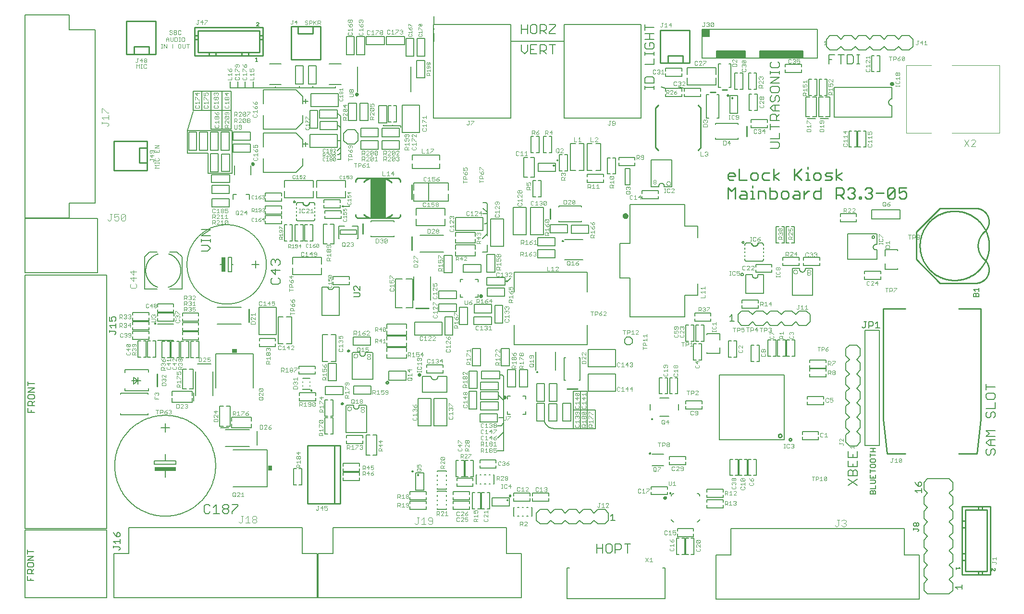
<source format=gto>
G75*
%MOIN*%
%OFA0B0*%
%FSLAX25Y25*%
%IPPOS*%
%LPD*%
%AMOC8*
5,1,8,0,0,1.08239X$1,22.5*
%
%ADD10C,0.01181*%
%ADD11C,0.01000*%
%ADD12C,0.00600*%
%ADD13C,0.00800*%
%ADD14C,0.00400*%
%ADD15C,0.00500*%
%ADD16C,0.00060*%
%ADD17C,0.00200*%
%ADD18C,0.00300*%
%ADD19C,0.02000*%
%ADD20C,0.00787*%
%ADD21R,0.03400X0.03000*%
%ADD22R,0.03000X0.03400*%
%ADD23C,0.02559*%
%ADD24R,0.11024X0.27559*%
%ADD25C,0.01400*%
%ADD26R,0.15000X0.02500*%
%ADD27C,0.00700*%
%ADD28C,0.01575*%
%ADD29R,0.02500X0.10000*%
D10*
X0345389Y0144564D02*
X0345391Y0144612D01*
X0345397Y0144660D01*
X0345407Y0144707D01*
X0345420Y0144753D01*
X0345438Y0144798D01*
X0345458Y0144842D01*
X0345483Y0144884D01*
X0345511Y0144923D01*
X0345541Y0144960D01*
X0345575Y0144994D01*
X0345612Y0145026D01*
X0345650Y0145055D01*
X0345691Y0145080D01*
X0345734Y0145102D01*
X0345779Y0145120D01*
X0345825Y0145134D01*
X0345872Y0145145D01*
X0345920Y0145152D01*
X0345968Y0145155D01*
X0346016Y0145154D01*
X0346064Y0145149D01*
X0346112Y0145140D01*
X0346158Y0145128D01*
X0346203Y0145111D01*
X0346247Y0145091D01*
X0346289Y0145068D01*
X0346329Y0145041D01*
X0346367Y0145011D01*
X0346402Y0144978D01*
X0346434Y0144942D01*
X0346464Y0144904D01*
X0346490Y0144863D01*
X0346512Y0144820D01*
X0346532Y0144776D01*
X0346547Y0144731D01*
X0346559Y0144684D01*
X0346567Y0144636D01*
X0346571Y0144588D01*
X0346571Y0144540D01*
X0346567Y0144492D01*
X0346559Y0144444D01*
X0346547Y0144397D01*
X0346532Y0144352D01*
X0346512Y0144308D01*
X0346490Y0144265D01*
X0346464Y0144224D01*
X0346434Y0144186D01*
X0346402Y0144150D01*
X0346367Y0144117D01*
X0346329Y0144087D01*
X0346289Y0144060D01*
X0346247Y0144037D01*
X0346203Y0144017D01*
X0346158Y0144000D01*
X0346112Y0143988D01*
X0346064Y0143979D01*
X0346016Y0143974D01*
X0345968Y0143973D01*
X0345920Y0143976D01*
X0345872Y0143983D01*
X0345825Y0143994D01*
X0345779Y0144008D01*
X0345734Y0144026D01*
X0345691Y0144048D01*
X0345650Y0144073D01*
X0345612Y0144102D01*
X0345575Y0144134D01*
X0345541Y0144168D01*
X0345511Y0144205D01*
X0345483Y0144244D01*
X0345458Y0144286D01*
X0345438Y0144330D01*
X0345420Y0144375D01*
X0345407Y0144421D01*
X0345397Y0144468D01*
X0345391Y0144516D01*
X0345389Y0144564D01*
X0329003Y0214856D02*
X0329005Y0214904D01*
X0329011Y0214952D01*
X0329021Y0214999D01*
X0329034Y0215045D01*
X0329052Y0215090D01*
X0329072Y0215134D01*
X0329097Y0215176D01*
X0329125Y0215215D01*
X0329155Y0215252D01*
X0329189Y0215286D01*
X0329226Y0215318D01*
X0329264Y0215347D01*
X0329305Y0215372D01*
X0329348Y0215394D01*
X0329393Y0215412D01*
X0329439Y0215426D01*
X0329486Y0215437D01*
X0329534Y0215444D01*
X0329582Y0215447D01*
X0329630Y0215446D01*
X0329678Y0215441D01*
X0329726Y0215432D01*
X0329772Y0215420D01*
X0329817Y0215403D01*
X0329861Y0215383D01*
X0329903Y0215360D01*
X0329943Y0215333D01*
X0329981Y0215303D01*
X0330016Y0215270D01*
X0330048Y0215234D01*
X0330078Y0215196D01*
X0330104Y0215155D01*
X0330126Y0215112D01*
X0330146Y0215068D01*
X0330161Y0215023D01*
X0330173Y0214976D01*
X0330181Y0214928D01*
X0330185Y0214880D01*
X0330185Y0214832D01*
X0330181Y0214784D01*
X0330173Y0214736D01*
X0330161Y0214689D01*
X0330146Y0214644D01*
X0330126Y0214600D01*
X0330104Y0214557D01*
X0330078Y0214516D01*
X0330048Y0214478D01*
X0330016Y0214442D01*
X0329981Y0214409D01*
X0329943Y0214379D01*
X0329903Y0214352D01*
X0329861Y0214329D01*
X0329817Y0214309D01*
X0329772Y0214292D01*
X0329726Y0214280D01*
X0329678Y0214271D01*
X0329630Y0214266D01*
X0329582Y0214265D01*
X0329534Y0214268D01*
X0329486Y0214275D01*
X0329439Y0214286D01*
X0329393Y0214300D01*
X0329348Y0214318D01*
X0329305Y0214340D01*
X0329264Y0214365D01*
X0329226Y0214394D01*
X0329189Y0214426D01*
X0329155Y0214460D01*
X0329125Y0214497D01*
X0329097Y0214536D01*
X0329072Y0214578D01*
X0329052Y0214622D01*
X0329034Y0214667D01*
X0329021Y0214713D01*
X0329011Y0214760D01*
X0329005Y0214808D01*
X0329003Y0214856D01*
X0170696Y0306549D02*
X0170698Y0306597D01*
X0170704Y0306645D01*
X0170714Y0306692D01*
X0170727Y0306738D01*
X0170745Y0306783D01*
X0170765Y0306827D01*
X0170790Y0306869D01*
X0170818Y0306908D01*
X0170848Y0306945D01*
X0170882Y0306979D01*
X0170919Y0307011D01*
X0170957Y0307040D01*
X0170998Y0307065D01*
X0171041Y0307087D01*
X0171086Y0307105D01*
X0171132Y0307119D01*
X0171179Y0307130D01*
X0171227Y0307137D01*
X0171275Y0307140D01*
X0171323Y0307139D01*
X0171371Y0307134D01*
X0171419Y0307125D01*
X0171465Y0307113D01*
X0171510Y0307096D01*
X0171554Y0307076D01*
X0171596Y0307053D01*
X0171636Y0307026D01*
X0171674Y0306996D01*
X0171709Y0306963D01*
X0171741Y0306927D01*
X0171771Y0306889D01*
X0171797Y0306848D01*
X0171819Y0306805D01*
X0171839Y0306761D01*
X0171854Y0306716D01*
X0171866Y0306669D01*
X0171874Y0306621D01*
X0171878Y0306573D01*
X0171878Y0306525D01*
X0171874Y0306477D01*
X0171866Y0306429D01*
X0171854Y0306382D01*
X0171839Y0306337D01*
X0171819Y0306293D01*
X0171797Y0306250D01*
X0171771Y0306209D01*
X0171741Y0306171D01*
X0171709Y0306135D01*
X0171674Y0306102D01*
X0171636Y0306072D01*
X0171596Y0306045D01*
X0171554Y0306022D01*
X0171510Y0306002D01*
X0171465Y0305985D01*
X0171419Y0305973D01*
X0171371Y0305964D01*
X0171323Y0305959D01*
X0171275Y0305958D01*
X0171227Y0305961D01*
X0171179Y0305968D01*
X0171132Y0305979D01*
X0171086Y0305993D01*
X0171041Y0306011D01*
X0170998Y0306033D01*
X0170957Y0306058D01*
X0170919Y0306087D01*
X0170882Y0306119D01*
X0170848Y0306153D01*
X0170818Y0306190D01*
X0170790Y0306229D01*
X0170765Y0306271D01*
X0170745Y0306315D01*
X0170727Y0306360D01*
X0170714Y0306406D01*
X0170704Y0306453D01*
X0170698Y0306501D01*
X0170696Y0306549D01*
X0242838Y0354927D02*
X0242840Y0354975D01*
X0242846Y0355023D01*
X0242856Y0355070D01*
X0242869Y0355116D01*
X0242887Y0355161D01*
X0242907Y0355205D01*
X0242932Y0355247D01*
X0242960Y0355286D01*
X0242990Y0355323D01*
X0243024Y0355357D01*
X0243061Y0355389D01*
X0243099Y0355418D01*
X0243140Y0355443D01*
X0243183Y0355465D01*
X0243228Y0355483D01*
X0243274Y0355497D01*
X0243321Y0355508D01*
X0243369Y0355515D01*
X0243417Y0355518D01*
X0243465Y0355517D01*
X0243513Y0355512D01*
X0243561Y0355503D01*
X0243607Y0355491D01*
X0243652Y0355474D01*
X0243696Y0355454D01*
X0243738Y0355431D01*
X0243778Y0355404D01*
X0243816Y0355374D01*
X0243851Y0355341D01*
X0243883Y0355305D01*
X0243913Y0355267D01*
X0243939Y0355226D01*
X0243961Y0355183D01*
X0243981Y0355139D01*
X0243996Y0355094D01*
X0244008Y0355047D01*
X0244016Y0354999D01*
X0244020Y0354951D01*
X0244020Y0354903D01*
X0244016Y0354855D01*
X0244008Y0354807D01*
X0243996Y0354760D01*
X0243981Y0354715D01*
X0243961Y0354671D01*
X0243939Y0354628D01*
X0243913Y0354587D01*
X0243883Y0354549D01*
X0243851Y0354513D01*
X0243816Y0354480D01*
X0243778Y0354450D01*
X0243738Y0354423D01*
X0243696Y0354400D01*
X0243652Y0354380D01*
X0243607Y0354363D01*
X0243561Y0354351D01*
X0243513Y0354342D01*
X0243465Y0354337D01*
X0243417Y0354336D01*
X0243369Y0354339D01*
X0243321Y0354346D01*
X0243274Y0354357D01*
X0243228Y0354371D01*
X0243183Y0354389D01*
X0243140Y0354411D01*
X0243099Y0354436D01*
X0243061Y0354465D01*
X0243024Y0354497D01*
X0242990Y0354531D01*
X0242960Y0354568D01*
X0242932Y0354607D01*
X0242907Y0354649D01*
X0242887Y0354693D01*
X0242869Y0354738D01*
X0242856Y0354784D01*
X0242846Y0354831D01*
X0242840Y0354879D01*
X0242838Y0354927D01*
X0456652Y0074730D02*
X0456654Y0074777D01*
X0456660Y0074823D01*
X0456669Y0074869D01*
X0456683Y0074913D01*
X0456700Y0074957D01*
X0456721Y0074998D01*
X0456745Y0075038D01*
X0456772Y0075076D01*
X0456803Y0075111D01*
X0456836Y0075144D01*
X0456872Y0075174D01*
X0456911Y0075200D01*
X0456951Y0075224D01*
X0456993Y0075243D01*
X0457037Y0075260D01*
X0457082Y0075272D01*
X0457128Y0075281D01*
X0457174Y0075286D01*
X0457221Y0075287D01*
X0457267Y0075284D01*
X0457313Y0075277D01*
X0457359Y0075266D01*
X0457403Y0075252D01*
X0457446Y0075234D01*
X0457487Y0075212D01*
X0457527Y0075187D01*
X0457564Y0075159D01*
X0457599Y0075128D01*
X0457631Y0075094D01*
X0457660Y0075057D01*
X0457685Y0075019D01*
X0457708Y0074978D01*
X0457727Y0074935D01*
X0457742Y0074891D01*
X0457754Y0074846D01*
X0457762Y0074800D01*
X0457766Y0074753D01*
X0457766Y0074707D01*
X0457762Y0074660D01*
X0457754Y0074614D01*
X0457742Y0074569D01*
X0457727Y0074525D01*
X0457708Y0074482D01*
X0457685Y0074441D01*
X0457660Y0074403D01*
X0457631Y0074366D01*
X0457599Y0074332D01*
X0457564Y0074301D01*
X0457527Y0074273D01*
X0457488Y0074248D01*
X0457446Y0074226D01*
X0457403Y0074208D01*
X0457359Y0074194D01*
X0457313Y0074183D01*
X0457267Y0074176D01*
X0457221Y0074173D01*
X0457174Y0074174D01*
X0457128Y0074179D01*
X0457082Y0074188D01*
X0457037Y0074200D01*
X0456993Y0074217D01*
X0456951Y0074236D01*
X0456911Y0074260D01*
X0456872Y0074286D01*
X0456836Y0074316D01*
X0456803Y0074349D01*
X0456772Y0074384D01*
X0456745Y0074422D01*
X0456721Y0074462D01*
X0456700Y0074503D01*
X0456683Y0074547D01*
X0456669Y0074591D01*
X0456660Y0074637D01*
X0456654Y0074683D01*
X0456652Y0074730D01*
D11*
X0543117Y0115320D02*
X0543119Y0115378D01*
X0543125Y0115436D01*
X0543135Y0115494D01*
X0543148Y0115550D01*
X0543166Y0115606D01*
X0543187Y0115660D01*
X0543212Y0115713D01*
X0543240Y0115764D01*
X0543272Y0115813D01*
X0543307Y0115860D01*
X0543345Y0115904D01*
X0543385Y0115945D01*
X0543429Y0115984D01*
X0543475Y0116020D01*
X0543524Y0116052D01*
X0543574Y0116082D01*
X0543626Y0116107D01*
X0543680Y0116129D01*
X0543736Y0116148D01*
X0543792Y0116162D01*
X0543849Y0116173D01*
X0543907Y0116180D01*
X0543965Y0116183D01*
X0544024Y0116182D01*
X0544082Y0116177D01*
X0544139Y0116168D01*
X0544196Y0116155D01*
X0544252Y0116139D01*
X0544307Y0116119D01*
X0544360Y0116095D01*
X0544411Y0116067D01*
X0544461Y0116037D01*
X0544508Y0116002D01*
X0544553Y0115965D01*
X0544595Y0115925D01*
X0544635Y0115882D01*
X0544671Y0115837D01*
X0544705Y0115789D01*
X0544735Y0115739D01*
X0544761Y0115687D01*
X0544784Y0115633D01*
X0544803Y0115578D01*
X0544819Y0115522D01*
X0544831Y0115465D01*
X0544839Y0115407D01*
X0544843Y0115349D01*
X0544843Y0115291D01*
X0544839Y0115233D01*
X0544831Y0115175D01*
X0544819Y0115118D01*
X0544803Y0115062D01*
X0544784Y0115007D01*
X0544761Y0114953D01*
X0544735Y0114901D01*
X0544705Y0114851D01*
X0544671Y0114803D01*
X0544635Y0114758D01*
X0544595Y0114715D01*
X0544553Y0114675D01*
X0544508Y0114638D01*
X0544461Y0114603D01*
X0544412Y0114573D01*
X0544360Y0114545D01*
X0544307Y0114521D01*
X0544252Y0114501D01*
X0544196Y0114485D01*
X0544139Y0114472D01*
X0544082Y0114463D01*
X0544024Y0114458D01*
X0543965Y0114457D01*
X0543907Y0114460D01*
X0543849Y0114467D01*
X0543792Y0114478D01*
X0543736Y0114492D01*
X0543680Y0114511D01*
X0543626Y0114533D01*
X0543574Y0114558D01*
X0543524Y0114588D01*
X0543475Y0114620D01*
X0543429Y0114656D01*
X0543385Y0114695D01*
X0543345Y0114736D01*
X0543307Y0114780D01*
X0543272Y0114827D01*
X0543240Y0114876D01*
X0543212Y0114927D01*
X0543187Y0114980D01*
X0543166Y0115034D01*
X0543148Y0115090D01*
X0543135Y0115146D01*
X0543125Y0115204D01*
X0543119Y0115262D01*
X0543117Y0115320D01*
X0535714Y0117958D02*
X0535716Y0118027D01*
X0535722Y0118095D01*
X0535732Y0118163D01*
X0535746Y0118230D01*
X0535764Y0118296D01*
X0535785Y0118362D01*
X0535811Y0118425D01*
X0535840Y0118488D01*
X0535872Y0118548D01*
X0535908Y0118606D01*
X0535947Y0118663D01*
X0535990Y0118716D01*
X0536036Y0118768D01*
X0536084Y0118816D01*
X0536136Y0118862D01*
X0536189Y0118905D01*
X0536246Y0118944D01*
X0536304Y0118980D01*
X0536364Y0119012D01*
X0536427Y0119041D01*
X0536490Y0119067D01*
X0536556Y0119088D01*
X0536622Y0119106D01*
X0536689Y0119120D01*
X0536757Y0119130D01*
X0536825Y0119136D01*
X0536894Y0119138D01*
X0536963Y0119136D01*
X0537031Y0119130D01*
X0537099Y0119120D01*
X0537166Y0119106D01*
X0537232Y0119088D01*
X0537298Y0119067D01*
X0537361Y0119041D01*
X0537424Y0119012D01*
X0537484Y0118980D01*
X0537542Y0118944D01*
X0537599Y0118905D01*
X0537652Y0118862D01*
X0537704Y0118816D01*
X0537752Y0118768D01*
X0537798Y0118716D01*
X0537841Y0118663D01*
X0537880Y0118606D01*
X0537916Y0118548D01*
X0537948Y0118488D01*
X0537977Y0118425D01*
X0538003Y0118362D01*
X0538024Y0118296D01*
X0538042Y0118230D01*
X0538056Y0118163D01*
X0538066Y0118095D01*
X0538072Y0118027D01*
X0538074Y0117958D01*
X0538072Y0117889D01*
X0538066Y0117821D01*
X0538056Y0117753D01*
X0538042Y0117686D01*
X0538024Y0117620D01*
X0538003Y0117554D01*
X0537977Y0117491D01*
X0537948Y0117428D01*
X0537916Y0117368D01*
X0537880Y0117310D01*
X0537841Y0117253D01*
X0537798Y0117200D01*
X0537752Y0117148D01*
X0537704Y0117100D01*
X0537652Y0117054D01*
X0537599Y0117011D01*
X0537542Y0116972D01*
X0537484Y0116936D01*
X0537424Y0116904D01*
X0537361Y0116875D01*
X0537298Y0116849D01*
X0537232Y0116828D01*
X0537166Y0116810D01*
X0537099Y0116796D01*
X0537031Y0116786D01*
X0536963Y0116780D01*
X0536894Y0116778D01*
X0536825Y0116780D01*
X0536757Y0116786D01*
X0536689Y0116796D01*
X0536622Y0116810D01*
X0536556Y0116828D01*
X0536490Y0116849D01*
X0536427Y0116875D01*
X0536364Y0116904D01*
X0536304Y0116936D01*
X0536246Y0116972D01*
X0536189Y0117011D01*
X0536136Y0117054D01*
X0536084Y0117100D01*
X0536036Y0117148D01*
X0535990Y0117200D01*
X0535947Y0117253D01*
X0535908Y0117310D01*
X0535872Y0117368D01*
X0535840Y0117428D01*
X0535811Y0117491D01*
X0535785Y0117554D01*
X0535764Y0117620D01*
X0535746Y0117686D01*
X0535732Y0117753D01*
X0535722Y0117821D01*
X0535716Y0117889D01*
X0535714Y0117958D01*
X0608390Y0129454D02*
X0611146Y0105438D01*
X0623744Y0105438D01*
X0660752Y0105438D02*
X0673350Y0105438D01*
X0676106Y0129454D01*
X0676106Y0206226D01*
X0660752Y0206226D01*
X0623744Y0206226D02*
X0608390Y0206226D01*
X0608390Y0129454D01*
X0663113Y0068779D02*
X0674531Y0068779D01*
X0674531Y0066416D01*
X0677287Y0066416D01*
X0680436Y0066416D01*
X0680436Y0023897D01*
X0677287Y0023897D01*
X0674531Y0023897D01*
X0665476Y0023897D01*
X0665476Y0031377D01*
X0665476Y0036101D01*
X0665476Y0054212D01*
X0665476Y0058936D01*
X0665476Y0066416D01*
X0674531Y0066416D01*
X0674531Y0068779D02*
X0677287Y0068779D01*
X0677287Y0066416D01*
X0677287Y0068779D02*
X0682798Y0068779D01*
X0682798Y0021534D01*
X0677287Y0021534D01*
X0677287Y0023897D01*
X0677287Y0021534D02*
X0674531Y0021534D01*
X0674531Y0023897D01*
X0674531Y0021534D02*
X0663113Y0021534D01*
X0663113Y0031377D01*
X0665476Y0031377D01*
X0663113Y0031377D02*
X0663113Y0036101D01*
X0665476Y0036101D01*
X0663113Y0036101D02*
X0663113Y0054212D01*
X0665476Y0054212D01*
X0663113Y0054212D02*
X0663113Y0058936D01*
X0665476Y0058936D01*
X0663113Y0058936D02*
X0663113Y0068779D01*
X0396374Y0150470D02*
X0389287Y0150470D01*
X0263591Y0154942D02*
X0263593Y0154998D01*
X0263599Y0155053D01*
X0263609Y0155107D01*
X0263622Y0155161D01*
X0263640Y0155214D01*
X0263661Y0155265D01*
X0263685Y0155315D01*
X0263713Y0155363D01*
X0263745Y0155409D01*
X0263779Y0155453D01*
X0263817Y0155494D01*
X0263857Y0155532D01*
X0263900Y0155567D01*
X0263945Y0155599D01*
X0263993Y0155628D01*
X0264042Y0155654D01*
X0264093Y0155676D01*
X0264145Y0155694D01*
X0264199Y0155708D01*
X0264254Y0155719D01*
X0264309Y0155726D01*
X0264364Y0155729D01*
X0264420Y0155728D01*
X0264475Y0155723D01*
X0264530Y0155714D01*
X0264584Y0155702D01*
X0264637Y0155685D01*
X0264689Y0155665D01*
X0264739Y0155641D01*
X0264787Y0155614D01*
X0264834Y0155584D01*
X0264878Y0155550D01*
X0264920Y0155513D01*
X0264958Y0155473D01*
X0264995Y0155431D01*
X0265028Y0155386D01*
X0265057Y0155340D01*
X0265084Y0155291D01*
X0265106Y0155240D01*
X0265126Y0155188D01*
X0265141Y0155134D01*
X0265153Y0155080D01*
X0265161Y0155025D01*
X0265165Y0154970D01*
X0265165Y0154914D01*
X0265161Y0154859D01*
X0265153Y0154804D01*
X0265141Y0154750D01*
X0265126Y0154696D01*
X0265106Y0154644D01*
X0265084Y0154593D01*
X0265057Y0154544D01*
X0265028Y0154498D01*
X0264995Y0154453D01*
X0264958Y0154411D01*
X0264920Y0154371D01*
X0264878Y0154334D01*
X0264834Y0154300D01*
X0264787Y0154270D01*
X0264739Y0154243D01*
X0264689Y0154219D01*
X0264637Y0154199D01*
X0264584Y0154182D01*
X0264530Y0154170D01*
X0264475Y0154161D01*
X0264420Y0154156D01*
X0264364Y0154155D01*
X0264309Y0154158D01*
X0264254Y0154165D01*
X0264199Y0154176D01*
X0264145Y0154190D01*
X0264093Y0154208D01*
X0264042Y0154230D01*
X0263993Y0154256D01*
X0263945Y0154285D01*
X0263900Y0154317D01*
X0263857Y0154352D01*
X0263817Y0154390D01*
X0263779Y0154431D01*
X0263745Y0154475D01*
X0263713Y0154521D01*
X0263685Y0154569D01*
X0263661Y0154619D01*
X0263640Y0154670D01*
X0263622Y0154723D01*
X0263609Y0154777D01*
X0263599Y0154831D01*
X0263593Y0154886D01*
X0263591Y0154942D01*
X0232612Y0140281D02*
X0232614Y0140328D01*
X0232620Y0140374D01*
X0232629Y0140420D01*
X0232643Y0140464D01*
X0232660Y0140508D01*
X0232681Y0140549D01*
X0232705Y0140589D01*
X0232732Y0140627D01*
X0232763Y0140662D01*
X0232796Y0140695D01*
X0232832Y0140725D01*
X0232871Y0140751D01*
X0232911Y0140775D01*
X0232953Y0140794D01*
X0232997Y0140811D01*
X0233042Y0140823D01*
X0233088Y0140832D01*
X0233134Y0140837D01*
X0233181Y0140838D01*
X0233227Y0140835D01*
X0233273Y0140828D01*
X0233319Y0140817D01*
X0233363Y0140803D01*
X0233406Y0140785D01*
X0233447Y0140763D01*
X0233487Y0140738D01*
X0233524Y0140710D01*
X0233559Y0140679D01*
X0233591Y0140645D01*
X0233620Y0140608D01*
X0233645Y0140570D01*
X0233668Y0140529D01*
X0233687Y0140486D01*
X0233702Y0140442D01*
X0233714Y0140397D01*
X0233722Y0140351D01*
X0233726Y0140304D01*
X0233726Y0140258D01*
X0233722Y0140211D01*
X0233714Y0140165D01*
X0233702Y0140120D01*
X0233687Y0140076D01*
X0233668Y0140033D01*
X0233645Y0139992D01*
X0233620Y0139954D01*
X0233591Y0139917D01*
X0233559Y0139883D01*
X0233524Y0139852D01*
X0233487Y0139824D01*
X0233448Y0139799D01*
X0233406Y0139777D01*
X0233363Y0139759D01*
X0233319Y0139745D01*
X0233273Y0139734D01*
X0233227Y0139727D01*
X0233181Y0139724D01*
X0233134Y0139725D01*
X0233088Y0139730D01*
X0233042Y0139739D01*
X0232997Y0139751D01*
X0232953Y0139768D01*
X0232911Y0139787D01*
X0232871Y0139811D01*
X0232832Y0139837D01*
X0232796Y0139867D01*
X0232763Y0139900D01*
X0232732Y0139935D01*
X0232705Y0139973D01*
X0232681Y0140013D01*
X0232660Y0140054D01*
X0232643Y0140098D01*
X0232629Y0140142D01*
X0232620Y0140188D01*
X0232614Y0140234D01*
X0232612Y0140281D01*
X0231929Y0111184D02*
X0227992Y0111184D01*
X0227992Y0070790D01*
X0209094Y0070790D01*
X0209094Y0111184D01*
X0227992Y0111184D01*
X0231929Y0111184D02*
X0231929Y0070790D01*
X0227992Y0070790D01*
X0281649Y0093357D02*
X0281651Y0093390D01*
X0281657Y0093423D01*
X0281667Y0093456D01*
X0281680Y0093486D01*
X0281697Y0093515D01*
X0281718Y0093542D01*
X0281741Y0093566D01*
X0281767Y0093587D01*
X0281795Y0093605D01*
X0281826Y0093619D01*
X0281857Y0093630D01*
X0281890Y0093637D01*
X0281924Y0093640D01*
X0281957Y0093639D01*
X0281990Y0093634D01*
X0282023Y0093625D01*
X0282054Y0093612D01*
X0282083Y0093596D01*
X0282110Y0093577D01*
X0282135Y0093554D01*
X0282157Y0093529D01*
X0282176Y0093501D01*
X0282191Y0093471D01*
X0282203Y0093440D01*
X0282211Y0093407D01*
X0282215Y0093374D01*
X0282215Y0093340D01*
X0282211Y0093307D01*
X0282203Y0093274D01*
X0282191Y0093243D01*
X0282176Y0093213D01*
X0282157Y0093185D01*
X0282135Y0093160D01*
X0282110Y0093137D01*
X0282083Y0093118D01*
X0282054Y0093102D01*
X0282023Y0093089D01*
X0281990Y0093080D01*
X0281957Y0093075D01*
X0281924Y0093074D01*
X0281890Y0093077D01*
X0281857Y0093084D01*
X0281826Y0093095D01*
X0281795Y0093109D01*
X0281767Y0093127D01*
X0281741Y0093148D01*
X0281718Y0093172D01*
X0281697Y0093199D01*
X0281680Y0093228D01*
X0281667Y0093258D01*
X0281657Y0093291D01*
X0281651Y0093324D01*
X0281649Y0093357D01*
X0285399Y0090857D02*
X0285401Y0090890D01*
X0285407Y0090923D01*
X0285417Y0090956D01*
X0285430Y0090986D01*
X0285447Y0091015D01*
X0285468Y0091042D01*
X0285491Y0091066D01*
X0285517Y0091087D01*
X0285545Y0091105D01*
X0285576Y0091119D01*
X0285607Y0091130D01*
X0285640Y0091137D01*
X0285674Y0091140D01*
X0285707Y0091139D01*
X0285740Y0091134D01*
X0285773Y0091125D01*
X0285804Y0091112D01*
X0285833Y0091096D01*
X0285860Y0091077D01*
X0285885Y0091054D01*
X0285907Y0091029D01*
X0285926Y0091001D01*
X0285941Y0090971D01*
X0285953Y0090940D01*
X0285961Y0090907D01*
X0285965Y0090874D01*
X0285965Y0090840D01*
X0285961Y0090807D01*
X0285953Y0090774D01*
X0285941Y0090743D01*
X0285926Y0090713D01*
X0285907Y0090685D01*
X0285885Y0090660D01*
X0285860Y0090637D01*
X0285833Y0090618D01*
X0285804Y0090602D01*
X0285773Y0090589D01*
X0285740Y0090580D01*
X0285707Y0090575D01*
X0285674Y0090574D01*
X0285640Y0090577D01*
X0285607Y0090584D01*
X0285576Y0090595D01*
X0285545Y0090609D01*
X0285517Y0090627D01*
X0285491Y0090648D01*
X0285468Y0090672D01*
X0285447Y0090699D01*
X0285430Y0090728D01*
X0285417Y0090758D01*
X0285407Y0090791D01*
X0285401Y0090824D01*
X0285399Y0090857D01*
X0347443Y0073327D02*
X0347445Y0073360D01*
X0347451Y0073393D01*
X0347461Y0073426D01*
X0347474Y0073456D01*
X0347491Y0073485D01*
X0347512Y0073512D01*
X0347535Y0073536D01*
X0347561Y0073557D01*
X0347589Y0073575D01*
X0347620Y0073589D01*
X0347651Y0073600D01*
X0347684Y0073607D01*
X0347718Y0073610D01*
X0347751Y0073609D01*
X0347784Y0073604D01*
X0347817Y0073595D01*
X0347848Y0073582D01*
X0347877Y0073566D01*
X0347904Y0073547D01*
X0347929Y0073524D01*
X0347951Y0073499D01*
X0347970Y0073471D01*
X0347985Y0073441D01*
X0347997Y0073410D01*
X0348005Y0073377D01*
X0348009Y0073344D01*
X0348009Y0073310D01*
X0348005Y0073277D01*
X0347997Y0073244D01*
X0347985Y0073213D01*
X0347970Y0073183D01*
X0347951Y0073155D01*
X0347929Y0073130D01*
X0347904Y0073107D01*
X0347877Y0073088D01*
X0347848Y0073072D01*
X0347817Y0073059D01*
X0347784Y0073050D01*
X0347751Y0073045D01*
X0347718Y0073044D01*
X0347684Y0073047D01*
X0347651Y0073054D01*
X0347620Y0073065D01*
X0347589Y0073079D01*
X0347561Y0073097D01*
X0347535Y0073118D01*
X0347512Y0073142D01*
X0347491Y0073169D01*
X0347474Y0073198D01*
X0347461Y0073228D01*
X0347451Y0073261D01*
X0347445Y0073294D01*
X0347443Y0073327D01*
X0349126Y0076327D02*
X0349128Y0076367D01*
X0349134Y0076406D01*
X0349144Y0076445D01*
X0349157Y0076482D01*
X0349175Y0076518D01*
X0349196Y0076552D01*
X0349220Y0076584D01*
X0349247Y0076613D01*
X0349277Y0076640D01*
X0349309Y0076663D01*
X0349344Y0076683D01*
X0349380Y0076699D01*
X0349418Y0076712D01*
X0349457Y0076721D01*
X0349496Y0076726D01*
X0349536Y0076727D01*
X0349576Y0076724D01*
X0349615Y0076717D01*
X0349653Y0076706D01*
X0349691Y0076692D01*
X0349726Y0076673D01*
X0349759Y0076652D01*
X0349791Y0076627D01*
X0349819Y0076599D01*
X0349845Y0076569D01*
X0349867Y0076536D01*
X0349886Y0076501D01*
X0349902Y0076464D01*
X0349914Y0076426D01*
X0349922Y0076387D01*
X0349926Y0076347D01*
X0349926Y0076307D01*
X0349922Y0076267D01*
X0349914Y0076228D01*
X0349902Y0076190D01*
X0349886Y0076153D01*
X0349867Y0076118D01*
X0349845Y0076085D01*
X0349819Y0076055D01*
X0349791Y0076027D01*
X0349759Y0076002D01*
X0349726Y0075981D01*
X0349691Y0075962D01*
X0349653Y0075948D01*
X0349615Y0075937D01*
X0349576Y0075930D01*
X0349536Y0075927D01*
X0349496Y0075928D01*
X0349457Y0075933D01*
X0349418Y0075942D01*
X0349380Y0075955D01*
X0349344Y0075971D01*
X0349309Y0075991D01*
X0349277Y0076014D01*
X0349247Y0076041D01*
X0349220Y0076070D01*
X0349196Y0076102D01*
X0349175Y0076136D01*
X0349157Y0076172D01*
X0349144Y0076209D01*
X0349134Y0076248D01*
X0349128Y0076287D01*
X0349126Y0076327D01*
X0236943Y0176950D02*
X0236945Y0176997D01*
X0236951Y0177043D01*
X0236960Y0177089D01*
X0236974Y0177133D01*
X0236991Y0177177D01*
X0237012Y0177218D01*
X0237036Y0177258D01*
X0237063Y0177296D01*
X0237094Y0177331D01*
X0237127Y0177364D01*
X0237163Y0177394D01*
X0237202Y0177420D01*
X0237242Y0177444D01*
X0237284Y0177463D01*
X0237328Y0177480D01*
X0237373Y0177492D01*
X0237419Y0177501D01*
X0237465Y0177506D01*
X0237512Y0177507D01*
X0237558Y0177504D01*
X0237604Y0177497D01*
X0237650Y0177486D01*
X0237694Y0177472D01*
X0237737Y0177454D01*
X0237778Y0177432D01*
X0237818Y0177407D01*
X0237855Y0177379D01*
X0237890Y0177348D01*
X0237922Y0177314D01*
X0237951Y0177277D01*
X0237976Y0177239D01*
X0237999Y0177198D01*
X0238018Y0177155D01*
X0238033Y0177111D01*
X0238045Y0177066D01*
X0238053Y0177020D01*
X0238057Y0176973D01*
X0238057Y0176927D01*
X0238053Y0176880D01*
X0238045Y0176834D01*
X0238033Y0176789D01*
X0238018Y0176745D01*
X0237999Y0176702D01*
X0237976Y0176661D01*
X0237951Y0176623D01*
X0237922Y0176586D01*
X0237890Y0176552D01*
X0237855Y0176521D01*
X0237818Y0176493D01*
X0237779Y0176468D01*
X0237737Y0176446D01*
X0237694Y0176428D01*
X0237650Y0176414D01*
X0237604Y0176403D01*
X0237558Y0176396D01*
X0237512Y0176393D01*
X0237465Y0176394D01*
X0237419Y0176399D01*
X0237373Y0176408D01*
X0237328Y0176420D01*
X0237284Y0176437D01*
X0237242Y0176456D01*
X0237202Y0176480D01*
X0237163Y0176506D01*
X0237127Y0176536D01*
X0237094Y0176569D01*
X0237063Y0176604D01*
X0237036Y0176642D01*
X0237012Y0176682D01*
X0236991Y0176723D01*
X0236974Y0176767D01*
X0236960Y0176811D01*
X0236951Y0176857D01*
X0236945Y0176903D01*
X0236943Y0176950D01*
X0284144Y0206671D02*
X0293344Y0206671D01*
X0281631Y0246831D02*
X0281631Y0256031D01*
X0272209Y0269147D02*
X0263941Y0269147D01*
X0243862Y0269147D01*
X0242681Y0270328D01*
X0242681Y0271509D01*
X0247406Y0265210D02*
X0247406Y0258123D01*
X0272209Y0269147D02*
X0273390Y0270328D01*
X0273390Y0271509D01*
X0281524Y0282257D02*
X0281524Y0292257D01*
X0273390Y0294344D02*
X0273390Y0295525D01*
X0272209Y0296706D01*
X0252130Y0296706D01*
X0243862Y0296706D01*
X0242681Y0295525D01*
X0242681Y0294344D01*
X0248193Y0271510D02*
X0248468Y0271286D01*
X0248748Y0271069D01*
X0249033Y0270858D01*
X0249323Y0270655D01*
X0249618Y0270458D01*
X0249918Y0270268D01*
X0250222Y0270086D01*
X0250530Y0269911D01*
X0250843Y0269743D01*
X0251159Y0269583D01*
X0251479Y0269430D01*
X0251803Y0269285D01*
X0252130Y0269148D01*
X0267484Y0293950D02*
X0267209Y0294174D01*
X0266929Y0294391D01*
X0266644Y0294602D01*
X0266354Y0294805D01*
X0266059Y0295002D01*
X0265759Y0295192D01*
X0265455Y0295374D01*
X0265147Y0295549D01*
X0264834Y0295717D01*
X0264518Y0295877D01*
X0264198Y0296030D01*
X0263874Y0296175D01*
X0263547Y0296312D01*
X0267877Y0271510D02*
X0267602Y0271286D01*
X0267322Y0271069D01*
X0267037Y0270858D01*
X0266747Y0270655D01*
X0266452Y0270458D01*
X0266152Y0270268D01*
X0265848Y0270086D01*
X0265540Y0269911D01*
X0265227Y0269743D01*
X0264911Y0269583D01*
X0264591Y0269430D01*
X0264267Y0269285D01*
X0263940Y0269148D01*
X0248193Y0294344D02*
X0248468Y0294568D01*
X0248748Y0294785D01*
X0249033Y0294996D01*
X0249323Y0295199D01*
X0249618Y0295396D01*
X0249918Y0295586D01*
X0250222Y0295768D01*
X0250530Y0295943D01*
X0250843Y0296111D01*
X0251159Y0296271D01*
X0251479Y0296424D01*
X0251803Y0296569D01*
X0252130Y0296706D01*
X0377646Y0275553D02*
X0377646Y0268466D01*
X0379565Y0305638D02*
X0379567Y0305671D01*
X0379573Y0305704D01*
X0379583Y0305737D01*
X0379596Y0305767D01*
X0379613Y0305796D01*
X0379634Y0305823D01*
X0379657Y0305847D01*
X0379683Y0305868D01*
X0379711Y0305886D01*
X0379742Y0305900D01*
X0379773Y0305911D01*
X0379806Y0305918D01*
X0379840Y0305921D01*
X0379873Y0305920D01*
X0379906Y0305915D01*
X0379939Y0305906D01*
X0379970Y0305893D01*
X0379999Y0305877D01*
X0380026Y0305858D01*
X0380051Y0305835D01*
X0380073Y0305810D01*
X0380092Y0305782D01*
X0380107Y0305752D01*
X0380119Y0305721D01*
X0380127Y0305688D01*
X0380131Y0305655D01*
X0380131Y0305621D01*
X0380127Y0305588D01*
X0380119Y0305555D01*
X0380107Y0305524D01*
X0380092Y0305494D01*
X0380073Y0305466D01*
X0380051Y0305441D01*
X0380026Y0305418D01*
X0379999Y0305399D01*
X0379970Y0305383D01*
X0379939Y0305370D01*
X0379906Y0305361D01*
X0379873Y0305356D01*
X0379840Y0305355D01*
X0379806Y0305358D01*
X0379773Y0305365D01*
X0379742Y0305376D01*
X0379711Y0305390D01*
X0379683Y0305408D01*
X0379657Y0305429D01*
X0379634Y0305453D01*
X0379613Y0305480D01*
X0379596Y0305509D01*
X0379583Y0305539D01*
X0379573Y0305572D01*
X0379567Y0305605D01*
X0379565Y0305638D01*
X0382065Y0309388D02*
X0382067Y0309421D01*
X0382073Y0309454D01*
X0382083Y0309487D01*
X0382096Y0309517D01*
X0382113Y0309546D01*
X0382134Y0309573D01*
X0382157Y0309597D01*
X0382183Y0309618D01*
X0382211Y0309636D01*
X0382242Y0309650D01*
X0382273Y0309661D01*
X0382306Y0309668D01*
X0382340Y0309671D01*
X0382373Y0309670D01*
X0382406Y0309665D01*
X0382439Y0309656D01*
X0382470Y0309643D01*
X0382499Y0309627D01*
X0382526Y0309608D01*
X0382551Y0309585D01*
X0382573Y0309560D01*
X0382592Y0309532D01*
X0382607Y0309502D01*
X0382619Y0309471D01*
X0382627Y0309438D01*
X0382631Y0309405D01*
X0382631Y0309371D01*
X0382627Y0309338D01*
X0382619Y0309305D01*
X0382607Y0309274D01*
X0382592Y0309244D01*
X0382573Y0309216D01*
X0382551Y0309191D01*
X0382526Y0309168D01*
X0382499Y0309149D01*
X0382470Y0309133D01*
X0382439Y0309120D01*
X0382406Y0309111D01*
X0382373Y0309106D01*
X0382340Y0309105D01*
X0382306Y0309108D01*
X0382273Y0309115D01*
X0382242Y0309126D01*
X0382211Y0309140D01*
X0382183Y0309158D01*
X0382157Y0309179D01*
X0382134Y0309203D01*
X0382113Y0309230D01*
X0382096Y0309259D01*
X0382083Y0309289D01*
X0382073Y0309322D01*
X0382067Y0309355D01*
X0382065Y0309388D01*
X0450516Y0318037D02*
X0452484Y0316068D01*
X0450516Y0318037D02*
X0450516Y0345596D01*
X0452484Y0347564D01*
X0480043Y0347564D02*
X0482012Y0345596D01*
X0482012Y0318037D01*
X0480043Y0316068D01*
X0508647Y0303140D02*
X0508647Y0295533D01*
X0513718Y0295533D01*
X0516566Y0296801D02*
X0517834Y0295533D01*
X0520369Y0295533D01*
X0521637Y0296801D01*
X0521637Y0299337D01*
X0520369Y0300604D01*
X0517834Y0300604D01*
X0516566Y0299337D01*
X0516566Y0296801D01*
X0524485Y0296801D02*
X0525752Y0295533D01*
X0529556Y0295533D01*
X0532403Y0295533D02*
X0532403Y0303140D01*
X0529556Y0300604D02*
X0525752Y0300604D01*
X0524485Y0299337D01*
X0524485Y0296801D01*
X0532403Y0298069D02*
X0536207Y0295533D01*
X0532403Y0298069D02*
X0536207Y0300604D01*
X0546921Y0298069D02*
X0551992Y0303140D01*
X0554840Y0300604D02*
X0556108Y0300604D01*
X0556108Y0295533D01*
X0557375Y0295533D02*
X0554840Y0295533D01*
X0551992Y0295533D02*
X0548189Y0299337D01*
X0546921Y0303140D02*
X0546921Y0295533D01*
X0560119Y0296801D02*
X0561387Y0295533D01*
X0563922Y0295533D01*
X0565190Y0296801D01*
X0565190Y0299337D01*
X0563922Y0300604D01*
X0561387Y0300604D01*
X0560119Y0299337D01*
X0560119Y0296801D01*
X0556108Y0303140D02*
X0556108Y0304408D01*
X0568038Y0299337D02*
X0569306Y0300604D01*
X0573109Y0300604D01*
X0571841Y0298069D02*
X0569306Y0298069D01*
X0568038Y0299337D01*
X0568038Y0295533D02*
X0571841Y0295533D01*
X0573109Y0296801D01*
X0571841Y0298069D01*
X0575957Y0298069D02*
X0579760Y0300604D01*
X0575957Y0298069D02*
X0579760Y0295533D01*
X0575957Y0295533D02*
X0575957Y0303140D01*
X0575957Y0290240D02*
X0579760Y0290240D01*
X0581028Y0288972D01*
X0581028Y0286437D01*
X0579760Y0285169D01*
X0575957Y0285169D01*
X0578492Y0285169D02*
X0581028Y0282633D01*
X0583875Y0283901D02*
X0585143Y0282633D01*
X0587679Y0282633D01*
X0588946Y0283901D01*
X0588946Y0285169D01*
X0587679Y0286437D01*
X0586411Y0286437D01*
X0587679Y0286437D02*
X0588946Y0287704D01*
X0588946Y0288972D01*
X0587679Y0290240D01*
X0585143Y0290240D01*
X0583875Y0288972D01*
X0575957Y0290240D02*
X0575957Y0282633D01*
X0565190Y0282633D02*
X0561387Y0282633D01*
X0560119Y0283901D01*
X0560119Y0286437D01*
X0561387Y0287704D01*
X0565190Y0287704D01*
X0565190Y0290240D02*
X0565190Y0282633D01*
X0557323Y0287704D02*
X0556056Y0287704D01*
X0553520Y0285169D01*
X0553520Y0287704D02*
X0553520Y0282633D01*
X0550672Y0282633D02*
X0550672Y0286437D01*
X0549405Y0287704D01*
X0546869Y0287704D01*
X0546869Y0285169D02*
X0550672Y0285169D01*
X0550672Y0282633D02*
X0546869Y0282633D01*
X0545601Y0283901D01*
X0546869Y0285169D01*
X0542754Y0286437D02*
X0541486Y0287704D01*
X0538950Y0287704D01*
X0537683Y0286437D01*
X0537683Y0283901D01*
X0538950Y0282633D01*
X0541486Y0282633D01*
X0542754Y0283901D01*
X0542754Y0286437D01*
X0534835Y0286437D02*
X0534835Y0283901D01*
X0533567Y0282633D01*
X0529764Y0282633D01*
X0529764Y0290240D01*
X0529764Y0287704D02*
X0533567Y0287704D01*
X0534835Y0286437D01*
X0526916Y0286437D02*
X0526916Y0282633D01*
X0526916Y0286437D02*
X0525648Y0287704D01*
X0521845Y0287704D01*
X0521845Y0282633D01*
X0519101Y0282633D02*
X0516566Y0282633D01*
X0517834Y0282633D02*
X0517834Y0287704D01*
X0516566Y0287704D01*
X0517834Y0290240D02*
X0517834Y0291508D01*
X0513718Y0286437D02*
X0513718Y0282633D01*
X0509915Y0282633D01*
X0508647Y0283901D01*
X0509915Y0285169D01*
X0513718Y0285169D01*
X0513718Y0286437D02*
X0512450Y0287704D01*
X0509915Y0287704D01*
X0505799Y0290240D02*
X0503264Y0287704D01*
X0500728Y0290240D01*
X0500728Y0282633D01*
X0505799Y0282633D02*
X0505799Y0290240D01*
X0504532Y0295533D02*
X0501996Y0295533D01*
X0500728Y0296801D01*
X0500728Y0299337D01*
X0501996Y0300604D01*
X0504532Y0300604D01*
X0505799Y0299337D01*
X0505799Y0298069D01*
X0500728Y0298069D01*
X0513902Y0325911D02*
X0513902Y0332997D01*
X0503363Y0352558D02*
X0503365Y0352591D01*
X0503371Y0352624D01*
X0503381Y0352657D01*
X0503394Y0352687D01*
X0503411Y0352716D01*
X0503432Y0352743D01*
X0503455Y0352767D01*
X0503481Y0352788D01*
X0503509Y0352806D01*
X0503540Y0352820D01*
X0503571Y0352831D01*
X0503604Y0352838D01*
X0503638Y0352841D01*
X0503671Y0352840D01*
X0503704Y0352835D01*
X0503737Y0352826D01*
X0503768Y0352813D01*
X0503797Y0352797D01*
X0503824Y0352778D01*
X0503849Y0352755D01*
X0503871Y0352730D01*
X0503890Y0352702D01*
X0503905Y0352672D01*
X0503917Y0352641D01*
X0503925Y0352608D01*
X0503929Y0352575D01*
X0503929Y0352541D01*
X0503925Y0352508D01*
X0503917Y0352475D01*
X0503905Y0352444D01*
X0503890Y0352414D01*
X0503871Y0352386D01*
X0503849Y0352361D01*
X0503824Y0352338D01*
X0503797Y0352319D01*
X0503768Y0352303D01*
X0503737Y0352290D01*
X0503704Y0352281D01*
X0503671Y0352276D01*
X0503638Y0352275D01*
X0503604Y0352278D01*
X0503571Y0352285D01*
X0503540Y0352296D01*
X0503509Y0352310D01*
X0503481Y0352328D01*
X0503455Y0352349D01*
X0503432Y0352373D01*
X0503411Y0352400D01*
X0503394Y0352429D01*
X0503381Y0352459D01*
X0503371Y0352492D01*
X0503365Y0352525D01*
X0503363Y0352558D01*
X0500246Y0354358D02*
X0500248Y0354398D01*
X0500254Y0354437D01*
X0500264Y0354476D01*
X0500277Y0354513D01*
X0500295Y0354549D01*
X0500316Y0354583D01*
X0500340Y0354615D01*
X0500367Y0354644D01*
X0500397Y0354671D01*
X0500429Y0354694D01*
X0500464Y0354714D01*
X0500500Y0354730D01*
X0500538Y0354743D01*
X0500577Y0354752D01*
X0500616Y0354757D01*
X0500656Y0354758D01*
X0500696Y0354755D01*
X0500735Y0354748D01*
X0500773Y0354737D01*
X0500811Y0354723D01*
X0500846Y0354704D01*
X0500879Y0354683D01*
X0500911Y0354658D01*
X0500939Y0354630D01*
X0500965Y0354600D01*
X0500987Y0354567D01*
X0501006Y0354532D01*
X0501022Y0354495D01*
X0501034Y0354457D01*
X0501042Y0354418D01*
X0501046Y0354378D01*
X0501046Y0354338D01*
X0501042Y0354298D01*
X0501034Y0354259D01*
X0501022Y0354221D01*
X0501006Y0354184D01*
X0500987Y0354149D01*
X0500965Y0354116D01*
X0500939Y0354086D01*
X0500911Y0354058D01*
X0500879Y0354033D01*
X0500846Y0354012D01*
X0500811Y0353993D01*
X0500773Y0353979D01*
X0500735Y0353968D01*
X0500696Y0353961D01*
X0500656Y0353958D01*
X0500616Y0353959D01*
X0500577Y0353964D01*
X0500538Y0353973D01*
X0500500Y0353986D01*
X0500464Y0354002D01*
X0500429Y0354022D01*
X0500397Y0354045D01*
X0500367Y0354072D01*
X0500340Y0354101D01*
X0500316Y0354133D01*
X0500295Y0354167D01*
X0500277Y0354203D01*
X0500264Y0354240D01*
X0500254Y0354279D01*
X0500248Y0354318D01*
X0500246Y0354358D01*
X0500329Y0358199D02*
X0496766Y0358199D01*
X0492061Y0356615D02*
X0488498Y0356615D01*
X0474217Y0376698D02*
X0469413Y0376698D01*
X0469413Y0381816D01*
X0459177Y0381816D01*
X0459177Y0376698D01*
X0453823Y0376698D01*
X0453823Y0399533D01*
X0474217Y0399533D01*
X0474217Y0376698D01*
X0469413Y0376698D02*
X0459177Y0376698D01*
X0595753Y0288972D02*
X0597021Y0290240D01*
X0599557Y0290240D01*
X0600824Y0288972D01*
X0600824Y0287704D01*
X0599557Y0286437D01*
X0600824Y0285169D01*
X0600824Y0283901D01*
X0599557Y0282633D01*
X0597021Y0282633D01*
X0595753Y0283901D01*
X0593062Y0283901D02*
X0593062Y0282633D01*
X0591794Y0282633D01*
X0591794Y0283901D01*
X0593062Y0283901D01*
X0598289Y0286437D02*
X0599557Y0286437D01*
X0603672Y0286437D02*
X0608743Y0286437D01*
X0611591Y0288972D02*
X0611591Y0283901D01*
X0616662Y0288972D01*
X0616662Y0283901D01*
X0615394Y0282633D01*
X0612859Y0282633D01*
X0611591Y0283901D01*
X0619510Y0283901D02*
X0620778Y0282633D01*
X0623313Y0282633D01*
X0624581Y0283901D01*
X0624581Y0286437D01*
X0623313Y0287704D01*
X0622045Y0287704D01*
X0619510Y0286437D01*
X0619510Y0290240D01*
X0624581Y0290240D01*
X0616662Y0288972D02*
X0615394Y0290240D01*
X0612859Y0290240D01*
X0611591Y0288972D01*
X0631618Y0259375D02*
X0647760Y0275911D01*
X0672563Y0275911D01*
X0672790Y0275908D01*
X0673018Y0275900D01*
X0673245Y0275886D01*
X0673472Y0275867D01*
X0673698Y0275842D01*
X0673923Y0275811D01*
X0674148Y0275775D01*
X0674372Y0275733D01*
X0674594Y0275686D01*
X0674816Y0275634D01*
X0675036Y0275576D01*
X0675254Y0275513D01*
X0675471Y0275445D01*
X0675686Y0275371D01*
X0675900Y0275292D01*
X0676111Y0275208D01*
X0676320Y0275118D01*
X0676527Y0275024D01*
X0676732Y0274924D01*
X0676934Y0274820D01*
X0677133Y0274710D01*
X0677330Y0274596D01*
X0677524Y0274477D01*
X0677715Y0274354D01*
X0677903Y0274225D01*
X0678087Y0274092D01*
X0678269Y0273955D01*
X0678447Y0273813D01*
X0678621Y0273667D01*
X0678792Y0273517D01*
X0678959Y0273362D01*
X0679122Y0273204D01*
X0679282Y0273041D01*
X0679437Y0272875D01*
X0679588Y0272705D01*
X0679735Y0272531D01*
X0679878Y0272354D01*
X0680016Y0272174D01*
X0680150Y0271990D01*
X0680279Y0271802D01*
X0680404Y0271612D01*
X0680524Y0271419D01*
X0680639Y0271223D01*
X0680749Y0271024D01*
X0680855Y0270822D01*
X0680955Y0270618D01*
X0681051Y0270412D01*
X0681141Y0270203D01*
X0681227Y0269992D01*
X0681307Y0269779D01*
X0681382Y0269564D01*
X0681451Y0269348D01*
X0681516Y0269129D01*
X0681574Y0268910D01*
X0681628Y0268688D01*
X0681676Y0268466D01*
X0681719Y0268243D01*
X0681756Y0268018D01*
X0681788Y0267793D01*
X0681814Y0267567D01*
X0681834Y0267340D01*
X0681849Y0267113D01*
X0681859Y0266886D01*
X0681863Y0266659D01*
X0681861Y0266431D01*
X0681854Y0266204D01*
X0681841Y0265976D01*
X0681823Y0265750D01*
X0681799Y0265523D01*
X0681770Y0265298D01*
X0681735Y0265073D01*
X0681695Y0264849D01*
X0681649Y0264626D01*
X0681597Y0264405D01*
X0681541Y0264184D01*
X0681479Y0263965D01*
X0681411Y0263748D01*
X0681339Y0263533D01*
X0681261Y0263319D01*
X0681178Y0263107D01*
X0681089Y0262897D01*
X0680996Y0262690D01*
X0680898Y0262485D01*
X0680794Y0262282D01*
X0680686Y0262082D01*
X0680573Y0261885D01*
X0680455Y0261690D01*
X0680332Y0261499D01*
X0680204Y0261310D01*
X0680072Y0261125D01*
X0679936Y0260943D01*
X0679795Y0260764D01*
X0679650Y0260589D01*
X0679501Y0260417D01*
X0679347Y0260250D01*
X0679189Y0260086D01*
X0679028Y0259925D01*
X0678862Y0259769D01*
X0678626Y0259566D01*
X0678395Y0259357D01*
X0678170Y0259143D01*
X0677949Y0258923D01*
X0677734Y0258698D01*
X0677524Y0258468D01*
X0677320Y0258233D01*
X0677122Y0257993D01*
X0676929Y0257748D01*
X0676743Y0257499D01*
X0676562Y0257245D01*
X0676388Y0256987D01*
X0676220Y0256724D01*
X0676059Y0256458D01*
X0675904Y0256188D01*
X0675756Y0255914D01*
X0675614Y0255637D01*
X0675479Y0255356D01*
X0675351Y0255072D01*
X0675230Y0254786D01*
X0675115Y0254496D01*
X0675008Y0254204D01*
X0674908Y0253909D01*
X0674815Y0253611D01*
X0674730Y0253312D01*
X0674651Y0253011D01*
X0674580Y0252707D01*
X0674517Y0252403D01*
X0674460Y0252096D01*
X0674412Y0251789D01*
X0674370Y0251480D01*
X0674336Y0251171D01*
X0674310Y0250860D01*
X0674291Y0250550D01*
X0674280Y0250238D01*
X0674276Y0249927D01*
X0674280Y0249616D01*
X0674291Y0249304D01*
X0674310Y0248994D01*
X0674336Y0248683D01*
X0674370Y0248374D01*
X0674412Y0248065D01*
X0674460Y0247758D01*
X0674517Y0247451D01*
X0674580Y0247147D01*
X0674651Y0246843D01*
X0674730Y0246542D01*
X0674815Y0246243D01*
X0674908Y0245945D01*
X0675008Y0245650D01*
X0675115Y0245358D01*
X0675230Y0245068D01*
X0675351Y0244782D01*
X0675479Y0244498D01*
X0675614Y0244217D01*
X0675756Y0243940D01*
X0675904Y0243666D01*
X0676059Y0243396D01*
X0676220Y0243130D01*
X0676388Y0242867D01*
X0676562Y0242609D01*
X0676743Y0242355D01*
X0676929Y0242106D01*
X0677122Y0241861D01*
X0677320Y0241621D01*
X0677524Y0241386D01*
X0677734Y0241156D01*
X0677949Y0240931D01*
X0678170Y0240711D01*
X0678395Y0240497D01*
X0678626Y0240288D01*
X0678862Y0240085D01*
X0678862Y0240084D02*
X0679028Y0239928D01*
X0679189Y0239767D01*
X0679347Y0239603D01*
X0679501Y0239436D01*
X0679650Y0239264D01*
X0679795Y0239089D01*
X0679936Y0238910D01*
X0680072Y0238728D01*
X0680204Y0238543D01*
X0680332Y0238354D01*
X0680455Y0238163D01*
X0680573Y0237968D01*
X0680686Y0237771D01*
X0680794Y0237571D01*
X0680898Y0237368D01*
X0680996Y0237163D01*
X0681089Y0236956D01*
X0681178Y0236746D01*
X0681261Y0236534D01*
X0681339Y0236320D01*
X0681411Y0236105D01*
X0681479Y0235888D01*
X0681541Y0235669D01*
X0681597Y0235448D01*
X0681649Y0235227D01*
X0681695Y0235004D01*
X0681735Y0234780D01*
X0681770Y0234555D01*
X0681799Y0234330D01*
X0681823Y0234103D01*
X0681841Y0233877D01*
X0681854Y0233649D01*
X0681861Y0233422D01*
X0681863Y0233194D01*
X0681859Y0232967D01*
X0681849Y0232740D01*
X0681834Y0232513D01*
X0681814Y0232286D01*
X0681788Y0232060D01*
X0681756Y0231835D01*
X0681719Y0231610D01*
X0681676Y0231387D01*
X0681628Y0231165D01*
X0681574Y0230943D01*
X0681516Y0230724D01*
X0681451Y0230505D01*
X0681382Y0230289D01*
X0681307Y0230074D01*
X0681227Y0229861D01*
X0681141Y0229650D01*
X0681051Y0229441D01*
X0680955Y0229235D01*
X0680855Y0229031D01*
X0680749Y0228829D01*
X0680639Y0228630D01*
X0680524Y0228434D01*
X0680404Y0228241D01*
X0680279Y0228051D01*
X0680150Y0227863D01*
X0680016Y0227679D01*
X0679878Y0227499D01*
X0679735Y0227322D01*
X0679588Y0227148D01*
X0679437Y0226978D01*
X0679282Y0226812D01*
X0679122Y0226649D01*
X0678959Y0226491D01*
X0678792Y0226336D01*
X0678621Y0226186D01*
X0678447Y0226040D01*
X0678269Y0225898D01*
X0678087Y0225761D01*
X0677903Y0225628D01*
X0677715Y0225499D01*
X0677524Y0225376D01*
X0677330Y0225257D01*
X0677133Y0225143D01*
X0676934Y0225033D01*
X0676732Y0224929D01*
X0676527Y0224829D01*
X0676320Y0224735D01*
X0676111Y0224645D01*
X0675900Y0224561D01*
X0675686Y0224482D01*
X0675471Y0224408D01*
X0675254Y0224340D01*
X0675036Y0224277D01*
X0674816Y0224219D01*
X0674594Y0224167D01*
X0674372Y0224120D01*
X0674148Y0224078D01*
X0673923Y0224042D01*
X0673698Y0224011D01*
X0673472Y0223986D01*
X0673245Y0223967D01*
X0673018Y0223953D01*
X0672790Y0223945D01*
X0672563Y0223942D01*
X0647760Y0223942D01*
X0631618Y0240478D01*
X0631618Y0259375D01*
X0633980Y0249927D02*
X0633987Y0250516D01*
X0634009Y0251105D01*
X0634045Y0251694D01*
X0634096Y0252281D01*
X0634161Y0252867D01*
X0634240Y0253451D01*
X0634334Y0254033D01*
X0634441Y0254612D01*
X0634564Y0255189D01*
X0634700Y0255762D01*
X0634850Y0256332D01*
X0635014Y0256898D01*
X0635192Y0257460D01*
X0635384Y0258018D01*
X0635589Y0258570D01*
X0635808Y0259118D01*
X0636040Y0259659D01*
X0636286Y0260195D01*
X0636544Y0260725D01*
X0636816Y0261248D01*
X0637100Y0261764D01*
X0637397Y0262274D01*
X0637706Y0262776D01*
X0638027Y0263270D01*
X0638361Y0263756D01*
X0638706Y0264233D01*
X0639063Y0264702D01*
X0639431Y0265163D01*
X0639811Y0265614D01*
X0640201Y0266055D01*
X0640602Y0266487D01*
X0641014Y0266909D01*
X0641436Y0267321D01*
X0641868Y0267722D01*
X0642309Y0268112D01*
X0642760Y0268492D01*
X0643221Y0268860D01*
X0643690Y0269217D01*
X0644167Y0269562D01*
X0644653Y0269896D01*
X0645147Y0270217D01*
X0645649Y0270526D01*
X0646159Y0270823D01*
X0646675Y0271107D01*
X0647198Y0271379D01*
X0647728Y0271637D01*
X0648264Y0271883D01*
X0648805Y0272115D01*
X0649353Y0272334D01*
X0649905Y0272539D01*
X0650463Y0272731D01*
X0651025Y0272909D01*
X0651591Y0273073D01*
X0652161Y0273223D01*
X0652734Y0273359D01*
X0653311Y0273482D01*
X0653890Y0273589D01*
X0654472Y0273683D01*
X0655056Y0273762D01*
X0655642Y0273827D01*
X0656229Y0273878D01*
X0656818Y0273914D01*
X0657407Y0273936D01*
X0657996Y0273943D01*
X0658585Y0273936D01*
X0659174Y0273914D01*
X0659763Y0273878D01*
X0660350Y0273827D01*
X0660936Y0273762D01*
X0661520Y0273683D01*
X0662102Y0273589D01*
X0662681Y0273482D01*
X0663258Y0273359D01*
X0663831Y0273223D01*
X0664401Y0273073D01*
X0664967Y0272909D01*
X0665529Y0272731D01*
X0666087Y0272539D01*
X0666639Y0272334D01*
X0667187Y0272115D01*
X0667728Y0271883D01*
X0668264Y0271637D01*
X0668794Y0271379D01*
X0669317Y0271107D01*
X0669833Y0270823D01*
X0670343Y0270526D01*
X0670845Y0270217D01*
X0671339Y0269896D01*
X0671825Y0269562D01*
X0672302Y0269217D01*
X0672771Y0268860D01*
X0673232Y0268492D01*
X0673683Y0268112D01*
X0674124Y0267722D01*
X0674556Y0267321D01*
X0674978Y0266909D01*
X0675390Y0266487D01*
X0675791Y0266055D01*
X0676181Y0265614D01*
X0676561Y0265163D01*
X0676929Y0264702D01*
X0677286Y0264233D01*
X0677631Y0263756D01*
X0677965Y0263270D01*
X0678286Y0262776D01*
X0678595Y0262274D01*
X0678892Y0261764D01*
X0679176Y0261248D01*
X0679448Y0260725D01*
X0679706Y0260195D01*
X0679952Y0259659D01*
X0680184Y0259118D01*
X0680403Y0258570D01*
X0680608Y0258018D01*
X0680800Y0257460D01*
X0680978Y0256898D01*
X0681142Y0256332D01*
X0681292Y0255762D01*
X0681428Y0255189D01*
X0681551Y0254612D01*
X0681658Y0254033D01*
X0681752Y0253451D01*
X0681831Y0252867D01*
X0681896Y0252281D01*
X0681947Y0251694D01*
X0681983Y0251105D01*
X0682005Y0250516D01*
X0682012Y0249927D01*
X0682005Y0249338D01*
X0681983Y0248749D01*
X0681947Y0248160D01*
X0681896Y0247573D01*
X0681831Y0246987D01*
X0681752Y0246403D01*
X0681658Y0245821D01*
X0681551Y0245242D01*
X0681428Y0244665D01*
X0681292Y0244092D01*
X0681142Y0243522D01*
X0680978Y0242956D01*
X0680800Y0242394D01*
X0680608Y0241836D01*
X0680403Y0241284D01*
X0680184Y0240736D01*
X0679952Y0240195D01*
X0679706Y0239659D01*
X0679448Y0239129D01*
X0679176Y0238606D01*
X0678892Y0238090D01*
X0678595Y0237580D01*
X0678286Y0237078D01*
X0677965Y0236584D01*
X0677631Y0236098D01*
X0677286Y0235621D01*
X0676929Y0235152D01*
X0676561Y0234691D01*
X0676181Y0234240D01*
X0675791Y0233799D01*
X0675390Y0233367D01*
X0674978Y0232945D01*
X0674556Y0232533D01*
X0674124Y0232132D01*
X0673683Y0231742D01*
X0673232Y0231362D01*
X0672771Y0230994D01*
X0672302Y0230637D01*
X0671825Y0230292D01*
X0671339Y0229958D01*
X0670845Y0229637D01*
X0670343Y0229328D01*
X0669833Y0229031D01*
X0669317Y0228747D01*
X0668794Y0228475D01*
X0668264Y0228217D01*
X0667728Y0227971D01*
X0667187Y0227739D01*
X0666639Y0227520D01*
X0666087Y0227315D01*
X0665529Y0227123D01*
X0664967Y0226945D01*
X0664401Y0226781D01*
X0663831Y0226631D01*
X0663258Y0226495D01*
X0662681Y0226372D01*
X0662102Y0226265D01*
X0661520Y0226171D01*
X0660936Y0226092D01*
X0660350Y0226027D01*
X0659763Y0225976D01*
X0659174Y0225940D01*
X0658585Y0225918D01*
X0657996Y0225911D01*
X0657407Y0225918D01*
X0656818Y0225940D01*
X0656229Y0225976D01*
X0655642Y0226027D01*
X0655056Y0226092D01*
X0654472Y0226171D01*
X0653890Y0226265D01*
X0653311Y0226372D01*
X0652734Y0226495D01*
X0652161Y0226631D01*
X0651591Y0226781D01*
X0651025Y0226945D01*
X0650463Y0227123D01*
X0649905Y0227315D01*
X0649353Y0227520D01*
X0648805Y0227739D01*
X0648264Y0227971D01*
X0647728Y0228217D01*
X0647198Y0228475D01*
X0646675Y0228747D01*
X0646159Y0229031D01*
X0645649Y0229328D01*
X0645147Y0229637D01*
X0644653Y0229958D01*
X0644167Y0230292D01*
X0643690Y0230637D01*
X0643221Y0230994D01*
X0642760Y0231362D01*
X0642309Y0231742D01*
X0641868Y0232132D01*
X0641436Y0232533D01*
X0641014Y0232945D01*
X0640602Y0233367D01*
X0640201Y0233799D01*
X0639811Y0234240D01*
X0639431Y0234691D01*
X0639063Y0235152D01*
X0638706Y0235621D01*
X0638361Y0236098D01*
X0638027Y0236584D01*
X0637706Y0237078D01*
X0637397Y0237580D01*
X0637100Y0238090D01*
X0636816Y0238606D01*
X0636544Y0239129D01*
X0636286Y0239659D01*
X0636040Y0240195D01*
X0635808Y0240736D01*
X0635589Y0241284D01*
X0635384Y0241836D01*
X0635192Y0242394D01*
X0635014Y0242956D01*
X0634850Y0243522D01*
X0634700Y0244092D01*
X0634564Y0244665D01*
X0634441Y0245242D01*
X0634334Y0245821D01*
X0634240Y0246403D01*
X0634161Y0246987D01*
X0634096Y0247573D01*
X0634045Y0248160D01*
X0634009Y0248749D01*
X0633987Y0249338D01*
X0633980Y0249927D01*
X0218079Y0379340D02*
X0197685Y0379340D01*
X0197685Y0402175D01*
X0202488Y0402175D01*
X0202488Y0397057D01*
X0212724Y0397057D01*
X0212724Y0402175D01*
X0218079Y0402175D01*
X0218079Y0379340D01*
X0178146Y0381769D02*
X0178146Y0393186D01*
X0175783Y0393186D01*
X0175783Y0395942D01*
X0178146Y0395942D01*
X0178146Y0401454D01*
X0130902Y0401454D01*
X0130902Y0395942D01*
X0133264Y0395942D01*
X0133264Y0393186D01*
X0130902Y0393186D01*
X0130902Y0381769D01*
X0140744Y0381769D01*
X0140744Y0384131D01*
X0145469Y0384131D01*
X0145469Y0381769D01*
X0163579Y0381769D01*
X0163579Y0384131D01*
X0168303Y0384131D01*
X0168303Y0381769D01*
X0178146Y0381769D01*
X0175783Y0384131D02*
X0168303Y0384131D01*
X0168303Y0381769D02*
X0163579Y0381769D01*
X0163579Y0384131D02*
X0145469Y0384131D01*
X0145469Y0381769D02*
X0140744Y0381769D01*
X0140744Y0384131D02*
X0133264Y0384131D01*
X0133264Y0393186D01*
X0130902Y0393186D02*
X0130902Y0395942D01*
X0133264Y0395942D02*
X0133264Y0399092D01*
X0175783Y0399092D01*
X0175783Y0395942D01*
X0178146Y0395942D02*
X0178146Y0393186D01*
X0175783Y0393186D02*
X0175783Y0384131D01*
X0202488Y0402175D02*
X0212724Y0402175D01*
X0103941Y0405757D02*
X0103941Y0382923D01*
X0099138Y0382923D01*
X0099138Y0388041D01*
X0088902Y0388041D01*
X0088902Y0382923D01*
X0083547Y0382923D01*
X0083547Y0405757D01*
X0103941Y0405757D01*
X0099138Y0382923D02*
X0088902Y0382923D01*
X0097717Y0322620D02*
X0074882Y0322620D01*
X0074882Y0302226D01*
X0097717Y0302226D01*
X0097717Y0307580D01*
X0092598Y0307580D01*
X0092598Y0317816D01*
X0097717Y0317816D01*
X0097717Y0307580D01*
X0097717Y0317816D02*
X0097717Y0322620D01*
X0168483Y0205956D02*
X0168483Y0196756D01*
X0104743Y0160729D02*
X0104743Y0152068D01*
D12*
X0131621Y0145859D02*
X0131621Y0162459D01*
X0143426Y0162459D02*
X0143426Y0145859D01*
X0110420Y0126608D02*
X0110420Y0120608D01*
X0107420Y0123608D02*
X0113420Y0123608D01*
X0110420Y0105108D02*
X0110420Y0100608D01*
X0102920Y0100608D01*
X0102920Y0098108D01*
X0117920Y0098108D01*
X0117920Y0100608D01*
X0110420Y0100608D01*
X0075420Y0097108D02*
X0075431Y0097967D01*
X0075462Y0098825D01*
X0075515Y0099683D01*
X0075589Y0100539D01*
X0075683Y0101392D01*
X0075799Y0102244D01*
X0075935Y0103092D01*
X0076093Y0103936D01*
X0076270Y0104777D01*
X0076469Y0105612D01*
X0076688Y0106443D01*
X0076927Y0107268D01*
X0077187Y0108087D01*
X0077466Y0108899D01*
X0077765Y0109704D01*
X0078084Y0110502D01*
X0078423Y0111291D01*
X0078780Y0112072D01*
X0079157Y0112844D01*
X0079553Y0113607D01*
X0079967Y0114359D01*
X0080399Y0115102D01*
X0080850Y0115833D01*
X0081319Y0116553D01*
X0081805Y0117261D01*
X0082308Y0117957D01*
X0082828Y0118641D01*
X0083365Y0119312D01*
X0083918Y0119969D01*
X0084487Y0120613D01*
X0085071Y0121242D01*
X0085671Y0121857D01*
X0086286Y0122457D01*
X0086915Y0123041D01*
X0087559Y0123610D01*
X0088216Y0124163D01*
X0088887Y0124700D01*
X0089571Y0125220D01*
X0090267Y0125723D01*
X0090975Y0126209D01*
X0091695Y0126678D01*
X0092426Y0127129D01*
X0093169Y0127561D01*
X0093921Y0127975D01*
X0094684Y0128371D01*
X0095456Y0128748D01*
X0096237Y0129105D01*
X0097026Y0129444D01*
X0097824Y0129763D01*
X0098629Y0130062D01*
X0099441Y0130341D01*
X0100260Y0130601D01*
X0101085Y0130840D01*
X0101916Y0131059D01*
X0102751Y0131258D01*
X0103592Y0131435D01*
X0104436Y0131593D01*
X0105284Y0131729D01*
X0106136Y0131845D01*
X0106989Y0131939D01*
X0107845Y0132013D01*
X0108703Y0132066D01*
X0109561Y0132097D01*
X0110420Y0132108D01*
X0111279Y0132097D01*
X0112137Y0132066D01*
X0112995Y0132013D01*
X0113851Y0131939D01*
X0114704Y0131845D01*
X0115556Y0131729D01*
X0116404Y0131593D01*
X0117248Y0131435D01*
X0118089Y0131258D01*
X0118924Y0131059D01*
X0119755Y0130840D01*
X0120580Y0130601D01*
X0121399Y0130341D01*
X0122211Y0130062D01*
X0123016Y0129763D01*
X0123814Y0129444D01*
X0124603Y0129105D01*
X0125384Y0128748D01*
X0126156Y0128371D01*
X0126919Y0127975D01*
X0127671Y0127561D01*
X0128414Y0127129D01*
X0129145Y0126678D01*
X0129865Y0126209D01*
X0130573Y0125723D01*
X0131269Y0125220D01*
X0131953Y0124700D01*
X0132624Y0124163D01*
X0133281Y0123610D01*
X0133925Y0123041D01*
X0134554Y0122457D01*
X0135169Y0121857D01*
X0135769Y0121242D01*
X0136353Y0120613D01*
X0136922Y0119969D01*
X0137475Y0119312D01*
X0138012Y0118641D01*
X0138532Y0117957D01*
X0139035Y0117261D01*
X0139521Y0116553D01*
X0139990Y0115833D01*
X0140441Y0115102D01*
X0140873Y0114359D01*
X0141287Y0113607D01*
X0141683Y0112844D01*
X0142060Y0112072D01*
X0142417Y0111291D01*
X0142756Y0110502D01*
X0143075Y0109704D01*
X0143374Y0108899D01*
X0143653Y0108087D01*
X0143913Y0107268D01*
X0144152Y0106443D01*
X0144371Y0105612D01*
X0144570Y0104777D01*
X0144747Y0103936D01*
X0144905Y0103092D01*
X0145041Y0102244D01*
X0145157Y0101392D01*
X0145251Y0100539D01*
X0145325Y0099683D01*
X0145378Y0098825D01*
X0145409Y0097967D01*
X0145420Y0097108D01*
X0145409Y0096249D01*
X0145378Y0095391D01*
X0145325Y0094533D01*
X0145251Y0093677D01*
X0145157Y0092824D01*
X0145041Y0091972D01*
X0144905Y0091124D01*
X0144747Y0090280D01*
X0144570Y0089439D01*
X0144371Y0088604D01*
X0144152Y0087773D01*
X0143913Y0086948D01*
X0143653Y0086129D01*
X0143374Y0085317D01*
X0143075Y0084512D01*
X0142756Y0083714D01*
X0142417Y0082925D01*
X0142060Y0082144D01*
X0141683Y0081372D01*
X0141287Y0080609D01*
X0140873Y0079857D01*
X0140441Y0079114D01*
X0139990Y0078383D01*
X0139521Y0077663D01*
X0139035Y0076955D01*
X0138532Y0076259D01*
X0138012Y0075575D01*
X0137475Y0074904D01*
X0136922Y0074247D01*
X0136353Y0073603D01*
X0135769Y0072974D01*
X0135169Y0072359D01*
X0134554Y0071759D01*
X0133925Y0071175D01*
X0133281Y0070606D01*
X0132624Y0070053D01*
X0131953Y0069516D01*
X0131269Y0068996D01*
X0130573Y0068493D01*
X0129865Y0068007D01*
X0129145Y0067538D01*
X0128414Y0067087D01*
X0127671Y0066655D01*
X0126919Y0066241D01*
X0126156Y0065845D01*
X0125384Y0065468D01*
X0124603Y0065111D01*
X0123814Y0064772D01*
X0123016Y0064453D01*
X0122211Y0064154D01*
X0121399Y0063875D01*
X0120580Y0063615D01*
X0119755Y0063376D01*
X0118924Y0063157D01*
X0118089Y0062958D01*
X0117248Y0062781D01*
X0116404Y0062623D01*
X0115556Y0062487D01*
X0114704Y0062371D01*
X0113851Y0062277D01*
X0112995Y0062203D01*
X0112137Y0062150D01*
X0111279Y0062119D01*
X0110420Y0062108D01*
X0109561Y0062119D01*
X0108703Y0062150D01*
X0107845Y0062203D01*
X0106989Y0062277D01*
X0106136Y0062371D01*
X0105284Y0062487D01*
X0104436Y0062623D01*
X0103592Y0062781D01*
X0102751Y0062958D01*
X0101916Y0063157D01*
X0101085Y0063376D01*
X0100260Y0063615D01*
X0099441Y0063875D01*
X0098629Y0064154D01*
X0097824Y0064453D01*
X0097026Y0064772D01*
X0096237Y0065111D01*
X0095456Y0065468D01*
X0094684Y0065845D01*
X0093921Y0066241D01*
X0093169Y0066655D01*
X0092426Y0067087D01*
X0091695Y0067538D01*
X0090975Y0068007D01*
X0090267Y0068493D01*
X0089571Y0068996D01*
X0088887Y0069516D01*
X0088216Y0070053D01*
X0087559Y0070606D01*
X0086915Y0071175D01*
X0086286Y0071759D01*
X0085671Y0072359D01*
X0085071Y0072974D01*
X0084487Y0073603D01*
X0083918Y0074247D01*
X0083365Y0074904D01*
X0082828Y0075575D01*
X0082308Y0076259D01*
X0081805Y0076955D01*
X0081319Y0077663D01*
X0080850Y0078383D01*
X0080399Y0079114D01*
X0079967Y0079857D01*
X0079553Y0080609D01*
X0079157Y0081372D01*
X0078780Y0082144D01*
X0078423Y0082925D01*
X0078084Y0083714D01*
X0077765Y0084512D01*
X0077466Y0085317D01*
X0077187Y0086129D01*
X0076927Y0086948D01*
X0076688Y0087773D01*
X0076469Y0088604D01*
X0076270Y0089439D01*
X0076093Y0090280D01*
X0075935Y0091124D01*
X0075799Y0091972D01*
X0075683Y0092824D01*
X0075589Y0093677D01*
X0075515Y0094533D01*
X0075462Y0095391D01*
X0075431Y0096249D01*
X0075420Y0097108D01*
X0110420Y0094608D02*
X0110420Y0089108D01*
X0152271Y0110461D02*
X0168871Y0110461D01*
X0168871Y0122266D02*
X0152271Y0122266D01*
X0205906Y0150123D02*
X0205906Y0150419D01*
X0205906Y0150123D02*
X0210827Y0150123D01*
X0210827Y0150419D01*
X0211469Y0149434D02*
X0211471Y0149476D01*
X0211477Y0149517D01*
X0211487Y0149558D01*
X0211501Y0149598D01*
X0211518Y0149636D01*
X0211539Y0149672D01*
X0211563Y0149706D01*
X0211591Y0149738D01*
X0211621Y0149767D01*
X0211654Y0149792D01*
X0211689Y0149815D01*
X0211726Y0149834D01*
X0211765Y0149850D01*
X0211805Y0149862D01*
X0211846Y0149870D01*
X0211888Y0149874D01*
X0211930Y0149874D01*
X0211972Y0149870D01*
X0212013Y0149862D01*
X0212053Y0149850D01*
X0212092Y0149834D01*
X0212129Y0149815D01*
X0212164Y0149792D01*
X0212197Y0149767D01*
X0212227Y0149738D01*
X0212255Y0149706D01*
X0212279Y0149672D01*
X0212300Y0149636D01*
X0212317Y0149598D01*
X0212331Y0149558D01*
X0212341Y0149517D01*
X0212347Y0149476D01*
X0212349Y0149434D01*
X0212347Y0149392D01*
X0212341Y0149351D01*
X0212331Y0149310D01*
X0212317Y0149270D01*
X0212300Y0149232D01*
X0212279Y0149196D01*
X0212255Y0149162D01*
X0212227Y0149130D01*
X0212197Y0149101D01*
X0212164Y0149076D01*
X0212129Y0149053D01*
X0212092Y0149034D01*
X0212053Y0149018D01*
X0212013Y0149006D01*
X0211972Y0148998D01*
X0211930Y0148994D01*
X0211888Y0148994D01*
X0211846Y0148998D01*
X0211805Y0149006D01*
X0211765Y0149018D01*
X0211726Y0149034D01*
X0211689Y0149053D01*
X0211654Y0149076D01*
X0211621Y0149101D01*
X0211591Y0149130D01*
X0211563Y0149162D01*
X0211539Y0149196D01*
X0211518Y0149232D01*
X0211501Y0149270D01*
X0211487Y0149310D01*
X0211477Y0149351D01*
X0211471Y0149392D01*
X0211469Y0149434D01*
X0210827Y0152584D02*
X0210827Y0152978D01*
X0210827Y0155143D02*
X0210827Y0155537D01*
X0210827Y0157702D02*
X0210827Y0157997D01*
X0205906Y0157997D01*
X0205906Y0157702D01*
X0205906Y0155537D02*
X0205906Y0155143D01*
X0205906Y0152978D02*
X0205906Y0152584D01*
X0219617Y0169363D02*
X0219617Y0188114D01*
X0223054Y0188114D01*
X0225554Y0188114D02*
X0228991Y0188114D01*
X0228991Y0169363D01*
X0225554Y0169363D01*
X0223054Y0169363D02*
X0219617Y0169363D01*
X0198069Y0181882D02*
X0194632Y0181882D01*
X0192132Y0181882D02*
X0188694Y0181882D01*
X0188694Y0200632D01*
X0192132Y0200632D01*
X0194631Y0200632D02*
X0198069Y0200632D01*
X0198069Y0181882D01*
X0163083Y0195461D02*
X0146483Y0195461D01*
X0146483Y0207266D02*
X0163083Y0207266D01*
X0156571Y0231952D02*
X0156571Y0236952D01*
X0156571Y0241952D01*
X0154071Y0241952D01*
X0154071Y0231952D01*
X0156571Y0231952D01*
X0156571Y0236952D02*
X0157571Y0236952D01*
X0125571Y0236952D02*
X0125579Y0237627D01*
X0125604Y0238301D01*
X0125646Y0238975D01*
X0125703Y0239647D01*
X0125778Y0240318D01*
X0125869Y0240987D01*
X0125976Y0241653D01*
X0126099Y0242317D01*
X0126239Y0242977D01*
X0126395Y0243634D01*
X0126567Y0244287D01*
X0126755Y0244935D01*
X0126959Y0245578D01*
X0127179Y0246216D01*
X0127414Y0246849D01*
X0127664Y0247476D01*
X0127930Y0248096D01*
X0128211Y0248710D01*
X0128507Y0249316D01*
X0128818Y0249915D01*
X0129144Y0250507D01*
X0129483Y0251090D01*
X0129838Y0251664D01*
X0130206Y0252230D01*
X0130587Y0252787D01*
X0130983Y0253334D01*
X0131391Y0253871D01*
X0131813Y0254398D01*
X0132248Y0254914D01*
X0132695Y0255420D01*
X0133154Y0255914D01*
X0133626Y0256397D01*
X0134109Y0256869D01*
X0134603Y0257328D01*
X0135109Y0257775D01*
X0135625Y0258210D01*
X0136152Y0258632D01*
X0136689Y0259040D01*
X0137236Y0259436D01*
X0137793Y0259817D01*
X0138359Y0260185D01*
X0138933Y0260540D01*
X0139516Y0260879D01*
X0140108Y0261205D01*
X0140707Y0261516D01*
X0141313Y0261812D01*
X0141927Y0262093D01*
X0142547Y0262359D01*
X0143174Y0262609D01*
X0143807Y0262844D01*
X0144445Y0263064D01*
X0145088Y0263268D01*
X0145736Y0263456D01*
X0146389Y0263628D01*
X0147046Y0263784D01*
X0147706Y0263924D01*
X0148370Y0264047D01*
X0149036Y0264154D01*
X0149705Y0264245D01*
X0150376Y0264320D01*
X0151048Y0264377D01*
X0151722Y0264419D01*
X0152396Y0264444D01*
X0153071Y0264452D01*
X0153746Y0264444D01*
X0154420Y0264419D01*
X0155094Y0264377D01*
X0155766Y0264320D01*
X0156437Y0264245D01*
X0157106Y0264154D01*
X0157772Y0264047D01*
X0158436Y0263924D01*
X0159096Y0263784D01*
X0159753Y0263628D01*
X0160406Y0263456D01*
X0161054Y0263268D01*
X0161697Y0263064D01*
X0162335Y0262844D01*
X0162968Y0262609D01*
X0163595Y0262359D01*
X0164215Y0262093D01*
X0164829Y0261812D01*
X0165435Y0261516D01*
X0166034Y0261205D01*
X0166626Y0260879D01*
X0167209Y0260540D01*
X0167783Y0260185D01*
X0168349Y0259817D01*
X0168906Y0259436D01*
X0169453Y0259040D01*
X0169990Y0258632D01*
X0170517Y0258210D01*
X0171033Y0257775D01*
X0171539Y0257328D01*
X0172033Y0256869D01*
X0172516Y0256397D01*
X0172988Y0255914D01*
X0173447Y0255420D01*
X0173894Y0254914D01*
X0174329Y0254398D01*
X0174751Y0253871D01*
X0175159Y0253334D01*
X0175555Y0252787D01*
X0175936Y0252230D01*
X0176304Y0251664D01*
X0176659Y0251090D01*
X0176998Y0250507D01*
X0177324Y0249915D01*
X0177635Y0249316D01*
X0177931Y0248710D01*
X0178212Y0248096D01*
X0178478Y0247476D01*
X0178728Y0246849D01*
X0178963Y0246216D01*
X0179183Y0245578D01*
X0179387Y0244935D01*
X0179575Y0244287D01*
X0179747Y0243634D01*
X0179903Y0242977D01*
X0180043Y0242317D01*
X0180166Y0241653D01*
X0180273Y0240987D01*
X0180364Y0240318D01*
X0180439Y0239647D01*
X0180496Y0238975D01*
X0180538Y0238301D01*
X0180563Y0237627D01*
X0180571Y0236952D01*
X0180563Y0236277D01*
X0180538Y0235603D01*
X0180496Y0234929D01*
X0180439Y0234257D01*
X0180364Y0233586D01*
X0180273Y0232917D01*
X0180166Y0232251D01*
X0180043Y0231587D01*
X0179903Y0230927D01*
X0179747Y0230270D01*
X0179575Y0229617D01*
X0179387Y0228969D01*
X0179183Y0228326D01*
X0178963Y0227688D01*
X0178728Y0227055D01*
X0178478Y0226428D01*
X0178212Y0225808D01*
X0177931Y0225194D01*
X0177635Y0224588D01*
X0177324Y0223989D01*
X0176998Y0223397D01*
X0176659Y0222814D01*
X0176304Y0222240D01*
X0175936Y0221674D01*
X0175555Y0221117D01*
X0175159Y0220570D01*
X0174751Y0220033D01*
X0174329Y0219506D01*
X0173894Y0218990D01*
X0173447Y0218484D01*
X0172988Y0217990D01*
X0172516Y0217507D01*
X0172033Y0217035D01*
X0171539Y0216576D01*
X0171033Y0216129D01*
X0170517Y0215694D01*
X0169990Y0215272D01*
X0169453Y0214864D01*
X0168906Y0214468D01*
X0168349Y0214087D01*
X0167783Y0213719D01*
X0167209Y0213364D01*
X0166626Y0213025D01*
X0166034Y0212699D01*
X0165435Y0212388D01*
X0164829Y0212092D01*
X0164215Y0211811D01*
X0163595Y0211545D01*
X0162968Y0211295D01*
X0162335Y0211060D01*
X0161697Y0210840D01*
X0161054Y0210636D01*
X0160406Y0210448D01*
X0159753Y0210276D01*
X0159096Y0210120D01*
X0158436Y0209980D01*
X0157772Y0209857D01*
X0157106Y0209750D01*
X0156437Y0209659D01*
X0155766Y0209584D01*
X0155094Y0209527D01*
X0154420Y0209485D01*
X0153746Y0209460D01*
X0153071Y0209452D01*
X0152396Y0209460D01*
X0151722Y0209485D01*
X0151048Y0209527D01*
X0150376Y0209584D01*
X0149705Y0209659D01*
X0149036Y0209750D01*
X0148370Y0209857D01*
X0147706Y0209980D01*
X0147046Y0210120D01*
X0146389Y0210276D01*
X0145736Y0210448D01*
X0145088Y0210636D01*
X0144445Y0210840D01*
X0143807Y0211060D01*
X0143174Y0211295D01*
X0142547Y0211545D01*
X0141927Y0211811D01*
X0141313Y0212092D01*
X0140707Y0212388D01*
X0140108Y0212699D01*
X0139516Y0213025D01*
X0138933Y0213364D01*
X0138359Y0213719D01*
X0137793Y0214087D01*
X0137236Y0214468D01*
X0136689Y0214864D01*
X0136152Y0215272D01*
X0135625Y0215694D01*
X0135109Y0216129D01*
X0134603Y0216576D01*
X0134109Y0217035D01*
X0133626Y0217507D01*
X0133154Y0217990D01*
X0132695Y0218484D01*
X0132248Y0218990D01*
X0131813Y0219506D01*
X0131391Y0220033D01*
X0130983Y0220570D01*
X0130587Y0221117D01*
X0130206Y0221674D01*
X0129838Y0222240D01*
X0129483Y0222814D01*
X0129144Y0223397D01*
X0128818Y0223989D01*
X0128507Y0224588D01*
X0128211Y0225194D01*
X0127930Y0225808D01*
X0127664Y0226428D01*
X0127414Y0227055D01*
X0127179Y0227688D01*
X0126959Y0228326D01*
X0126755Y0228969D01*
X0126567Y0229617D01*
X0126395Y0230270D01*
X0126239Y0230927D01*
X0126099Y0231587D01*
X0125976Y0232251D01*
X0125869Y0232917D01*
X0125778Y0233586D01*
X0125703Y0234257D01*
X0125646Y0234929D01*
X0125604Y0235603D01*
X0125579Y0236277D01*
X0125571Y0236952D01*
X0148571Y0236952D02*
X0150571Y0236952D01*
X0170571Y0236952D02*
X0175571Y0236952D01*
X0173071Y0239452D02*
X0173071Y0234452D01*
X0198823Y0234582D02*
X0198823Y0229807D01*
X0218823Y0229807D01*
X0218823Y0234582D01*
X0218823Y0237082D02*
X0218823Y0241857D01*
X0198823Y0241857D01*
X0198822Y0241457D02*
X0198822Y0237082D01*
X0230688Y0254929D02*
X0231313Y0254929D01*
X0230688Y0254929D02*
X0230688Y0263680D01*
X0234750Y0263680D01*
X0240063Y0263680D02*
X0244126Y0263680D01*
X0244126Y0254929D01*
X0243500Y0254929D01*
X0253311Y0256155D02*
X0253311Y0256942D01*
X0253311Y0256155D02*
X0269059Y0256155D01*
X0269059Y0256942D01*
X0269059Y0266391D02*
X0269059Y0267179D01*
X0253311Y0267179D01*
X0253311Y0266391D01*
X0238252Y0277257D02*
X0238252Y0277757D01*
X0238252Y0277257D02*
X0233252Y0277257D01*
X0233752Y0276757D01*
X0233752Y0277757D01*
X0233252Y0277257D01*
X0235358Y0283201D02*
X0215358Y0283201D01*
X0215358Y0287976D01*
X0213311Y0287976D02*
X0213311Y0283201D01*
X0193311Y0283201D01*
X0193311Y0287976D01*
X0193311Y0290476D02*
X0193311Y0294851D01*
X0193311Y0295251D02*
X0213311Y0295251D01*
X0213311Y0290476D01*
X0215358Y0290476D02*
X0215358Y0295251D01*
X0235358Y0295251D01*
X0235358Y0290476D01*
X0235359Y0287976D02*
X0235359Y0283601D01*
X0214167Y0278725D02*
X0214167Y0278343D01*
X0214167Y0278725D02*
X0214165Y0278794D01*
X0214159Y0278863D01*
X0214150Y0278932D01*
X0214137Y0279000D01*
X0214120Y0279067D01*
X0214100Y0279134D01*
X0214076Y0279199D01*
X0214049Y0279262D01*
X0214018Y0279325D01*
X0213984Y0279385D01*
X0213946Y0279443D01*
X0213906Y0279500D01*
X0213863Y0279554D01*
X0213816Y0279605D01*
X0213767Y0279654D01*
X0213716Y0279701D01*
X0213662Y0279744D01*
X0213605Y0279784D01*
X0213547Y0279822D01*
X0213487Y0279856D01*
X0213424Y0279887D01*
X0213361Y0279914D01*
X0213296Y0279938D01*
X0213229Y0279958D01*
X0213162Y0279975D01*
X0213094Y0279988D01*
X0213025Y0279997D01*
X0212956Y0280003D01*
X0212887Y0280005D01*
X0212887Y0280004D02*
X0210451Y0280004D01*
X0205737Y0280004D02*
X0202651Y0280004D01*
X0202651Y0280005D02*
X0202582Y0280003D01*
X0202513Y0279997D01*
X0202444Y0279988D01*
X0202376Y0279975D01*
X0202309Y0279958D01*
X0202242Y0279938D01*
X0202177Y0279914D01*
X0202114Y0279887D01*
X0202051Y0279856D01*
X0201991Y0279822D01*
X0201933Y0279784D01*
X0201876Y0279744D01*
X0201822Y0279701D01*
X0201771Y0279654D01*
X0201722Y0279605D01*
X0201675Y0279554D01*
X0201632Y0279500D01*
X0201592Y0279443D01*
X0201554Y0279385D01*
X0201520Y0279325D01*
X0201489Y0279262D01*
X0201462Y0279199D01*
X0201438Y0279134D01*
X0201418Y0279067D01*
X0201401Y0279000D01*
X0201388Y0278932D01*
X0201379Y0278863D01*
X0201373Y0278794D01*
X0201371Y0278725D01*
X0201371Y0278882D02*
X0201371Y0278343D01*
X0201371Y0276544D02*
X0201371Y0275784D01*
X0201371Y0273984D02*
X0201371Y0273225D01*
X0201371Y0271425D02*
X0201371Y0270666D01*
X0201371Y0268866D02*
X0201371Y0268488D01*
X0201373Y0268419D01*
X0201379Y0268350D01*
X0201388Y0268281D01*
X0201401Y0268213D01*
X0201418Y0268146D01*
X0201438Y0268079D01*
X0201462Y0268014D01*
X0201489Y0267951D01*
X0201520Y0267888D01*
X0201554Y0267828D01*
X0201592Y0267770D01*
X0201632Y0267713D01*
X0201675Y0267659D01*
X0201722Y0267608D01*
X0201771Y0267559D01*
X0201822Y0267512D01*
X0201876Y0267469D01*
X0201933Y0267429D01*
X0201991Y0267391D01*
X0202051Y0267357D01*
X0202114Y0267326D01*
X0202177Y0267299D01*
X0202242Y0267275D01*
X0202309Y0267255D01*
X0202376Y0267238D01*
X0202444Y0267225D01*
X0202513Y0267216D01*
X0202582Y0267210D01*
X0202651Y0267208D01*
X0202651Y0267209D02*
X0212887Y0267209D01*
X0212887Y0267208D02*
X0212956Y0267210D01*
X0213025Y0267216D01*
X0213094Y0267225D01*
X0213162Y0267238D01*
X0213229Y0267255D01*
X0213296Y0267275D01*
X0213361Y0267299D01*
X0213424Y0267326D01*
X0213487Y0267357D01*
X0213547Y0267391D01*
X0213605Y0267429D01*
X0213662Y0267469D01*
X0213716Y0267512D01*
X0213767Y0267559D01*
X0213816Y0267608D01*
X0213863Y0267659D01*
X0213906Y0267713D01*
X0213946Y0267770D01*
X0213984Y0267828D01*
X0214018Y0267888D01*
X0214049Y0267951D01*
X0214076Y0268014D01*
X0214100Y0268079D01*
X0214120Y0268146D01*
X0214137Y0268213D01*
X0214150Y0268281D01*
X0214159Y0268350D01*
X0214165Y0268419D01*
X0214167Y0268488D01*
X0214167Y0268866D01*
X0214167Y0270666D02*
X0214167Y0271425D01*
X0214167Y0273225D02*
X0214167Y0273984D01*
X0214167Y0275784D02*
X0214167Y0276544D01*
X0199423Y0280377D02*
X0199425Y0280427D01*
X0199431Y0280477D01*
X0199441Y0280527D01*
X0199454Y0280575D01*
X0199471Y0280623D01*
X0199492Y0280669D01*
X0199516Y0280713D01*
X0199544Y0280755D01*
X0199575Y0280795D01*
X0199609Y0280832D01*
X0199646Y0280867D01*
X0199685Y0280898D01*
X0199726Y0280927D01*
X0199770Y0280952D01*
X0199816Y0280974D01*
X0199863Y0280992D01*
X0199911Y0281006D01*
X0199960Y0281017D01*
X0200010Y0281024D01*
X0200060Y0281027D01*
X0200111Y0281026D01*
X0200161Y0281021D01*
X0200211Y0281012D01*
X0200259Y0281000D01*
X0200307Y0280983D01*
X0200353Y0280963D01*
X0200398Y0280940D01*
X0200441Y0280913D01*
X0200481Y0280883D01*
X0200519Y0280850D01*
X0200554Y0280814D01*
X0200587Y0280775D01*
X0200616Y0280734D01*
X0200642Y0280691D01*
X0200665Y0280646D01*
X0200684Y0280599D01*
X0200699Y0280551D01*
X0200711Y0280502D01*
X0200719Y0280452D01*
X0200723Y0280402D01*
X0200723Y0280352D01*
X0200719Y0280302D01*
X0200711Y0280252D01*
X0200699Y0280203D01*
X0200684Y0280155D01*
X0200665Y0280108D01*
X0200642Y0280063D01*
X0200616Y0280020D01*
X0200587Y0279979D01*
X0200554Y0279940D01*
X0200519Y0279904D01*
X0200481Y0279871D01*
X0200441Y0279841D01*
X0200398Y0279814D01*
X0200353Y0279791D01*
X0200307Y0279771D01*
X0200259Y0279754D01*
X0200211Y0279742D01*
X0200161Y0279733D01*
X0200111Y0279728D01*
X0200060Y0279727D01*
X0200010Y0279730D01*
X0199960Y0279737D01*
X0199911Y0279748D01*
X0199863Y0279762D01*
X0199816Y0279780D01*
X0199770Y0279802D01*
X0199726Y0279827D01*
X0199685Y0279856D01*
X0199646Y0279887D01*
X0199609Y0279922D01*
X0199575Y0279959D01*
X0199544Y0279999D01*
X0199516Y0280041D01*
X0199492Y0280085D01*
X0199471Y0280131D01*
X0199454Y0280179D01*
X0199441Y0280227D01*
X0199431Y0280277D01*
X0199425Y0280327D01*
X0199423Y0280377D01*
X0168714Y0282181D02*
X0168714Y0285381D01*
X0166514Y0285381D01*
X0159714Y0285381D02*
X0157514Y0285381D01*
X0157514Y0282181D01*
X0158602Y0299029D02*
X0158602Y0305407D01*
X0169799Y0305407D02*
X0169799Y0299029D01*
X0156752Y0300257D02*
X0140252Y0300257D01*
X0140252Y0314257D01*
X0125752Y0314257D01*
X0125752Y0329757D01*
X0129752Y0343257D01*
X0129752Y0343757D02*
X0129752Y0357257D01*
X0135752Y0357257D01*
X0135752Y0343757D01*
X0149752Y0343757D01*
X0149752Y0330757D01*
X0142252Y0330757D01*
X0142252Y0357257D01*
X0149752Y0357257D01*
X0149752Y0343757D01*
X0156252Y0343757D01*
X0156252Y0357257D01*
X0149752Y0357257D01*
X0155634Y0359375D02*
X0155634Y0363706D01*
X0155634Y0359375D02*
X0160752Y0359375D01*
X0160752Y0363706D01*
X0160752Y0359375D02*
X0165870Y0359375D01*
X0165870Y0363706D01*
X0165870Y0359375D02*
X0171382Y0359375D01*
X0186736Y0359375D01*
X0186736Y0360557D01*
X0186736Y0359375D02*
X0203665Y0359375D01*
X0203665Y0360950D01*
X0203665Y0359375D02*
X0212720Y0359375D01*
X0212720Y0360950D01*
X0212720Y0359375D02*
X0228469Y0359375D01*
X0228469Y0360557D01*
X0230002Y0342007D02*
X0232252Y0339757D01*
X0232252Y0332007D01*
X0231002Y0333257D01*
X0230002Y0333257D01*
X0232252Y0332007D02*
X0232252Y0322757D01*
X0230002Y0322757D01*
X0232252Y0322757D02*
X0232252Y0318257D01*
X0229752Y0315757D01*
X0229752Y0313257D02*
X0231002Y0313257D01*
X0232252Y0314507D01*
X0232252Y0318257D01*
X0232252Y0314507D02*
X0232252Y0309757D01*
X0229752Y0309757D01*
X0261752Y0333257D02*
X0261752Y0333757D01*
X0261752Y0333257D02*
X0268252Y0333257D01*
X0268252Y0333757D01*
X0268252Y0333257D02*
X0273752Y0333257D01*
X0273752Y0332257D01*
X0281952Y0312921D02*
X0300702Y0312921D01*
X0300702Y0309484D01*
X0300702Y0306984D02*
X0300702Y0303546D01*
X0281952Y0303546D01*
X0281952Y0306984D01*
X0281952Y0309484D02*
X0281952Y0312921D01*
X0282774Y0293507D02*
X0306837Y0293507D01*
X0306837Y0288507D01*
X0306837Y0286007D02*
X0306837Y0281007D01*
X0282774Y0281007D01*
X0282774Y0286007D01*
X0282774Y0288507D02*
X0282774Y0293507D01*
X0293162Y0293395D02*
X0293162Y0281120D01*
X0284650Y0275960D02*
X0304650Y0275960D01*
X0304650Y0271184D01*
X0304650Y0268684D02*
X0304650Y0264309D01*
X0304650Y0263909D02*
X0284650Y0263909D01*
X0284650Y0268684D01*
X0284650Y0271184D02*
X0284650Y0275960D01*
X0287031Y0257325D02*
X0303631Y0257325D01*
X0330502Y0255007D02*
X0333752Y0258257D01*
X0333752Y0257007D01*
X0333752Y0258257D02*
X0333752Y0266007D01*
X0333752Y0272257D01*
X0331002Y0272257D01*
X0333752Y0272257D02*
X0333752Y0273257D01*
X0331002Y0276007D01*
X0333752Y0273257D02*
X0333752Y0279257D01*
X0333002Y0280007D01*
X0331002Y0280007D01*
X0333752Y0266007D02*
X0333002Y0265257D01*
X0331752Y0265257D01*
X0333752Y0250507D02*
X0333752Y0245507D01*
X0330502Y0245507D01*
X0303631Y0245520D02*
X0287031Y0245520D01*
X0282850Y0228671D02*
X0282850Y0212071D01*
X0282210Y0206786D02*
X0277435Y0206786D01*
X0274935Y0206786D02*
X0270160Y0206786D01*
X0270160Y0226786D01*
X0274935Y0226786D01*
X0277435Y0226787D02*
X0281810Y0226787D01*
X0282210Y0226786D02*
X0282210Y0206786D01*
X0294654Y0212071D02*
X0294654Y0228671D01*
X0245663Y0221948D02*
X0245663Y0219012D01*
X0242727Y0221948D01*
X0241993Y0221948D01*
X0241259Y0221214D01*
X0241259Y0219746D01*
X0241993Y0219012D01*
X0241259Y0217344D02*
X0244929Y0217344D01*
X0245663Y0216610D01*
X0245663Y0215142D01*
X0244929Y0214408D01*
X0241259Y0214408D01*
X0347002Y0225257D02*
X0347502Y0224757D01*
X0347502Y0225757D01*
X0347002Y0225257D01*
X0348002Y0225257D01*
X0350252Y0227507D01*
X0383551Y0266497D02*
X0383551Y0267285D01*
X0383551Y0266497D02*
X0399299Y0266497D01*
X0399299Y0267285D01*
X0399299Y0276734D02*
X0399299Y0277521D01*
X0383551Y0277521D01*
X0383551Y0276734D01*
X0391628Y0302162D02*
X0391628Y0320912D01*
X0395065Y0320912D01*
X0397565Y0320912D02*
X0401002Y0320912D01*
X0401002Y0302162D01*
X0397565Y0302162D01*
X0395065Y0302162D02*
X0391628Y0302162D01*
X0403151Y0302162D02*
X0403151Y0320912D01*
X0406589Y0320912D01*
X0409089Y0320912D02*
X0412526Y0320912D01*
X0412526Y0302162D01*
X0409089Y0302162D01*
X0406589Y0302162D02*
X0403151Y0302162D01*
X0485986Y0338583D02*
X0485986Y0354971D01*
X0487455Y0354971D01*
X0493104Y0354971D02*
X0494573Y0354971D01*
X0494573Y0338583D01*
X0493104Y0338583D01*
X0492248Y0334966D02*
X0507996Y0334966D01*
X0507996Y0334179D01*
X0492248Y0334179D02*
X0492248Y0334966D01*
X0487455Y0338583D02*
X0485986Y0338583D01*
X0492248Y0324730D02*
X0492248Y0323942D01*
X0507996Y0323942D01*
X0507996Y0324730D01*
X0574504Y0339143D02*
X0574504Y0360009D01*
X0614661Y0360009D01*
X0614661Y0351938D01*
X0614565Y0351936D01*
X0614468Y0351930D01*
X0614373Y0351920D01*
X0614277Y0351907D01*
X0614182Y0351889D01*
X0614089Y0351868D01*
X0613996Y0351842D01*
X0613904Y0351813D01*
X0613813Y0351781D01*
X0613724Y0351744D01*
X0613636Y0351704D01*
X0613550Y0351661D01*
X0613466Y0351613D01*
X0613384Y0351563D01*
X0613304Y0351509D01*
X0613226Y0351452D01*
X0613151Y0351392D01*
X0613078Y0351329D01*
X0613008Y0351263D01*
X0612940Y0351194D01*
X0612876Y0351123D01*
X0612814Y0351049D01*
X0612756Y0350972D01*
X0612700Y0350893D01*
X0612648Y0350812D01*
X0612600Y0350729D01*
X0612554Y0350644D01*
X0612512Y0350557D01*
X0612474Y0350469D01*
X0612440Y0350379D01*
X0612409Y0350288D01*
X0612382Y0350195D01*
X0612358Y0350102D01*
X0612339Y0350007D01*
X0612323Y0349912D01*
X0612311Y0349817D01*
X0612303Y0349720D01*
X0612299Y0349624D01*
X0612299Y0349528D01*
X0612303Y0349432D01*
X0612311Y0349335D01*
X0612323Y0349240D01*
X0612339Y0349145D01*
X0612358Y0349050D01*
X0612382Y0348957D01*
X0612409Y0348864D01*
X0612440Y0348773D01*
X0612474Y0348683D01*
X0612512Y0348595D01*
X0612554Y0348508D01*
X0612600Y0348423D01*
X0612648Y0348340D01*
X0612700Y0348259D01*
X0612756Y0348180D01*
X0612814Y0348103D01*
X0612876Y0348029D01*
X0612940Y0347958D01*
X0613008Y0347889D01*
X0613078Y0347823D01*
X0613151Y0347760D01*
X0613226Y0347700D01*
X0613304Y0347643D01*
X0613384Y0347589D01*
X0613466Y0347539D01*
X0613550Y0347491D01*
X0613636Y0347448D01*
X0613724Y0347408D01*
X0613813Y0347371D01*
X0613904Y0347339D01*
X0613996Y0347310D01*
X0614089Y0347284D01*
X0614182Y0347263D01*
X0614277Y0347245D01*
X0614373Y0347232D01*
X0614468Y0347222D01*
X0614565Y0347216D01*
X0614661Y0347214D01*
X0614661Y0339143D01*
X0574504Y0339143D01*
X0502841Y0359843D02*
X0501372Y0359843D01*
X0502841Y0359843D02*
X0502841Y0376231D01*
X0501372Y0376231D01*
X0495722Y0376231D02*
X0494254Y0376231D01*
X0494254Y0359843D01*
X0495723Y0359843D01*
X0492406Y0361618D02*
X0472406Y0361618D01*
X0472406Y0366393D01*
X0472405Y0368893D02*
X0472405Y0373268D01*
X0472406Y0373668D02*
X0492406Y0373668D01*
X0492406Y0368893D01*
X0492406Y0366393D02*
X0492406Y0361618D01*
X0470382Y0359257D02*
X0466382Y0360257D01*
X0457382Y0359257D02*
X0454382Y0360257D01*
X0387252Y0391757D02*
X0350252Y0391757D01*
X0357552Y0389463D02*
X0357552Y0385192D01*
X0359687Y0383057D01*
X0361822Y0385192D01*
X0361822Y0389463D01*
X0363997Y0389463D02*
X0363997Y0383057D01*
X0368268Y0383057D01*
X0370443Y0383057D02*
X0370443Y0389463D01*
X0373646Y0389463D01*
X0374713Y0388395D01*
X0374713Y0386260D01*
X0373646Y0385192D01*
X0370443Y0385192D01*
X0372578Y0385192D02*
X0374713Y0383057D01*
X0379024Y0383057D02*
X0379024Y0389463D01*
X0381159Y0389463D02*
X0376888Y0389463D01*
X0368268Y0389463D02*
X0363997Y0389463D01*
X0363997Y0386260D02*
X0366133Y0386260D01*
X0367200Y0397057D02*
X0368268Y0398125D01*
X0368268Y0402395D01*
X0367200Y0403463D01*
X0365065Y0403463D01*
X0363997Y0402395D01*
X0363997Y0398125D01*
X0365065Y0397057D01*
X0367200Y0397057D01*
X0370443Y0397057D02*
X0370443Y0403463D01*
X0373646Y0403463D01*
X0374713Y0402395D01*
X0374713Y0400260D01*
X0373646Y0399192D01*
X0370443Y0399192D01*
X0372578Y0399192D02*
X0374713Y0397057D01*
X0376888Y0397057D02*
X0381159Y0397057D01*
X0376888Y0397057D02*
X0376888Y0398125D01*
X0381159Y0402395D01*
X0381159Y0403463D01*
X0376888Y0403463D01*
X0361822Y0403463D02*
X0361822Y0397057D01*
X0361822Y0400260D02*
X0357552Y0400260D01*
X0357552Y0397057D02*
X0357552Y0403463D01*
X0296752Y0403460D02*
X0296752Y0409257D01*
X0296752Y0400773D02*
X0296752Y0400242D01*
X0296752Y0397555D02*
X0296752Y0391757D01*
X0175390Y0402635D02*
X0173815Y0402635D01*
X0175390Y0404210D01*
X0175390Y0404604D01*
X0174996Y0404997D01*
X0174209Y0404997D01*
X0173815Y0404604D01*
X0173815Y0380588D02*
X0173815Y0377832D01*
X0174602Y0377832D01*
X0173815Y0377832D02*
X0173028Y0377832D01*
X0173028Y0379801D02*
X0173815Y0380588D01*
X0171382Y0363706D02*
X0171382Y0359375D01*
X0142252Y0357257D02*
X0135752Y0357257D01*
X0135752Y0343757D02*
X0129752Y0343757D01*
X0149752Y0330757D02*
X0156252Y0330757D01*
X0156252Y0343757D01*
X0156752Y0329757D02*
X0125752Y0329757D01*
X0156752Y0329757D02*
X0156752Y0300257D01*
X0075442Y0200448D02*
X0076176Y0199714D01*
X0076176Y0198246D01*
X0075442Y0197512D01*
X0073975Y0197512D02*
X0073241Y0198980D01*
X0073241Y0199714D01*
X0073975Y0200448D01*
X0075442Y0200448D01*
X0073975Y0197512D02*
X0071773Y0197512D01*
X0071773Y0200448D01*
X0071773Y0194376D02*
X0076176Y0194376D01*
X0076176Y0192908D02*
X0076176Y0195844D01*
X0073241Y0192908D02*
X0071773Y0194376D01*
X0071773Y0191240D02*
X0071773Y0189772D01*
X0071773Y0190506D02*
X0075442Y0190506D01*
X0076176Y0189772D01*
X0076176Y0189039D01*
X0075442Y0188305D01*
X0015336Y0155659D02*
X0015336Y0152723D01*
X0015336Y0154191D02*
X0019739Y0154191D01*
X0019739Y0151055D02*
X0015336Y0151055D01*
X0015336Y0148119D02*
X0019739Y0151055D01*
X0019739Y0148119D02*
X0015336Y0148119D01*
X0016070Y0146451D02*
X0015336Y0145717D01*
X0015336Y0144249D01*
X0016070Y0143515D01*
X0019005Y0143515D01*
X0019739Y0144249D01*
X0019739Y0145717D01*
X0019005Y0146451D01*
X0016070Y0146451D01*
X0016070Y0141847D02*
X0017538Y0141847D01*
X0018271Y0141113D01*
X0018271Y0138911D01*
X0018271Y0140379D02*
X0019739Y0141847D01*
X0019739Y0138911D02*
X0015336Y0138911D01*
X0015336Y0141113D01*
X0016070Y0141847D01*
X0015336Y0137243D02*
X0015336Y0134307D01*
X0019739Y0134307D01*
X0017538Y0134307D02*
X0017538Y0135775D01*
X0074678Y0050701D02*
X0075412Y0049233D01*
X0076880Y0047765D01*
X0076880Y0049967D01*
X0077614Y0050701D01*
X0078348Y0050701D01*
X0079082Y0049967D01*
X0079082Y0048499D01*
X0078348Y0047765D01*
X0076880Y0047765D01*
X0079082Y0046097D02*
X0079082Y0043161D01*
X0079082Y0044629D02*
X0074678Y0044629D01*
X0076146Y0043161D01*
X0074678Y0041493D02*
X0074678Y0040025D01*
X0074678Y0040759D02*
X0078348Y0040759D01*
X0079082Y0040025D01*
X0079082Y0039291D01*
X0078348Y0038557D01*
X0019239Y0037427D02*
X0014836Y0037427D01*
X0014836Y0035959D02*
X0014836Y0038895D01*
X0014836Y0034291D02*
X0019239Y0034291D01*
X0014836Y0031355D01*
X0019239Y0031355D01*
X0018505Y0029687D02*
X0015570Y0029687D01*
X0014836Y0028953D01*
X0014836Y0027485D01*
X0015570Y0026751D01*
X0018505Y0026751D01*
X0019239Y0027485D01*
X0019239Y0028953D01*
X0018505Y0029687D01*
X0019239Y0025083D02*
X0017771Y0023615D01*
X0017771Y0024349D02*
X0017771Y0022147D01*
X0019239Y0022147D02*
X0014836Y0022147D01*
X0014836Y0024349D01*
X0015570Y0025083D01*
X0017038Y0025083D01*
X0017771Y0024349D01*
X0014836Y0020479D02*
X0014836Y0017544D01*
X0019239Y0017544D01*
X0017038Y0017544D02*
X0017038Y0019011D01*
X0288835Y0148218D02*
X0288835Y0159242D01*
X0294937Y0159242D01*
X0294939Y0159146D01*
X0294945Y0159049D01*
X0294955Y0158954D01*
X0294968Y0158858D01*
X0294986Y0158763D01*
X0295007Y0158670D01*
X0295033Y0158577D01*
X0295062Y0158485D01*
X0295094Y0158394D01*
X0295131Y0158305D01*
X0295171Y0158217D01*
X0295214Y0158131D01*
X0295262Y0158047D01*
X0295312Y0157965D01*
X0295366Y0157885D01*
X0295423Y0157807D01*
X0295483Y0157732D01*
X0295546Y0157659D01*
X0295612Y0157589D01*
X0295681Y0157521D01*
X0295752Y0157457D01*
X0295826Y0157395D01*
X0295903Y0157337D01*
X0295982Y0157281D01*
X0296063Y0157229D01*
X0296146Y0157181D01*
X0296231Y0157135D01*
X0296318Y0157093D01*
X0296406Y0157055D01*
X0296496Y0157021D01*
X0296587Y0156990D01*
X0296680Y0156963D01*
X0296773Y0156939D01*
X0296868Y0156920D01*
X0296963Y0156904D01*
X0297058Y0156892D01*
X0297155Y0156884D01*
X0297251Y0156880D01*
X0297347Y0156880D01*
X0297443Y0156884D01*
X0297540Y0156892D01*
X0297635Y0156904D01*
X0297730Y0156920D01*
X0297825Y0156939D01*
X0297918Y0156963D01*
X0298011Y0156990D01*
X0298102Y0157021D01*
X0298192Y0157055D01*
X0298280Y0157093D01*
X0298367Y0157135D01*
X0298452Y0157181D01*
X0298535Y0157229D01*
X0298616Y0157281D01*
X0298695Y0157337D01*
X0298772Y0157395D01*
X0298846Y0157457D01*
X0298917Y0157521D01*
X0298986Y0157589D01*
X0299052Y0157659D01*
X0299115Y0157732D01*
X0299175Y0157807D01*
X0299232Y0157885D01*
X0299286Y0157965D01*
X0299336Y0158047D01*
X0299384Y0158131D01*
X0299427Y0158217D01*
X0299467Y0158305D01*
X0299504Y0158394D01*
X0299536Y0158485D01*
X0299565Y0158577D01*
X0299591Y0158670D01*
X0299612Y0158763D01*
X0299630Y0158858D01*
X0299643Y0158954D01*
X0299653Y0159049D01*
X0299659Y0159146D01*
X0299661Y0159242D01*
X0305764Y0159242D01*
X0305764Y0148218D01*
X0288835Y0148218D01*
X0341752Y0146007D02*
X0345252Y0142507D01*
X0345252Y0130507D01*
X0341752Y0130507D01*
X0345252Y0130507D02*
X0345252Y0126757D01*
X0343502Y0125007D01*
X0340752Y0125007D01*
X0345252Y0126757D02*
X0345252Y0120507D01*
X0341252Y0116507D01*
X0345252Y0120507D02*
X0345252Y0107507D01*
X0341002Y0107507D01*
X0380252Y0123007D02*
X0393502Y0123007D01*
X0393502Y0136007D01*
X0403252Y0136007D01*
X0403252Y0135757D01*
X0403252Y0123007D01*
X0398502Y0123007D01*
X0398502Y0148757D01*
X0403252Y0148757D01*
X0403252Y0136007D01*
X0403252Y0135757D02*
X0408752Y0135757D01*
X0408752Y0123007D01*
X0403252Y0123007D01*
X0398502Y0123007D02*
X0393502Y0123007D01*
X0380252Y0123008D02*
X0380079Y0123010D01*
X0379906Y0123016D01*
X0379733Y0123027D01*
X0379561Y0123042D01*
X0379389Y0123061D01*
X0379218Y0123084D01*
X0379047Y0123112D01*
X0378877Y0123143D01*
X0378707Y0123179D01*
X0378539Y0123219D01*
X0378372Y0123263D01*
X0378206Y0123311D01*
X0378041Y0123363D01*
X0377877Y0123420D01*
X0377715Y0123480D01*
X0377554Y0123544D01*
X0377395Y0123612D01*
X0377238Y0123684D01*
X0377082Y0123760D01*
X0376929Y0123840D01*
X0376777Y0123923D01*
X0376627Y0124010D01*
X0376480Y0124101D01*
X0376335Y0124195D01*
X0376192Y0124293D01*
X0376052Y0124394D01*
X0375914Y0124499D01*
X0375779Y0124607D01*
X0375647Y0124718D01*
X0375517Y0124833D01*
X0375390Y0124950D01*
X0375266Y0125071D01*
X0375145Y0125195D01*
X0375027Y0125321D01*
X0374913Y0125451D01*
X0374801Y0125583D01*
X0374693Y0125718D01*
X0374588Y0125856D01*
X0374487Y0125996D01*
X0374389Y0126139D01*
X0374294Y0126284D01*
X0374203Y0126431D01*
X0374116Y0126580D01*
X0374032Y0126732D01*
X0373953Y0126885D01*
X0373877Y0127041D01*
X0373804Y0127198D01*
X0373736Y0127357D01*
X0373672Y0127517D01*
X0373611Y0127679D01*
X0373555Y0127843D01*
X0373502Y0128008D01*
X0393502Y0136007D02*
X0393502Y0148757D01*
X0398502Y0148757D01*
X0398343Y0156375D02*
X0397555Y0156375D01*
X0398343Y0156375D02*
X0398343Y0172123D01*
X0397555Y0172123D01*
X0388106Y0172123D02*
X0387319Y0172123D01*
X0387319Y0156375D01*
X0388106Y0156375D01*
X0345252Y0159257D02*
X0345252Y0142507D01*
X0345252Y0159257D02*
X0344252Y0160257D01*
X0342502Y0160257D01*
X0429059Y0182604D02*
X0429059Y0184966D01*
X0430634Y0186541D01*
X0432996Y0186541D01*
X0434571Y0184966D01*
X0434571Y0182604D01*
X0432996Y0181029D01*
X0430634Y0181029D01*
X0429059Y0182604D01*
X0486298Y0188066D02*
X0486298Y0188692D01*
X0495048Y0188692D01*
X0495048Y0184629D01*
X0495048Y0179316D02*
X0495048Y0175254D01*
X0486298Y0175254D01*
X0486298Y0175879D01*
X0459965Y0144021D02*
X0453665Y0144021D01*
X0446972Y0139690D02*
X0446972Y0135753D01*
X0453665Y0131423D02*
X0459965Y0131423D01*
X0466657Y0135753D02*
X0466657Y0139690D01*
X0456028Y0105045D02*
X0448154Y0105045D01*
X0446291Y0105773D02*
X0446293Y0105815D01*
X0446299Y0105856D01*
X0446309Y0105897D01*
X0446323Y0105937D01*
X0446340Y0105975D01*
X0446361Y0106011D01*
X0446385Y0106045D01*
X0446413Y0106077D01*
X0446443Y0106106D01*
X0446476Y0106131D01*
X0446511Y0106154D01*
X0446548Y0106173D01*
X0446587Y0106189D01*
X0446627Y0106201D01*
X0446668Y0106209D01*
X0446710Y0106213D01*
X0446752Y0106213D01*
X0446794Y0106209D01*
X0446835Y0106201D01*
X0446875Y0106189D01*
X0446914Y0106173D01*
X0446951Y0106154D01*
X0446986Y0106131D01*
X0447019Y0106106D01*
X0447049Y0106077D01*
X0447077Y0106045D01*
X0447101Y0106011D01*
X0447122Y0105975D01*
X0447139Y0105937D01*
X0447153Y0105897D01*
X0447163Y0105856D01*
X0447169Y0105815D01*
X0447171Y0105773D01*
X0447169Y0105731D01*
X0447163Y0105690D01*
X0447153Y0105649D01*
X0447139Y0105609D01*
X0447122Y0105571D01*
X0447101Y0105535D01*
X0447077Y0105501D01*
X0447049Y0105469D01*
X0447019Y0105440D01*
X0446986Y0105415D01*
X0446951Y0105392D01*
X0446914Y0105373D01*
X0446875Y0105357D01*
X0446835Y0105345D01*
X0446794Y0105337D01*
X0446752Y0105333D01*
X0446710Y0105333D01*
X0446668Y0105337D01*
X0446627Y0105345D01*
X0446587Y0105357D01*
X0446548Y0105373D01*
X0446511Y0105392D01*
X0446476Y0105415D01*
X0446443Y0105440D01*
X0446413Y0105469D01*
X0446385Y0105501D01*
X0446361Y0105535D01*
X0446340Y0105571D01*
X0446323Y0105609D01*
X0446309Y0105649D01*
X0446299Y0105690D01*
X0446293Y0105731D01*
X0446291Y0105773D01*
X0448154Y0097171D02*
X0456028Y0097171D01*
X0460555Y0078076D02*
X0460557Y0078115D01*
X0460563Y0078154D01*
X0460573Y0078192D01*
X0460586Y0078229D01*
X0460603Y0078264D01*
X0460623Y0078298D01*
X0460647Y0078329D01*
X0460674Y0078358D01*
X0460703Y0078384D01*
X0460735Y0078407D01*
X0460769Y0078427D01*
X0460805Y0078443D01*
X0460842Y0078455D01*
X0460881Y0078464D01*
X0460920Y0078469D01*
X0460959Y0078470D01*
X0460998Y0078467D01*
X0461037Y0078460D01*
X0461074Y0078449D01*
X0461111Y0078435D01*
X0461146Y0078417D01*
X0461179Y0078396D01*
X0461210Y0078371D01*
X0461238Y0078344D01*
X0461263Y0078314D01*
X0461285Y0078281D01*
X0461304Y0078247D01*
X0461319Y0078211D01*
X0461331Y0078173D01*
X0461339Y0078135D01*
X0461343Y0078096D01*
X0461343Y0078056D01*
X0461339Y0078017D01*
X0461331Y0077979D01*
X0461319Y0077941D01*
X0461304Y0077905D01*
X0461285Y0077871D01*
X0461263Y0077838D01*
X0461238Y0077808D01*
X0461210Y0077781D01*
X0461179Y0077756D01*
X0461146Y0077735D01*
X0461111Y0077717D01*
X0461074Y0077703D01*
X0461037Y0077692D01*
X0460998Y0077685D01*
X0460959Y0077682D01*
X0460920Y0077683D01*
X0460881Y0077688D01*
X0460842Y0077697D01*
X0460805Y0077709D01*
X0460769Y0077725D01*
X0460735Y0077745D01*
X0460703Y0077768D01*
X0460674Y0077794D01*
X0460647Y0077823D01*
X0460623Y0077854D01*
X0460603Y0077888D01*
X0460586Y0077923D01*
X0460573Y0077960D01*
X0460563Y0077998D01*
X0460557Y0078037D01*
X0460555Y0078076D01*
X0461539Y0076698D02*
X0461539Y0076108D01*
X0461539Y0076698D02*
X0462720Y0077879D01*
X0463311Y0077879D01*
X0479650Y0077879D02*
X0480043Y0077879D01*
X0481224Y0076698D01*
X0481224Y0076305D01*
X0481224Y0059966D02*
X0481224Y0059572D01*
X0479846Y0058194D01*
X0479453Y0058194D01*
X0463114Y0058194D02*
X0462720Y0058194D01*
X0461539Y0059375D01*
X0461539Y0059769D01*
X0659176Y0026653D02*
X0659176Y0025865D01*
X0659176Y0025078D01*
X0659176Y0025865D02*
X0661932Y0025865D01*
X0661145Y0026653D01*
X0683980Y0025865D02*
X0683980Y0024290D01*
X0685554Y0024290D02*
X0683980Y0025865D01*
X0685948Y0025865D02*
X0686342Y0025471D01*
X0686342Y0024684D01*
X0685948Y0024290D01*
X0685554Y0024290D01*
X0618670Y0233603D02*
X0609920Y0233603D01*
X0609920Y0237665D01*
X0618670Y0234228D02*
X0618670Y0233603D01*
X0618670Y0246415D02*
X0618670Y0247040D01*
X0609920Y0247040D01*
X0609920Y0242978D01*
X0600715Y0255901D02*
X0600717Y0255960D01*
X0600723Y0256019D01*
X0600733Y0256077D01*
X0600746Y0256134D01*
X0600764Y0256191D01*
X0600785Y0256246D01*
X0600810Y0256299D01*
X0600838Y0256351D01*
X0600870Y0256401D01*
X0600905Y0256448D01*
X0600943Y0256493D01*
X0600984Y0256536D01*
X0601028Y0256575D01*
X0601074Y0256612D01*
X0601123Y0256645D01*
X0601174Y0256675D01*
X0601226Y0256702D01*
X0601281Y0256725D01*
X0601336Y0256744D01*
X0601393Y0256760D01*
X0601451Y0256772D01*
X0601510Y0256780D01*
X0601568Y0256784D01*
X0601628Y0256784D01*
X0601686Y0256780D01*
X0601745Y0256772D01*
X0601803Y0256760D01*
X0601860Y0256744D01*
X0601915Y0256725D01*
X0601970Y0256702D01*
X0602022Y0256675D01*
X0602073Y0256645D01*
X0602122Y0256612D01*
X0602168Y0256575D01*
X0602212Y0256536D01*
X0602253Y0256493D01*
X0602291Y0256448D01*
X0602326Y0256401D01*
X0602358Y0256351D01*
X0602386Y0256299D01*
X0602411Y0256246D01*
X0602432Y0256191D01*
X0602450Y0256134D01*
X0602463Y0256077D01*
X0602473Y0256019D01*
X0602479Y0255960D01*
X0602481Y0255901D01*
X0602479Y0255842D01*
X0602473Y0255783D01*
X0602463Y0255725D01*
X0602450Y0255668D01*
X0602432Y0255611D01*
X0602411Y0255556D01*
X0602386Y0255503D01*
X0602358Y0255451D01*
X0602326Y0255401D01*
X0602291Y0255354D01*
X0602253Y0255309D01*
X0602212Y0255266D01*
X0602168Y0255227D01*
X0602122Y0255190D01*
X0602073Y0255157D01*
X0602022Y0255127D01*
X0601970Y0255100D01*
X0601915Y0255077D01*
X0601860Y0255058D01*
X0601803Y0255042D01*
X0601745Y0255030D01*
X0601686Y0255022D01*
X0601628Y0255018D01*
X0601568Y0255018D01*
X0601510Y0255022D01*
X0601451Y0255030D01*
X0601393Y0255042D01*
X0601336Y0255058D01*
X0601281Y0255077D01*
X0601226Y0255100D01*
X0601174Y0255127D01*
X0601123Y0255157D01*
X0601074Y0255190D01*
X0601028Y0255227D01*
X0600984Y0255266D01*
X0600943Y0255309D01*
X0600905Y0255354D01*
X0600870Y0255401D01*
X0600838Y0255451D01*
X0600810Y0255503D01*
X0600785Y0255556D01*
X0600764Y0255611D01*
X0600746Y0255668D01*
X0600733Y0255725D01*
X0600723Y0255783D01*
X0600717Y0255842D01*
X0600715Y0255901D01*
X0525387Y0250622D02*
X0525387Y0250240D01*
X0525387Y0250622D02*
X0525385Y0250691D01*
X0525379Y0250760D01*
X0525370Y0250829D01*
X0525357Y0250897D01*
X0525340Y0250964D01*
X0525320Y0251031D01*
X0525296Y0251096D01*
X0525269Y0251159D01*
X0525238Y0251222D01*
X0525204Y0251282D01*
X0525166Y0251340D01*
X0525126Y0251397D01*
X0525083Y0251451D01*
X0525036Y0251502D01*
X0524987Y0251551D01*
X0524936Y0251598D01*
X0524882Y0251641D01*
X0524825Y0251681D01*
X0524767Y0251719D01*
X0524707Y0251753D01*
X0524644Y0251784D01*
X0524581Y0251811D01*
X0524516Y0251835D01*
X0524449Y0251855D01*
X0524382Y0251872D01*
X0524314Y0251885D01*
X0524245Y0251894D01*
X0524176Y0251900D01*
X0524107Y0251902D01*
X0521671Y0251902D01*
X0516957Y0251902D02*
X0513871Y0251902D01*
X0513802Y0251900D01*
X0513733Y0251894D01*
X0513664Y0251885D01*
X0513596Y0251872D01*
X0513529Y0251855D01*
X0513462Y0251835D01*
X0513397Y0251811D01*
X0513334Y0251784D01*
X0513271Y0251753D01*
X0513211Y0251719D01*
X0513153Y0251681D01*
X0513096Y0251641D01*
X0513042Y0251598D01*
X0512991Y0251551D01*
X0512942Y0251502D01*
X0512895Y0251451D01*
X0512852Y0251397D01*
X0512812Y0251340D01*
X0512774Y0251282D01*
X0512740Y0251222D01*
X0512709Y0251159D01*
X0512682Y0251096D01*
X0512658Y0251031D01*
X0512638Y0250964D01*
X0512621Y0250897D01*
X0512608Y0250829D01*
X0512599Y0250760D01*
X0512593Y0250691D01*
X0512591Y0250622D01*
X0512592Y0250780D02*
X0512592Y0250240D01*
X0512592Y0248441D02*
X0512592Y0247681D01*
X0512592Y0245882D02*
X0512592Y0245122D01*
X0512592Y0243323D02*
X0512592Y0242563D01*
X0512592Y0240764D02*
X0512592Y0240386D01*
X0512591Y0240386D02*
X0512593Y0240317D01*
X0512599Y0240248D01*
X0512608Y0240179D01*
X0512621Y0240111D01*
X0512638Y0240044D01*
X0512658Y0239977D01*
X0512682Y0239912D01*
X0512709Y0239849D01*
X0512740Y0239786D01*
X0512774Y0239726D01*
X0512812Y0239668D01*
X0512852Y0239611D01*
X0512895Y0239557D01*
X0512942Y0239506D01*
X0512991Y0239457D01*
X0513042Y0239410D01*
X0513096Y0239367D01*
X0513153Y0239327D01*
X0513211Y0239289D01*
X0513271Y0239255D01*
X0513334Y0239224D01*
X0513397Y0239197D01*
X0513462Y0239173D01*
X0513529Y0239153D01*
X0513596Y0239136D01*
X0513664Y0239123D01*
X0513733Y0239114D01*
X0513802Y0239108D01*
X0513871Y0239106D01*
X0513871Y0239107D02*
X0524107Y0239107D01*
X0524107Y0239106D02*
X0524176Y0239108D01*
X0524245Y0239114D01*
X0524314Y0239123D01*
X0524382Y0239136D01*
X0524449Y0239153D01*
X0524516Y0239173D01*
X0524581Y0239197D01*
X0524644Y0239224D01*
X0524707Y0239255D01*
X0524767Y0239289D01*
X0524825Y0239327D01*
X0524882Y0239367D01*
X0524936Y0239410D01*
X0524987Y0239457D01*
X0525036Y0239506D01*
X0525083Y0239557D01*
X0525126Y0239611D01*
X0525166Y0239668D01*
X0525204Y0239726D01*
X0525238Y0239786D01*
X0525269Y0239849D01*
X0525296Y0239912D01*
X0525320Y0239977D01*
X0525340Y0240044D01*
X0525357Y0240111D01*
X0525370Y0240179D01*
X0525379Y0240248D01*
X0525385Y0240317D01*
X0525387Y0240386D01*
X0525387Y0240764D01*
X0525387Y0242563D02*
X0525387Y0243323D01*
X0525387Y0245122D02*
X0525387Y0245882D01*
X0525387Y0247681D02*
X0525387Y0248441D01*
X0510644Y0252275D02*
X0510646Y0252325D01*
X0510652Y0252375D01*
X0510662Y0252425D01*
X0510675Y0252473D01*
X0510692Y0252521D01*
X0510713Y0252567D01*
X0510737Y0252611D01*
X0510765Y0252653D01*
X0510796Y0252693D01*
X0510830Y0252730D01*
X0510867Y0252765D01*
X0510906Y0252796D01*
X0510947Y0252825D01*
X0510991Y0252850D01*
X0511037Y0252872D01*
X0511084Y0252890D01*
X0511132Y0252904D01*
X0511181Y0252915D01*
X0511231Y0252922D01*
X0511281Y0252925D01*
X0511332Y0252924D01*
X0511382Y0252919D01*
X0511432Y0252910D01*
X0511480Y0252898D01*
X0511528Y0252881D01*
X0511574Y0252861D01*
X0511619Y0252838D01*
X0511662Y0252811D01*
X0511702Y0252781D01*
X0511740Y0252748D01*
X0511775Y0252712D01*
X0511808Y0252673D01*
X0511837Y0252632D01*
X0511863Y0252589D01*
X0511886Y0252544D01*
X0511905Y0252497D01*
X0511920Y0252449D01*
X0511932Y0252400D01*
X0511940Y0252350D01*
X0511944Y0252300D01*
X0511944Y0252250D01*
X0511940Y0252200D01*
X0511932Y0252150D01*
X0511920Y0252101D01*
X0511905Y0252053D01*
X0511886Y0252006D01*
X0511863Y0251961D01*
X0511837Y0251918D01*
X0511808Y0251877D01*
X0511775Y0251838D01*
X0511740Y0251802D01*
X0511702Y0251769D01*
X0511662Y0251739D01*
X0511619Y0251712D01*
X0511574Y0251689D01*
X0511528Y0251669D01*
X0511480Y0251652D01*
X0511432Y0251640D01*
X0511382Y0251631D01*
X0511332Y0251626D01*
X0511281Y0251625D01*
X0511231Y0251628D01*
X0511181Y0251635D01*
X0511132Y0251646D01*
X0511084Y0251660D01*
X0511037Y0251678D01*
X0510991Y0251700D01*
X0510947Y0251725D01*
X0510906Y0251754D01*
X0510867Y0251785D01*
X0510830Y0251820D01*
X0510796Y0251857D01*
X0510765Y0251897D01*
X0510737Y0251939D01*
X0510713Y0251983D01*
X0510692Y0252029D01*
X0510675Y0252077D01*
X0510662Y0252125D01*
X0510652Y0252175D01*
X0510646Y0252225D01*
X0510644Y0252275D01*
X0509721Y0229907D02*
X0509723Y0229966D01*
X0509729Y0230025D01*
X0509739Y0230083D01*
X0509752Y0230140D01*
X0509770Y0230197D01*
X0509791Y0230252D01*
X0509816Y0230305D01*
X0509844Y0230357D01*
X0509876Y0230407D01*
X0509911Y0230454D01*
X0509949Y0230499D01*
X0509990Y0230542D01*
X0510034Y0230581D01*
X0510080Y0230618D01*
X0510129Y0230651D01*
X0510180Y0230681D01*
X0510232Y0230708D01*
X0510287Y0230731D01*
X0510342Y0230750D01*
X0510399Y0230766D01*
X0510457Y0230778D01*
X0510516Y0230786D01*
X0510574Y0230790D01*
X0510634Y0230790D01*
X0510692Y0230786D01*
X0510751Y0230778D01*
X0510809Y0230766D01*
X0510866Y0230750D01*
X0510921Y0230731D01*
X0510976Y0230708D01*
X0511028Y0230681D01*
X0511079Y0230651D01*
X0511128Y0230618D01*
X0511174Y0230581D01*
X0511218Y0230542D01*
X0511259Y0230499D01*
X0511297Y0230454D01*
X0511332Y0230407D01*
X0511364Y0230357D01*
X0511392Y0230305D01*
X0511417Y0230252D01*
X0511438Y0230197D01*
X0511456Y0230140D01*
X0511469Y0230083D01*
X0511479Y0230025D01*
X0511485Y0229966D01*
X0511487Y0229907D01*
X0511485Y0229848D01*
X0511479Y0229789D01*
X0511469Y0229731D01*
X0511456Y0229674D01*
X0511438Y0229617D01*
X0511417Y0229562D01*
X0511392Y0229509D01*
X0511364Y0229457D01*
X0511332Y0229407D01*
X0511297Y0229360D01*
X0511259Y0229315D01*
X0511218Y0229272D01*
X0511174Y0229233D01*
X0511128Y0229196D01*
X0511079Y0229163D01*
X0511028Y0229133D01*
X0510976Y0229106D01*
X0510921Y0229083D01*
X0510866Y0229064D01*
X0510809Y0229048D01*
X0510751Y0229036D01*
X0510692Y0229028D01*
X0510634Y0229024D01*
X0510574Y0229024D01*
X0510516Y0229028D01*
X0510457Y0229036D01*
X0510399Y0229048D01*
X0510342Y0229064D01*
X0510287Y0229083D01*
X0510232Y0229106D01*
X0510180Y0229133D01*
X0510129Y0229163D01*
X0510080Y0229196D01*
X0510034Y0229233D01*
X0509990Y0229272D01*
X0509949Y0229315D01*
X0509911Y0229360D01*
X0509876Y0229407D01*
X0509844Y0229457D01*
X0509816Y0229509D01*
X0509791Y0229562D01*
X0509770Y0229617D01*
X0509752Y0229674D01*
X0509739Y0229731D01*
X0509729Y0229789D01*
X0509723Y0229848D01*
X0509721Y0229907D01*
D13*
X0600516Y0268431D02*
X0600516Y0274730D01*
X0620201Y0274730D01*
X0620201Y0268431D01*
X0600516Y0268431D01*
X0536482Y0318692D02*
X0536482Y0320760D01*
X0535448Y0321794D01*
X0530277Y0321794D01*
X0530277Y0324103D02*
X0536482Y0324103D01*
X0536482Y0328240D01*
X0536482Y0332617D02*
X0530277Y0332617D01*
X0530277Y0334685D02*
X0530277Y0330548D01*
X0530277Y0336994D02*
X0530277Y0340096D01*
X0531311Y0341131D01*
X0533379Y0341131D01*
X0534413Y0340096D01*
X0534413Y0336994D01*
X0534413Y0339062D02*
X0536482Y0341131D01*
X0536482Y0343439D02*
X0532345Y0343439D01*
X0530277Y0345508D01*
X0532345Y0347576D01*
X0536482Y0347576D01*
X0535448Y0349885D02*
X0536482Y0350919D01*
X0536482Y0352987D01*
X0535448Y0354022D01*
X0534413Y0354022D01*
X0533379Y0352987D01*
X0533379Y0350919D01*
X0532345Y0349885D01*
X0531311Y0349885D01*
X0530277Y0350919D01*
X0530277Y0352987D01*
X0531311Y0354022D01*
X0531311Y0356330D02*
X0535448Y0356330D01*
X0536482Y0357364D01*
X0536482Y0359433D01*
X0535448Y0360467D01*
X0531311Y0360467D01*
X0530277Y0359433D01*
X0530277Y0357364D01*
X0531311Y0356330D01*
X0530277Y0362776D02*
X0536482Y0366913D01*
X0530277Y0366913D01*
X0530277Y0369221D02*
X0530277Y0371290D01*
X0530277Y0370255D02*
X0536482Y0370255D01*
X0536482Y0369221D02*
X0536482Y0371290D01*
X0535448Y0373518D02*
X0531311Y0373518D01*
X0530277Y0374552D01*
X0530277Y0376621D01*
X0531311Y0377655D01*
X0535448Y0377655D02*
X0536482Y0376621D01*
X0536482Y0374552D01*
X0535448Y0373518D01*
X0536482Y0362776D02*
X0530277Y0362776D01*
X0533379Y0347576D02*
X0533379Y0343439D01*
X0530277Y0336994D02*
X0536482Y0336994D01*
X0555757Y0338226D02*
X0561382Y0338226D01*
X0564812Y0338226D02*
X0570437Y0338226D01*
X0536482Y0318692D02*
X0535448Y0317657D01*
X0530277Y0317657D01*
X0449482Y0358657D02*
X0449482Y0360726D01*
X0449482Y0359692D02*
X0443277Y0359692D01*
X0443277Y0360726D02*
X0443277Y0358657D01*
X0443277Y0362954D02*
X0443277Y0366057D01*
X0444311Y0367091D01*
X0448448Y0367091D01*
X0449482Y0366057D01*
X0449482Y0362954D01*
X0443277Y0362954D01*
X0443277Y0375845D02*
X0449482Y0375845D01*
X0449482Y0379982D01*
X0449482Y0382291D02*
X0449482Y0384359D01*
X0449482Y0383325D02*
X0443277Y0383325D01*
X0443277Y0382291D02*
X0443277Y0384359D01*
X0444311Y0386588D02*
X0448448Y0386588D01*
X0449482Y0387622D01*
X0449482Y0389690D01*
X0448448Y0390725D01*
X0446379Y0390725D01*
X0446379Y0388656D01*
X0444311Y0386588D02*
X0443277Y0387622D01*
X0443277Y0389690D01*
X0444311Y0390725D01*
X0443277Y0393033D02*
X0449482Y0393033D01*
X0446379Y0393033D02*
X0446379Y0397170D01*
X0443277Y0397170D02*
X0449482Y0397170D01*
X0449482Y0401547D02*
X0443277Y0401547D01*
X0443277Y0399479D02*
X0443277Y0403616D01*
X0440673Y0403470D02*
X0440673Y0338509D01*
X0387130Y0338509D01*
X0387130Y0403470D01*
X0440673Y0403470D01*
X0350122Y0403470D02*
X0350122Y0338509D01*
X0296579Y0338509D01*
X0296579Y0403470D01*
X0350122Y0403470D01*
X0570782Y0382363D02*
X0570782Y0376157D01*
X0570782Y0379260D02*
X0572850Y0379260D01*
X0570782Y0382363D02*
X0574919Y0382363D01*
X0577227Y0382363D02*
X0581364Y0382363D01*
X0579296Y0382363D02*
X0579296Y0376157D01*
X0583673Y0376157D02*
X0583673Y0382363D01*
X0586776Y0382363D01*
X0587810Y0381328D01*
X0587810Y0377192D01*
X0586776Y0376157D01*
X0583673Y0376157D01*
X0590118Y0376157D02*
X0592187Y0376157D01*
X0591153Y0376157D02*
X0591153Y0382363D01*
X0592187Y0382363D02*
X0590118Y0382363D01*
X0141852Y0261037D02*
X0135647Y0261037D01*
X0135647Y0256900D02*
X0141852Y0261037D01*
X0141852Y0256900D02*
X0135647Y0256900D01*
X0135647Y0254671D02*
X0135647Y0252603D01*
X0135647Y0253637D02*
X0141852Y0253637D01*
X0141852Y0252603D02*
X0141852Y0254671D01*
X0139784Y0250294D02*
X0135647Y0250294D01*
X0139784Y0250294D02*
X0141852Y0248226D01*
X0139784Y0246157D01*
X0135647Y0246157D01*
X0122079Y0242139D02*
X0118535Y0245682D01*
X0113417Y0245682D01*
X0104756Y0245682D02*
X0099638Y0245682D01*
X0096094Y0242139D01*
X0096094Y0219698D01*
X0104756Y0219698D01*
X0113417Y0219698D02*
X0122079Y0219698D01*
X0122079Y0242139D01*
X0112827Y0244304D02*
X0113108Y0244210D01*
X0113387Y0244108D01*
X0113663Y0244000D01*
X0113936Y0243885D01*
X0114207Y0243764D01*
X0114474Y0243636D01*
X0114739Y0243501D01*
X0115000Y0243360D01*
X0115257Y0243213D01*
X0115511Y0243060D01*
X0115761Y0242900D01*
X0116007Y0242735D01*
X0116249Y0242563D01*
X0116486Y0242386D01*
X0116720Y0242203D01*
X0116948Y0242014D01*
X0117173Y0241819D01*
X0117392Y0241620D01*
X0117606Y0241415D01*
X0117815Y0241205D01*
X0118019Y0240990D01*
X0118218Y0240769D01*
X0118412Y0240545D01*
X0118599Y0240315D01*
X0118782Y0240081D01*
X0118958Y0239843D01*
X0119129Y0239600D01*
X0119293Y0239354D01*
X0119452Y0239103D01*
X0119604Y0238849D01*
X0119750Y0238590D01*
X0119890Y0238329D01*
X0120024Y0238064D01*
X0120151Y0237796D01*
X0120271Y0237525D01*
X0120385Y0237251D01*
X0120492Y0236975D01*
X0120592Y0236695D01*
X0120685Y0236414D01*
X0120772Y0236130D01*
X0120851Y0235845D01*
X0120924Y0235557D01*
X0120990Y0235268D01*
X0121048Y0234977D01*
X0121099Y0234685D01*
X0121144Y0234392D01*
X0121181Y0234098D01*
X0121211Y0233803D01*
X0121234Y0233507D01*
X0121249Y0233211D01*
X0121257Y0232914D01*
X0121259Y0232618D01*
X0121252Y0232321D01*
X0121239Y0232025D01*
X0121219Y0231729D01*
X0121191Y0231434D01*
X0121156Y0231140D01*
X0121114Y0230846D01*
X0121064Y0230554D01*
X0121008Y0230262D01*
X0120945Y0229973D01*
X0120874Y0229685D01*
X0120797Y0229398D01*
X0120712Y0229114D01*
X0120621Y0228832D01*
X0120523Y0228552D01*
X0120418Y0228275D01*
X0120306Y0228000D01*
X0120188Y0227728D01*
X0120063Y0227459D01*
X0119931Y0227193D01*
X0119794Y0226931D01*
X0119649Y0226672D01*
X0119499Y0226416D01*
X0119342Y0226164D01*
X0119179Y0225916D01*
X0119011Y0225673D01*
X0118836Y0225433D01*
X0118655Y0225198D01*
X0118469Y0224967D01*
X0118278Y0224740D01*
X0118081Y0224519D01*
X0117878Y0224302D01*
X0117670Y0224091D01*
X0117458Y0223884D01*
X0117240Y0223683D01*
X0117017Y0223487D01*
X0116790Y0223296D01*
X0116558Y0223111D01*
X0116322Y0222932D01*
X0116081Y0222759D01*
X0115836Y0222592D01*
X0115587Y0222430D01*
X0115335Y0222275D01*
X0115078Y0222126D01*
X0114819Y0221983D01*
X0114555Y0221846D01*
X0114289Y0221716D01*
X0114019Y0221593D01*
X0113747Y0221476D01*
X0113471Y0221366D01*
X0113193Y0221263D01*
X0112913Y0221166D01*
X0112630Y0221076D01*
X0105347Y0221076D02*
X0105066Y0221170D01*
X0104787Y0221272D01*
X0104511Y0221380D01*
X0104238Y0221495D01*
X0103967Y0221616D01*
X0103700Y0221744D01*
X0103435Y0221879D01*
X0103174Y0222020D01*
X0102917Y0222167D01*
X0102663Y0222320D01*
X0102413Y0222480D01*
X0102167Y0222645D01*
X0101925Y0222817D01*
X0101688Y0222994D01*
X0101454Y0223177D01*
X0101226Y0223366D01*
X0101001Y0223561D01*
X0100782Y0223760D01*
X0100568Y0223965D01*
X0100359Y0224175D01*
X0100155Y0224390D01*
X0099956Y0224611D01*
X0099762Y0224835D01*
X0099575Y0225065D01*
X0099392Y0225299D01*
X0099216Y0225537D01*
X0099045Y0225780D01*
X0098881Y0226026D01*
X0098722Y0226277D01*
X0098570Y0226531D01*
X0098424Y0226790D01*
X0098284Y0227051D01*
X0098150Y0227316D01*
X0098023Y0227584D01*
X0097903Y0227855D01*
X0097789Y0228129D01*
X0097682Y0228405D01*
X0097582Y0228685D01*
X0097489Y0228966D01*
X0097402Y0229250D01*
X0097323Y0229535D01*
X0097250Y0229823D01*
X0097184Y0230112D01*
X0097126Y0230403D01*
X0097075Y0230695D01*
X0097030Y0230988D01*
X0096993Y0231282D01*
X0096963Y0231577D01*
X0096940Y0231873D01*
X0096925Y0232169D01*
X0096917Y0232466D01*
X0096915Y0232762D01*
X0096922Y0233059D01*
X0096935Y0233355D01*
X0096955Y0233651D01*
X0096983Y0233946D01*
X0097018Y0234240D01*
X0097060Y0234534D01*
X0097110Y0234826D01*
X0097166Y0235118D01*
X0097229Y0235407D01*
X0097300Y0235695D01*
X0097377Y0235982D01*
X0097462Y0236266D01*
X0097553Y0236548D01*
X0097651Y0236828D01*
X0097756Y0237105D01*
X0097868Y0237380D01*
X0097986Y0237652D01*
X0098111Y0237921D01*
X0098243Y0238187D01*
X0098380Y0238449D01*
X0098525Y0238708D01*
X0098675Y0238964D01*
X0098832Y0239216D01*
X0098995Y0239464D01*
X0099163Y0239707D01*
X0099338Y0239947D01*
X0099519Y0240182D01*
X0099705Y0240413D01*
X0099896Y0240640D01*
X0100093Y0240861D01*
X0100296Y0241078D01*
X0100504Y0241289D01*
X0100716Y0241496D01*
X0100934Y0241697D01*
X0101157Y0241893D01*
X0101384Y0242084D01*
X0101616Y0242269D01*
X0101852Y0242448D01*
X0102093Y0242621D01*
X0102338Y0242788D01*
X0102587Y0242950D01*
X0102839Y0243105D01*
X0103096Y0243254D01*
X0103355Y0243397D01*
X0103619Y0243534D01*
X0103885Y0243664D01*
X0104155Y0243787D01*
X0104427Y0243904D01*
X0104703Y0244014D01*
X0104981Y0244117D01*
X0105261Y0244214D01*
X0105544Y0244304D01*
X0105045Y0195482D02*
X0116069Y0195482D01*
X0116069Y0184261D02*
X0105045Y0184261D01*
X0132731Y0167859D02*
X0142331Y0167859D01*
X0145579Y0174840D02*
X0171382Y0174840D01*
X0171380Y0151240D01*
X0145580Y0151240D02*
X0145579Y0174840D01*
X0093638Y0156317D02*
X0087339Y0156317D01*
X0088520Y0153955D02*
X0088520Y0158679D01*
X0091669Y0156317D01*
X0088520Y0153955D01*
X0091669Y0153955D02*
X0091669Y0156317D01*
X0091669Y0158679D01*
X0098448Y0147626D02*
X0079550Y0147626D01*
X0079550Y0146838D01*
X0098448Y0146838D02*
X0098448Y0147626D01*
X0130310Y0147849D02*
X0130310Y0142224D01*
X0098448Y0133453D02*
X0098448Y0132665D01*
X0079550Y0132665D01*
X0079550Y0133453D01*
X0149002Y0123435D02*
X0154628Y0123435D01*
X0174271Y0121156D02*
X0174271Y0111556D01*
X0181217Y0108348D02*
X0181217Y0082545D01*
X0157617Y0082546D01*
X0157617Y0108346D02*
X0181217Y0108348D01*
X0299232Y0093557D02*
X0299232Y0093163D01*
X0299232Y0093557D02*
X0305531Y0093557D01*
X0305531Y0093163D01*
X0305531Y0090801D02*
X0305531Y0090013D01*
X0305531Y0087651D02*
X0305531Y0086864D01*
X0305531Y0084501D02*
X0305531Y0083714D01*
X0305531Y0081352D02*
X0305531Y0080958D01*
X0299232Y0080958D01*
X0299232Y0081352D01*
X0299232Y0079557D02*
X0299232Y0079163D01*
X0299232Y0079557D02*
X0305531Y0079557D01*
X0305531Y0079163D01*
X0305531Y0076801D02*
X0305531Y0076013D01*
X0305531Y0073651D02*
X0305531Y0072864D01*
X0305531Y0070501D02*
X0305531Y0069714D01*
X0305531Y0067352D02*
X0305531Y0066958D01*
X0299232Y0066958D01*
X0299232Y0067352D01*
X0299232Y0069714D02*
X0299232Y0070501D01*
X0299232Y0072864D02*
X0299232Y0073651D01*
X0299232Y0076013D02*
X0299232Y0076801D01*
X0299232Y0083714D02*
X0299232Y0084501D01*
X0299232Y0086864D02*
X0299232Y0087651D01*
X0299232Y0090013D02*
X0299232Y0090801D01*
X0326083Y0090907D02*
X0326083Y0084608D01*
X0326476Y0084608D01*
X0328839Y0084608D02*
X0329626Y0084608D01*
X0331988Y0084608D02*
X0332776Y0084608D01*
X0335138Y0084608D02*
X0335925Y0084608D01*
X0338287Y0084608D02*
X0338681Y0084608D01*
X0338681Y0090907D01*
X0338287Y0090907D01*
X0335925Y0090907D02*
X0335138Y0090907D01*
X0332776Y0090907D02*
X0331988Y0090907D01*
X0329626Y0090907D02*
X0328839Y0090907D01*
X0326476Y0090907D02*
X0326083Y0090907D01*
X0352193Y0068340D02*
X0352587Y0068340D01*
X0352193Y0068340D02*
X0352193Y0062041D01*
X0352587Y0062041D01*
X0354949Y0062041D02*
X0355736Y0062041D01*
X0358098Y0062041D02*
X0358886Y0062041D01*
X0361248Y0062041D02*
X0362035Y0062041D01*
X0364398Y0062041D02*
X0364791Y0062041D01*
X0364791Y0068340D01*
X0364398Y0068340D01*
X0362035Y0068340D02*
X0361248Y0068340D01*
X0358886Y0068340D02*
X0358098Y0068340D01*
X0355736Y0068340D02*
X0354949Y0068340D01*
X0409782Y0042863D02*
X0409782Y0036657D01*
X0409782Y0039760D02*
X0413919Y0039760D01*
X0416227Y0041828D02*
X0416227Y0037692D01*
X0417262Y0036657D01*
X0419330Y0036657D01*
X0420364Y0037692D01*
X0420364Y0041828D01*
X0419330Y0042863D01*
X0417262Y0042863D01*
X0416227Y0041828D01*
X0413919Y0042863D02*
X0413919Y0036657D01*
X0422673Y0036657D02*
X0422673Y0042863D01*
X0425776Y0042863D01*
X0426810Y0041828D01*
X0426810Y0039760D01*
X0425776Y0038726D01*
X0422673Y0038726D01*
X0429118Y0042863D02*
X0433255Y0042863D01*
X0431187Y0042863D02*
X0431187Y0036657D01*
X0584277Y0083657D02*
X0590482Y0087794D01*
X0590482Y0090103D02*
X0590482Y0093205D01*
X0589448Y0094240D01*
X0588413Y0094240D01*
X0587379Y0093205D01*
X0587379Y0090103D01*
X0584277Y0090103D02*
X0584277Y0093205D01*
X0585311Y0094240D01*
X0586345Y0094240D01*
X0587379Y0093205D01*
X0587379Y0096548D02*
X0587379Y0098617D01*
X0584277Y0100685D02*
X0584277Y0096548D01*
X0590482Y0096548D01*
X0590482Y0100685D01*
X0590482Y0102994D02*
X0590482Y0107131D01*
X0587379Y0105062D02*
X0587379Y0102994D01*
X0584277Y0102994D02*
X0590482Y0102994D01*
X0584277Y0102994D02*
X0584277Y0107131D01*
X0584277Y0090103D02*
X0590482Y0090103D01*
X0590482Y0083657D02*
X0584277Y0087794D01*
X0539925Y0115202D02*
X0494965Y0115202D01*
X0494965Y0160202D01*
X0539925Y0160202D01*
X0539925Y0115202D01*
X0447760Y0129454D02*
X0447762Y0129493D01*
X0447768Y0129532D01*
X0447778Y0129570D01*
X0447791Y0129607D01*
X0447808Y0129642D01*
X0447828Y0129676D01*
X0447852Y0129707D01*
X0447879Y0129736D01*
X0447908Y0129762D01*
X0447940Y0129785D01*
X0447974Y0129805D01*
X0448010Y0129821D01*
X0448047Y0129833D01*
X0448086Y0129842D01*
X0448125Y0129847D01*
X0448164Y0129848D01*
X0448203Y0129845D01*
X0448242Y0129838D01*
X0448279Y0129827D01*
X0448316Y0129813D01*
X0448351Y0129795D01*
X0448384Y0129774D01*
X0448415Y0129749D01*
X0448443Y0129722D01*
X0448468Y0129692D01*
X0448490Y0129659D01*
X0448509Y0129625D01*
X0448524Y0129589D01*
X0448536Y0129551D01*
X0448544Y0129513D01*
X0448548Y0129474D01*
X0448548Y0129434D01*
X0448544Y0129395D01*
X0448536Y0129357D01*
X0448524Y0129319D01*
X0448509Y0129283D01*
X0448490Y0129249D01*
X0448468Y0129216D01*
X0448443Y0129186D01*
X0448415Y0129159D01*
X0448384Y0129134D01*
X0448351Y0129113D01*
X0448316Y0129095D01*
X0448279Y0129081D01*
X0448242Y0129070D01*
X0448203Y0129063D01*
X0448164Y0129060D01*
X0448125Y0129061D01*
X0448086Y0129066D01*
X0448047Y0129075D01*
X0448010Y0129087D01*
X0447974Y0129103D01*
X0447940Y0129123D01*
X0447908Y0129146D01*
X0447879Y0129172D01*
X0447852Y0129201D01*
X0447828Y0129232D01*
X0447808Y0129266D01*
X0447791Y0129301D01*
X0447778Y0129338D01*
X0447768Y0129376D01*
X0447762Y0129415D01*
X0447760Y0129454D01*
X0679977Y0131473D02*
X0681011Y0130439D01*
X0682045Y0130439D01*
X0683079Y0131473D01*
X0683079Y0133542D01*
X0684113Y0134576D01*
X0685148Y0134576D01*
X0686182Y0133542D01*
X0686182Y0131473D01*
X0685148Y0130439D01*
X0679977Y0131473D02*
X0679977Y0133542D01*
X0681011Y0134576D01*
X0679977Y0136885D02*
X0686182Y0136885D01*
X0686182Y0141022D01*
X0685148Y0143330D02*
X0681011Y0143330D01*
X0679977Y0144364D01*
X0679977Y0146433D01*
X0681011Y0147467D01*
X0685148Y0147467D01*
X0686182Y0146433D01*
X0686182Y0144364D01*
X0685148Y0143330D01*
X0679977Y0149776D02*
X0679977Y0153913D01*
X0679977Y0151844D02*
X0686182Y0151844D01*
X0686182Y0121685D02*
X0679977Y0121685D01*
X0682045Y0119617D01*
X0679977Y0117548D01*
X0686182Y0117548D01*
X0686182Y0115240D02*
X0682045Y0115240D01*
X0679977Y0113171D01*
X0682045Y0111103D01*
X0686182Y0111103D01*
X0685148Y0108794D02*
X0686182Y0107760D01*
X0686182Y0105692D01*
X0685148Y0104657D01*
X0683079Y0105692D02*
X0683079Y0107760D01*
X0684113Y0108794D01*
X0685148Y0108794D01*
X0683079Y0111103D02*
X0683079Y0115240D01*
X0681011Y0108794D02*
X0679977Y0107760D01*
X0679977Y0105692D01*
X0681011Y0104657D01*
X0682045Y0104657D01*
X0683079Y0105692D01*
D14*
X0621343Y0101793D02*
X0619475Y0099924D01*
X0619942Y0099457D01*
X0620876Y0099457D01*
X0621343Y0099924D01*
X0621343Y0101793D01*
X0620876Y0102260D01*
X0619942Y0102260D01*
X0619475Y0101793D01*
X0619475Y0099924D01*
X0618397Y0099457D02*
X0616528Y0099457D01*
X0617463Y0099457D02*
X0617463Y0102260D01*
X0616528Y0101326D01*
X0615450Y0102260D02*
X0614516Y0102260D01*
X0614983Y0102260D02*
X0614983Y0099924D01*
X0614516Y0099457D01*
X0614049Y0099457D01*
X0613582Y0099924D01*
X0588198Y0109314D02*
X0588198Y0111049D01*
X0588198Y0110182D02*
X0585596Y0110182D01*
X0586464Y0109314D01*
X0580824Y0111657D02*
X0580824Y0112124D01*
X0580357Y0112591D01*
X0578021Y0112591D01*
X0578021Y0112124D02*
X0578021Y0113058D01*
X0578488Y0114136D02*
X0578021Y0114603D01*
X0578021Y0115537D01*
X0578488Y0116004D01*
X0578955Y0116004D01*
X0580824Y0114136D01*
X0580824Y0116004D01*
X0580824Y0111657D02*
X0580357Y0111190D01*
X0569781Y0117057D02*
X0567912Y0117057D01*
X0568846Y0117057D02*
X0568846Y0119859D01*
X0567912Y0118925D01*
X0566834Y0119392D02*
X0566367Y0119859D01*
X0565433Y0119859D01*
X0564966Y0119392D01*
X0564966Y0117524D01*
X0565433Y0117057D01*
X0566367Y0117057D01*
X0566834Y0117524D01*
X0546361Y0111793D02*
X0546361Y0111326D01*
X0545894Y0110858D01*
X0546361Y0110391D01*
X0546361Y0109924D01*
X0545894Y0109457D01*
X0544960Y0109457D01*
X0544493Y0109924D01*
X0543414Y0109924D02*
X0542947Y0109457D01*
X0542013Y0109457D01*
X0541546Y0109924D01*
X0541546Y0111793D01*
X0542013Y0112260D01*
X0542947Y0112260D01*
X0543414Y0111793D01*
X0544493Y0111793D02*
X0544960Y0112260D01*
X0545894Y0112260D01*
X0546361Y0111793D01*
X0545894Y0110858D02*
X0545427Y0110858D01*
X0540516Y0109457D02*
X0539582Y0109457D01*
X0540049Y0109457D02*
X0540049Y0112260D01*
X0539582Y0112260D02*
X0540516Y0112260D01*
X0559082Y0089460D02*
X0560817Y0089460D01*
X0559949Y0089460D02*
X0559949Y0086857D01*
X0561844Y0086857D02*
X0561844Y0089460D01*
X0563145Y0089460D01*
X0563579Y0089026D01*
X0563579Y0088158D01*
X0563145Y0087725D01*
X0561844Y0087725D01*
X0564607Y0088592D02*
X0565474Y0089460D01*
X0565474Y0086857D01*
X0564607Y0086857D02*
X0566341Y0086857D01*
X0567369Y0087291D02*
X0569104Y0089026D01*
X0569104Y0087291D01*
X0568670Y0086857D01*
X0567803Y0086857D01*
X0567369Y0087291D01*
X0567369Y0089026D01*
X0567803Y0089460D01*
X0568670Y0089460D01*
X0569104Y0089026D01*
X0518382Y0087912D02*
X0518382Y0086978D01*
X0517915Y0086511D01*
X0516981Y0086511D01*
X0516981Y0087912D01*
X0517448Y0088379D01*
X0517915Y0088379D01*
X0518382Y0087912D01*
X0516981Y0086511D02*
X0516047Y0087445D01*
X0515580Y0088379D01*
X0516047Y0085433D02*
X0515580Y0084965D01*
X0515580Y0084031D01*
X0516047Y0083564D01*
X0517915Y0083564D01*
X0518382Y0084031D01*
X0518382Y0084965D01*
X0517915Y0085433D01*
X0512382Y0085433D02*
X0512382Y0083564D01*
X0512382Y0084498D02*
X0509580Y0084498D01*
X0510514Y0083564D01*
X0510047Y0082486D02*
X0509580Y0082019D01*
X0509580Y0081085D01*
X0510047Y0080618D01*
X0511915Y0080618D01*
X0512382Y0081085D01*
X0512382Y0082019D01*
X0511915Y0082486D01*
X0511915Y0086511D02*
X0510047Y0086511D01*
X0509580Y0086978D01*
X0509580Y0087912D01*
X0510047Y0088379D01*
X0511915Y0086511D01*
X0512382Y0086978D01*
X0512382Y0087912D01*
X0511915Y0088379D01*
X0510047Y0088379D01*
X0506182Y0087996D02*
X0506182Y0087129D01*
X0505748Y0086695D01*
X0505314Y0086695D01*
X0504881Y0087129D01*
X0504881Y0087996D01*
X0505314Y0088430D01*
X0505748Y0088430D01*
X0506182Y0087996D01*
X0504881Y0087996D02*
X0504447Y0088430D01*
X0504013Y0088430D01*
X0503580Y0087996D01*
X0503580Y0087129D01*
X0504013Y0086695D01*
X0504447Y0086695D01*
X0504881Y0087129D01*
X0505314Y0085667D02*
X0505748Y0085667D01*
X0506182Y0085234D01*
X0506182Y0084366D01*
X0505748Y0083933D01*
X0505748Y0082905D02*
X0506182Y0082471D01*
X0506182Y0081604D01*
X0505748Y0081170D01*
X0504013Y0081170D01*
X0503580Y0081604D01*
X0503580Y0082471D01*
X0504013Y0082905D01*
X0504013Y0083933D02*
X0503580Y0084366D01*
X0503580Y0085234D01*
X0504013Y0085667D01*
X0504447Y0085667D01*
X0504881Y0085234D01*
X0505314Y0085667D01*
X0504881Y0085234D02*
X0504881Y0084800D01*
X0505164Y0079570D02*
X0504697Y0079102D01*
X0505164Y0079570D02*
X0506099Y0079570D01*
X0506566Y0079102D01*
X0506566Y0078635D01*
X0504697Y0076767D01*
X0506566Y0076767D01*
X0503619Y0076767D02*
X0501751Y0076767D01*
X0502685Y0076767D02*
X0502685Y0079570D01*
X0501751Y0078635D01*
X0500673Y0078168D02*
X0500206Y0077701D01*
X0498804Y0077701D01*
X0498804Y0076767D02*
X0498804Y0079570D01*
X0500206Y0079570D01*
X0500673Y0079102D01*
X0500673Y0078168D01*
X0499738Y0077701D02*
X0500673Y0076767D01*
X0500107Y0072544D02*
X0500574Y0072077D01*
X0500574Y0071143D01*
X0500107Y0070676D01*
X0498706Y0070676D01*
X0499640Y0070676D02*
X0500574Y0069742D01*
X0501652Y0069742D02*
X0503521Y0069742D01*
X0502587Y0069742D02*
X0502587Y0072544D01*
X0501652Y0071610D01*
X0500107Y0072544D02*
X0498706Y0072544D01*
X0498706Y0069742D01*
X0504599Y0070209D02*
X0505066Y0069742D01*
X0506000Y0069742D01*
X0506467Y0070209D01*
X0506467Y0070676D01*
X0506000Y0071143D01*
X0505533Y0071143D01*
X0506000Y0071143D02*
X0506467Y0071610D01*
X0506467Y0072077D01*
X0506000Y0072544D01*
X0505066Y0072544D01*
X0504599Y0072077D01*
X0464538Y0083370D02*
X0462670Y0083370D01*
X0463604Y0083370D02*
X0463604Y0086172D01*
X0462670Y0085238D01*
X0461592Y0086172D02*
X0461592Y0083837D01*
X0461125Y0083370D01*
X0460191Y0083370D01*
X0459724Y0083837D01*
X0459724Y0086172D01*
X0446199Y0081081D02*
X0446199Y0080613D01*
X0444330Y0078745D01*
X0444330Y0078278D01*
X0443252Y0078278D02*
X0441384Y0078278D01*
X0442318Y0078278D02*
X0442318Y0081081D01*
X0441384Y0080146D01*
X0440305Y0080613D02*
X0439838Y0081081D01*
X0438904Y0081081D01*
X0438437Y0080613D01*
X0438437Y0078745D01*
X0438904Y0078278D01*
X0439838Y0078278D01*
X0440305Y0078745D01*
X0444330Y0081081D02*
X0446199Y0081081D01*
X0449542Y0093246D02*
X0449075Y0093713D01*
X0449075Y0095582D01*
X0449542Y0096049D01*
X0450476Y0096049D01*
X0450943Y0095582D01*
X0450943Y0093713D01*
X0450476Y0093246D01*
X0449542Y0093246D01*
X0450009Y0094180D02*
X0450943Y0093246D01*
X0452022Y0093246D02*
X0452022Y0093713D01*
X0453890Y0095582D01*
X0453890Y0096049D01*
X0452022Y0096049D01*
X0461929Y0096123D02*
X0461929Y0094255D01*
X0462396Y0093788D01*
X0463331Y0093788D01*
X0463798Y0094255D01*
X0464876Y0093788D02*
X0466744Y0095656D01*
X0466744Y0096123D01*
X0466277Y0096590D01*
X0465343Y0096590D01*
X0464876Y0096123D01*
X0463798Y0096123D02*
X0463331Y0096590D01*
X0462396Y0096590D01*
X0461929Y0096123D01*
X0464876Y0093788D02*
X0466744Y0093788D01*
X0467822Y0094255D02*
X0468289Y0093788D01*
X0469224Y0093788D01*
X0469691Y0094255D01*
X0469691Y0096123D01*
X0469224Y0096590D01*
X0468289Y0096590D01*
X0467822Y0096123D01*
X0467822Y0095656D01*
X0468289Y0095189D01*
X0469691Y0095189D01*
X0459588Y0110387D02*
X0458654Y0110387D01*
X0458187Y0110854D01*
X0458187Y0111321D01*
X0458654Y0111788D01*
X0459588Y0111788D01*
X0460055Y0111321D01*
X0460055Y0110854D01*
X0459588Y0110387D01*
X0459588Y0111788D02*
X0460055Y0112255D01*
X0460055Y0112723D01*
X0459588Y0113190D01*
X0458654Y0113190D01*
X0458187Y0112723D01*
X0458187Y0112255D01*
X0458654Y0111788D01*
X0457108Y0111788D02*
X0456641Y0111321D01*
X0455240Y0111321D01*
X0455240Y0110387D02*
X0455240Y0113190D01*
X0456641Y0113190D01*
X0457108Y0112723D01*
X0457108Y0111788D01*
X0454162Y0113190D02*
X0452294Y0113190D01*
X0453228Y0113190D02*
X0453228Y0110387D01*
X0455439Y0126097D02*
X0454972Y0126564D01*
X0454972Y0128432D01*
X0455439Y0128899D01*
X0456373Y0128899D01*
X0456840Y0128432D01*
X0456840Y0126564D01*
X0456373Y0126097D01*
X0455439Y0126097D01*
X0455906Y0127031D02*
X0456840Y0126097D01*
X0457918Y0127498D02*
X0459786Y0127498D01*
X0459319Y0126097D02*
X0459319Y0128899D01*
X0457918Y0127498D01*
X0474899Y0132838D02*
X0474899Y0134706D01*
X0475367Y0135173D01*
X0476301Y0135173D01*
X0476768Y0134706D01*
X0477846Y0134706D02*
X0477846Y0134239D01*
X0478313Y0133772D01*
X0479714Y0133772D01*
X0479714Y0134706D02*
X0479247Y0135173D01*
X0478313Y0135173D01*
X0477846Y0134706D01*
X0479714Y0134706D02*
X0479714Y0132838D01*
X0479247Y0132371D01*
X0478313Y0132371D01*
X0477846Y0132838D01*
X0476768Y0132838D02*
X0476301Y0132371D01*
X0475367Y0132371D01*
X0474899Y0132838D01*
X0475241Y0146489D02*
X0475241Y0149292D01*
X0476642Y0149292D01*
X0477109Y0148825D01*
X0477109Y0147890D01*
X0476642Y0147423D01*
X0475241Y0147423D01*
X0474163Y0149292D02*
X0472294Y0149292D01*
X0473229Y0149292D02*
X0473229Y0146489D01*
X0478188Y0146489D02*
X0480056Y0148357D01*
X0480056Y0148825D01*
X0479589Y0149292D01*
X0478655Y0149292D01*
X0478188Y0148825D01*
X0478188Y0146489D02*
X0480056Y0146489D01*
X0465935Y0159655D02*
X0465935Y0160589D01*
X0465468Y0161056D01*
X0465935Y0162134D02*
X0465935Y0164002D01*
X0465935Y0163068D02*
X0463133Y0163068D01*
X0464067Y0162134D01*
X0463600Y0161056D02*
X0463133Y0160589D01*
X0463133Y0159655D01*
X0463600Y0159188D01*
X0465468Y0159188D01*
X0465935Y0159655D01*
X0465468Y0165081D02*
X0465001Y0165081D01*
X0464534Y0165548D01*
X0464534Y0166482D01*
X0465001Y0166949D01*
X0465468Y0166949D01*
X0465935Y0166482D01*
X0465935Y0165548D01*
X0465468Y0165081D01*
X0464534Y0165548D02*
X0464067Y0165081D01*
X0463600Y0165081D01*
X0463133Y0165548D01*
X0463133Y0166482D01*
X0463600Y0166949D01*
X0464067Y0166949D01*
X0464534Y0166482D01*
X0458878Y0166732D02*
X0458411Y0167199D01*
X0456543Y0167199D01*
X0456076Y0166732D01*
X0456076Y0165798D01*
X0456543Y0165331D01*
X0457010Y0165331D01*
X0457477Y0165798D01*
X0457477Y0167199D01*
X0458878Y0166732D02*
X0458878Y0165798D01*
X0458411Y0165331D01*
X0458878Y0164252D02*
X0458878Y0162384D01*
X0458878Y0163318D02*
X0456076Y0163318D01*
X0457010Y0162384D01*
X0456543Y0161306D02*
X0456076Y0160839D01*
X0456076Y0159905D01*
X0456543Y0159438D01*
X0458411Y0159438D01*
X0458878Y0159905D01*
X0458878Y0160839D01*
X0458411Y0161306D01*
X0478184Y0165523D02*
X0478651Y0165056D01*
X0480519Y0165056D01*
X0480986Y0165523D01*
X0480986Y0166457D01*
X0480519Y0166924D01*
X0479585Y0168002D02*
X0479585Y0169870D01*
X0478184Y0169403D02*
X0479585Y0168002D01*
X0478651Y0166924D02*
X0478184Y0166457D01*
X0478184Y0165523D01*
X0478184Y0169403D02*
X0480986Y0169403D01*
X0476343Y0180086D02*
X0474475Y0180086D01*
X0475409Y0180086D02*
X0475409Y0182888D01*
X0474475Y0181954D01*
X0473397Y0182421D02*
X0473397Y0181487D01*
X0472930Y0181020D01*
X0471528Y0181020D01*
X0471528Y0180086D02*
X0471528Y0182888D01*
X0472930Y0182888D01*
X0473397Y0182421D01*
X0470450Y0182888D02*
X0468582Y0182888D01*
X0469516Y0182888D02*
X0469516Y0180086D01*
X0469748Y0186457D02*
X0470182Y0186891D01*
X0470182Y0187758D01*
X0469748Y0188192D01*
X0470182Y0189220D02*
X0468447Y0190954D01*
X0468013Y0190954D01*
X0467580Y0190521D01*
X0467580Y0189653D01*
X0468013Y0189220D01*
X0468013Y0188192D02*
X0467580Y0187758D01*
X0467580Y0186891D01*
X0468013Y0186457D01*
X0469748Y0186457D01*
X0470182Y0189220D02*
X0470182Y0190954D01*
X0469748Y0191982D02*
X0470182Y0192416D01*
X0470182Y0193283D01*
X0469748Y0193717D01*
X0469314Y0193717D01*
X0468881Y0193283D01*
X0468881Y0192849D01*
X0468881Y0193283D02*
X0468447Y0193717D01*
X0468013Y0193717D01*
X0467580Y0193283D01*
X0467580Y0192416D01*
X0468013Y0191982D01*
X0466182Y0192416D02*
X0465748Y0191982D01*
X0466182Y0192416D02*
X0466182Y0193283D01*
X0465748Y0193717D01*
X0464013Y0193717D01*
X0463580Y0193283D01*
X0463580Y0192416D01*
X0464013Y0191982D01*
X0464447Y0191982D01*
X0464881Y0192416D01*
X0464881Y0193717D01*
X0464881Y0190954D02*
X0465748Y0190954D01*
X0466182Y0190521D01*
X0466182Y0189653D01*
X0465748Y0189220D01*
X0464881Y0189220D02*
X0464447Y0190087D01*
X0464447Y0190521D01*
X0464881Y0190954D01*
X0463580Y0190954D02*
X0463580Y0189220D01*
X0464881Y0189220D01*
X0465748Y0188192D02*
X0466182Y0187758D01*
X0466182Y0186891D01*
X0465748Y0186457D01*
X0464013Y0186457D01*
X0463580Y0186891D01*
X0463580Y0187758D01*
X0464013Y0188192D01*
X0444569Y0188543D02*
X0444569Y0186675D01*
X0444569Y0187609D02*
X0441767Y0187609D01*
X0442701Y0186675D01*
X0444569Y0185597D02*
X0444569Y0183728D01*
X0444569Y0184662D02*
X0441767Y0184662D01*
X0442701Y0183728D01*
X0442234Y0182650D02*
X0443168Y0182650D01*
X0443635Y0182183D01*
X0443635Y0180782D01*
X0444569Y0180782D02*
X0441767Y0180782D01*
X0441767Y0182183D01*
X0442234Y0182650D01*
X0441767Y0179704D02*
X0441767Y0177835D01*
X0441767Y0178769D02*
X0444569Y0178769D01*
X0434144Y0168714D02*
X0434611Y0168247D01*
X0434611Y0167780D01*
X0434144Y0167313D01*
X0434611Y0166846D01*
X0434611Y0166379D01*
X0434144Y0165912D01*
X0433209Y0165912D01*
X0432742Y0166379D01*
X0433676Y0167313D02*
X0434144Y0167313D01*
X0434144Y0168714D02*
X0433209Y0168714D01*
X0432742Y0168247D01*
X0431664Y0167313D02*
X0429796Y0167313D01*
X0431197Y0168714D01*
X0431197Y0165912D01*
X0428718Y0165912D02*
X0426849Y0165912D01*
X0427783Y0165912D02*
X0427783Y0168714D01*
X0426849Y0167780D01*
X0425771Y0168247D02*
X0425304Y0168714D01*
X0424370Y0168714D01*
X0423903Y0168247D01*
X0423903Y0166379D01*
X0424370Y0165912D01*
X0425304Y0165912D01*
X0425771Y0166379D01*
X0402205Y0168116D02*
X0402205Y0169517D01*
X0401738Y0169984D01*
X0399869Y0169984D01*
X0399402Y0169517D01*
X0399402Y0168116D01*
X0402205Y0168116D01*
X0402205Y0171062D02*
X0400336Y0172931D01*
X0399869Y0172931D01*
X0399402Y0172463D01*
X0399402Y0171529D01*
X0399869Y0171062D01*
X0402205Y0171062D02*
X0402205Y0172931D01*
X0402205Y0174009D02*
X0400336Y0175877D01*
X0399869Y0175877D01*
X0399402Y0175410D01*
X0399402Y0174476D01*
X0399869Y0174009D01*
X0402205Y0174009D02*
X0402205Y0175877D01*
X0428880Y0188429D02*
X0428880Y0191231D01*
X0427946Y0191231D02*
X0429814Y0191231D01*
X0430893Y0191231D02*
X0432294Y0191231D01*
X0432761Y0190764D01*
X0432761Y0189830D01*
X0432294Y0189363D01*
X0430893Y0189363D01*
X0430893Y0188429D02*
X0430893Y0191231D01*
X0433839Y0190297D02*
X0434773Y0191231D01*
X0434773Y0188429D01*
X0433839Y0188429D02*
X0435707Y0188429D01*
X0436786Y0188429D02*
X0438654Y0190297D01*
X0438654Y0190764D01*
X0438187Y0191231D01*
X0437253Y0191231D01*
X0436786Y0190764D01*
X0436786Y0188429D02*
X0438654Y0188429D01*
X0416292Y0201390D02*
X0414423Y0201390D01*
X0416292Y0203258D01*
X0416292Y0203725D01*
X0415825Y0204192D01*
X0414890Y0204192D01*
X0414423Y0203725D01*
X0413345Y0204192D02*
X0412411Y0203725D01*
X0411477Y0202791D01*
X0412878Y0202791D01*
X0413345Y0202324D01*
X0413345Y0201857D01*
X0412878Y0201390D01*
X0411944Y0201390D01*
X0411477Y0201857D01*
X0411477Y0202791D01*
X0410399Y0202791D02*
X0409932Y0202324D01*
X0408530Y0202324D01*
X0408530Y0201390D02*
X0408530Y0204192D01*
X0409932Y0204192D01*
X0410399Y0203725D01*
X0410399Y0202791D01*
X0407452Y0204192D02*
X0405584Y0204192D01*
X0406518Y0204192D02*
X0406518Y0201390D01*
X0351530Y0210612D02*
X0348727Y0210612D01*
X0348727Y0212013D01*
X0349194Y0212480D01*
X0350128Y0212480D01*
X0350595Y0212013D01*
X0350595Y0210612D01*
X0350595Y0211546D02*
X0351530Y0212480D01*
X0351530Y0213559D02*
X0351530Y0215427D01*
X0351530Y0214493D02*
X0348727Y0214493D01*
X0349661Y0213559D01*
X0350128Y0216505D02*
X0350128Y0217906D01*
X0350595Y0218373D01*
X0351062Y0218373D01*
X0351530Y0217906D01*
X0351530Y0216972D01*
X0351062Y0216505D01*
X0350128Y0216505D01*
X0349194Y0217439D01*
X0348727Y0218373D01*
X0348727Y0219452D02*
X0350128Y0219452D01*
X0349661Y0220386D01*
X0349661Y0220853D01*
X0350128Y0221320D01*
X0351062Y0221320D01*
X0351530Y0220853D01*
X0351530Y0219919D01*
X0351062Y0219452D01*
X0348727Y0219452D02*
X0348727Y0221320D01*
X0349002Y0228503D02*
X0350870Y0230372D01*
X0350870Y0230839D01*
X0350403Y0231306D01*
X0349469Y0231306D01*
X0349002Y0230839D01*
X0347923Y0230839D02*
X0347923Y0230372D01*
X0347456Y0229905D01*
X0347923Y0229437D01*
X0347923Y0228970D01*
X0347456Y0228503D01*
X0346522Y0228503D01*
X0346055Y0228970D01*
X0344977Y0228503D02*
X0343108Y0228503D01*
X0344043Y0228503D02*
X0344043Y0231306D01*
X0343108Y0230372D01*
X0342030Y0230839D02*
X0341563Y0231306D01*
X0340629Y0231306D01*
X0340162Y0230839D01*
X0340162Y0228970D01*
X0340629Y0228503D01*
X0341563Y0228503D01*
X0342030Y0228970D01*
X0342128Y0233316D02*
X0342128Y0234717D01*
X0341661Y0235184D01*
X0340726Y0235184D01*
X0340259Y0234717D01*
X0340259Y0233316D01*
X0343062Y0233316D01*
X0342128Y0234250D02*
X0343062Y0235184D01*
X0343062Y0236262D02*
X0343062Y0238130D01*
X0343062Y0237196D02*
X0340259Y0237196D01*
X0341194Y0236262D01*
X0341661Y0239209D02*
X0340259Y0239209D01*
X0340259Y0241077D01*
X0341194Y0240610D02*
X0341661Y0241077D01*
X0342595Y0241077D01*
X0343062Y0240610D01*
X0343062Y0239676D01*
X0342595Y0239209D01*
X0341661Y0239209D02*
X0341194Y0240143D01*
X0341194Y0240610D01*
X0341194Y0242155D02*
X0340726Y0242155D01*
X0340259Y0242622D01*
X0340259Y0243556D01*
X0340726Y0244023D01*
X0341194Y0244023D01*
X0341661Y0243556D01*
X0341661Y0242622D01*
X0341194Y0242155D01*
X0341661Y0242622D02*
X0342128Y0242155D01*
X0342595Y0242155D01*
X0343062Y0242622D01*
X0343062Y0243556D01*
X0342595Y0244023D01*
X0342128Y0244023D01*
X0341661Y0243556D01*
X0356916Y0243741D02*
X0358317Y0243741D01*
X0358784Y0244208D01*
X0358784Y0245142D01*
X0358317Y0245609D01*
X0356916Y0245609D01*
X0356916Y0242807D01*
X0357850Y0243741D02*
X0358784Y0242807D01*
X0359862Y0242807D02*
X0361731Y0242807D01*
X0360797Y0242807D02*
X0360797Y0245609D01*
X0359862Y0244675D01*
X0362809Y0244208D02*
X0364210Y0244208D01*
X0364677Y0243741D01*
X0364677Y0243274D01*
X0364210Y0242807D01*
X0363276Y0242807D01*
X0362809Y0243274D01*
X0362809Y0244208D01*
X0363743Y0245142D01*
X0364677Y0245609D01*
X0365755Y0245142D02*
X0366223Y0245609D01*
X0367157Y0245609D01*
X0367624Y0245142D01*
X0367624Y0244675D01*
X0367157Y0244208D01*
X0367624Y0243741D01*
X0367624Y0243274D01*
X0367157Y0242807D01*
X0366223Y0242807D01*
X0365755Y0243274D01*
X0366690Y0244208D02*
X0367157Y0244208D01*
X0367083Y0250968D02*
X0367083Y0253770D01*
X0366149Y0252836D01*
X0365071Y0251902D02*
X0364604Y0252369D01*
X0363203Y0252369D01*
X0363203Y0251435D01*
X0363670Y0250968D01*
X0364604Y0250968D01*
X0365071Y0251435D01*
X0365071Y0251902D01*
X0366149Y0250968D02*
X0368017Y0250968D01*
X0365071Y0253770D02*
X0364137Y0253303D01*
X0363203Y0252369D01*
X0362124Y0250968D02*
X0360256Y0250968D01*
X0361190Y0250968D02*
X0361190Y0253770D01*
X0360256Y0252836D01*
X0359178Y0252369D02*
X0358711Y0251902D01*
X0357310Y0251902D01*
X0358244Y0251902D02*
X0359178Y0250968D01*
X0359178Y0252369D02*
X0359178Y0253303D01*
X0358711Y0253770D01*
X0357310Y0253770D01*
X0357310Y0250968D01*
X0373816Y0257333D02*
X0373816Y0258734D01*
X0374283Y0259201D01*
X0375217Y0259201D01*
X0375684Y0258734D01*
X0375684Y0257333D01*
X0375684Y0258267D02*
X0376618Y0259201D01*
X0376618Y0260279D02*
X0376618Y0262147D01*
X0376618Y0261213D02*
X0373816Y0261213D01*
X0374750Y0260279D01*
X0375217Y0263226D02*
X0375217Y0264627D01*
X0375684Y0265094D01*
X0376151Y0265094D01*
X0376618Y0264627D01*
X0376618Y0263693D01*
X0376151Y0263226D01*
X0375217Y0263226D01*
X0374283Y0264160D01*
X0373816Y0265094D01*
X0374283Y0266172D02*
X0373816Y0266639D01*
X0373816Y0267573D01*
X0374283Y0268040D01*
X0376151Y0266172D01*
X0376618Y0266639D01*
X0376618Y0267573D01*
X0376151Y0268040D01*
X0374283Y0268040D01*
X0374283Y0266172D02*
X0376151Y0266172D01*
X0376618Y0257333D02*
X0373816Y0257333D01*
X0405496Y0257006D02*
X0405963Y0257473D01*
X0406897Y0257473D01*
X0407364Y0257006D01*
X0407364Y0255605D01*
X0408298Y0255605D02*
X0405496Y0255605D01*
X0405496Y0257006D01*
X0406430Y0258551D02*
X0405496Y0259486D01*
X0408298Y0259486D01*
X0408298Y0260420D02*
X0408298Y0258551D01*
X0408298Y0257473D02*
X0407364Y0256539D01*
X0407831Y0261498D02*
X0408298Y0261965D01*
X0408298Y0262899D01*
X0407831Y0263366D01*
X0407364Y0263366D01*
X0406897Y0262899D01*
X0406897Y0261498D01*
X0407831Y0261498D01*
X0406897Y0261498D02*
X0405963Y0262432D01*
X0405496Y0263366D01*
X0406897Y0264444D02*
X0406897Y0265846D01*
X0407364Y0266313D01*
X0407831Y0266313D01*
X0408298Y0265846D01*
X0408298Y0264912D01*
X0407831Y0264444D01*
X0406897Y0264444D01*
X0405963Y0265379D01*
X0405496Y0266313D01*
X0394180Y0278879D02*
X0393246Y0278879D01*
X0392779Y0279346D01*
X0394647Y0281215D01*
X0394647Y0279346D01*
X0394180Y0278879D01*
X0392779Y0279346D02*
X0392779Y0281215D01*
X0393246Y0281682D01*
X0394180Y0281682D01*
X0394647Y0281215D01*
X0391701Y0281215D02*
X0391234Y0281682D01*
X0390300Y0281682D01*
X0389833Y0281215D01*
X0388754Y0281215D02*
X0388287Y0281682D01*
X0386886Y0281682D01*
X0386886Y0278879D01*
X0388287Y0278879D01*
X0388754Y0279346D01*
X0388754Y0281215D01*
X0389833Y0278879D02*
X0391701Y0280748D01*
X0391701Y0281215D01*
X0391701Y0278879D02*
X0389833Y0278879D01*
X0374849Y0278542D02*
X0374849Y0280411D01*
X0372980Y0278542D01*
X0373448Y0278075D01*
X0374382Y0278075D01*
X0374849Y0278542D01*
X0372980Y0278542D02*
X0372980Y0280411D01*
X0373448Y0280878D01*
X0374382Y0280878D01*
X0374849Y0280411D01*
X0371902Y0280411D02*
X0371902Y0279944D01*
X0371435Y0279477D01*
X0371902Y0279010D01*
X0371902Y0278542D01*
X0371435Y0278075D01*
X0370501Y0278075D01*
X0370034Y0278542D01*
X0368956Y0278075D02*
X0367087Y0278075D01*
X0368022Y0278075D02*
X0368022Y0280878D01*
X0367087Y0279944D01*
X0366009Y0280411D02*
X0365542Y0280878D01*
X0364608Y0280878D01*
X0364141Y0280411D01*
X0364141Y0278542D01*
X0364608Y0278075D01*
X0365542Y0278075D01*
X0366009Y0278542D01*
X0370034Y0280411D02*
X0370501Y0280878D01*
X0371435Y0280878D01*
X0371902Y0280411D01*
X0371435Y0279477D02*
X0370968Y0279477D01*
X0357729Y0279047D02*
X0357262Y0279515D01*
X0357729Y0279047D02*
X0357729Y0278113D01*
X0357262Y0277646D01*
X0355394Y0277646D01*
X0354927Y0278113D01*
X0354927Y0279047D01*
X0355394Y0279515D01*
X0355861Y0280593D02*
X0354927Y0281527D01*
X0357729Y0281527D01*
X0357729Y0280593D02*
X0357729Y0282461D01*
X0357729Y0283539D02*
X0355861Y0285408D01*
X0355394Y0285408D01*
X0354927Y0284941D01*
X0354927Y0284006D01*
X0355394Y0283539D01*
X0357729Y0283539D02*
X0357729Y0285408D01*
X0357262Y0286486D02*
X0356795Y0286486D01*
X0356328Y0286953D01*
X0356328Y0287887D01*
X0356795Y0288354D01*
X0357262Y0288354D01*
X0357729Y0287887D01*
X0357729Y0286953D01*
X0357262Y0286486D01*
X0356328Y0286953D02*
X0355861Y0286486D01*
X0355394Y0286486D01*
X0354927Y0286953D01*
X0354927Y0287887D01*
X0355394Y0288354D01*
X0355861Y0288354D01*
X0356328Y0287887D01*
X0361068Y0288909D02*
X0361068Y0290310D01*
X0361536Y0290777D01*
X0362470Y0290777D01*
X0362937Y0290310D01*
X0362937Y0288909D01*
X0362937Y0289843D02*
X0363871Y0290777D01*
X0363404Y0291855D02*
X0363871Y0292322D01*
X0363871Y0293256D01*
X0363404Y0293724D01*
X0362470Y0293724D01*
X0362003Y0293256D01*
X0362003Y0292789D01*
X0362470Y0291855D01*
X0361068Y0291855D01*
X0361068Y0293724D01*
X0361068Y0288909D02*
X0363871Y0288909D01*
X0385182Y0295613D02*
X0385182Y0297014D01*
X0385649Y0297481D01*
X0386583Y0297481D01*
X0387050Y0297014D01*
X0387050Y0295613D01*
X0387050Y0296547D02*
X0387984Y0297481D01*
X0387517Y0298559D02*
X0387984Y0299026D01*
X0387984Y0299961D01*
X0387517Y0300428D01*
X0387050Y0300428D01*
X0386583Y0299961D01*
X0386583Y0299493D01*
X0386583Y0299961D02*
X0386116Y0300428D01*
X0385649Y0300428D01*
X0385182Y0299961D01*
X0385182Y0299026D01*
X0385649Y0298559D01*
X0385182Y0295613D02*
X0387984Y0295613D01*
X0403674Y0292509D02*
X0403674Y0289706D01*
X0403674Y0290640D02*
X0405076Y0290640D01*
X0405543Y0291107D01*
X0405543Y0292041D01*
X0405076Y0292509D01*
X0403674Y0292509D01*
X0404609Y0290640D02*
X0405543Y0289706D01*
X0406621Y0289706D02*
X0408489Y0289706D01*
X0407555Y0289706D02*
X0407555Y0292509D01*
X0406621Y0291574D01*
X0409567Y0291574D02*
X0410502Y0292509D01*
X0410502Y0289706D01*
X0411436Y0289706D02*
X0409567Y0289706D01*
X0418860Y0290305D02*
X0418860Y0291706D01*
X0419327Y0292173D01*
X0420261Y0292173D01*
X0420728Y0291706D01*
X0420728Y0290305D01*
X0420728Y0291239D02*
X0421662Y0292173D01*
X0421662Y0293251D02*
X0421662Y0295120D01*
X0421662Y0294185D02*
X0418860Y0294185D01*
X0419794Y0293251D01*
X0419327Y0296198D02*
X0418860Y0296665D01*
X0418860Y0297599D01*
X0419327Y0298066D01*
X0421195Y0296198D01*
X0421662Y0296665D01*
X0421662Y0297599D01*
X0421195Y0298066D01*
X0419327Y0298066D01*
X0419327Y0296198D02*
X0421195Y0296198D01*
X0421662Y0290305D02*
X0418860Y0290305D01*
X0430144Y0290290D02*
X0430612Y0290757D01*
X0431079Y0290757D01*
X0431546Y0290290D01*
X0432013Y0290757D01*
X0432480Y0290757D01*
X0432947Y0290290D01*
X0432947Y0289356D01*
X0432480Y0288889D01*
X0432480Y0287810D02*
X0430612Y0287810D01*
X0430144Y0287343D01*
X0430144Y0286409D01*
X0430612Y0285942D01*
X0432480Y0285942D01*
X0432947Y0286409D01*
X0432947Y0287343D01*
X0432480Y0287810D01*
X0432947Y0287810D02*
X0432013Y0286876D01*
X0433244Y0284989D02*
X0432777Y0284522D01*
X0432777Y0282653D01*
X0433244Y0282186D01*
X0434178Y0282186D01*
X0434645Y0282653D01*
X0435723Y0282186D02*
X0437592Y0282186D01*
X0436657Y0282186D02*
X0436657Y0284989D01*
X0435723Y0284055D01*
X0434645Y0284522D02*
X0434178Y0284989D01*
X0433244Y0284989D01*
X0430612Y0288889D02*
X0430144Y0289356D01*
X0430144Y0290290D01*
X0431546Y0290290D02*
X0431546Y0289823D01*
X0438670Y0283588D02*
X0440071Y0284989D01*
X0440071Y0282186D01*
X0440538Y0283588D02*
X0438670Y0283588D01*
X0456622Y0286846D02*
X0457556Y0286846D01*
X0457089Y0286846D02*
X0457089Y0289648D01*
X0456622Y0289648D02*
X0457556Y0289648D01*
X0458586Y0289181D02*
X0458586Y0287313D01*
X0459054Y0286846D01*
X0459988Y0286846D01*
X0460455Y0287313D01*
X0461533Y0286846D02*
X0463401Y0288714D01*
X0463401Y0289181D01*
X0462934Y0289648D01*
X0462000Y0289648D01*
X0461533Y0289181D01*
X0460455Y0289181D02*
X0459988Y0289648D01*
X0459054Y0289648D01*
X0458586Y0289181D01*
X0461533Y0286846D02*
X0463401Y0286846D01*
X0481880Y0312281D02*
X0483748Y0312281D01*
X0484826Y0312748D02*
X0485293Y0312281D01*
X0486228Y0312281D01*
X0486695Y0312748D01*
X0486695Y0313215D01*
X0486228Y0313682D01*
X0485760Y0313682D01*
X0486228Y0313682D02*
X0486695Y0314149D01*
X0486695Y0314616D01*
X0486228Y0315083D01*
X0485293Y0315083D01*
X0484826Y0314616D01*
X0481880Y0315083D02*
X0481880Y0312281D01*
X0497621Y0319938D02*
X0499022Y0319938D01*
X0499490Y0320405D01*
X0499490Y0322273D01*
X0499022Y0322740D01*
X0497621Y0322740D01*
X0497621Y0319938D01*
X0500568Y0321339D02*
X0502436Y0321339D01*
X0501969Y0319938D02*
X0501969Y0322740D01*
X0500568Y0321339D01*
X0518745Y0328441D02*
X0519212Y0327974D01*
X0520146Y0327974D01*
X0520614Y0328441D01*
X0521692Y0328441D02*
X0522159Y0327974D01*
X0523093Y0327974D01*
X0523560Y0328441D01*
X0523560Y0328908D01*
X0523093Y0329375D01*
X0522626Y0329375D01*
X0523093Y0329375D02*
X0523560Y0329842D01*
X0523560Y0330309D01*
X0523093Y0330776D01*
X0522159Y0330776D01*
X0521692Y0330309D01*
X0520614Y0330309D02*
X0520146Y0330776D01*
X0519212Y0330776D01*
X0518745Y0330309D01*
X0518745Y0328441D01*
X0524638Y0329375D02*
X0526040Y0330776D01*
X0526040Y0327974D01*
X0526507Y0329375D02*
X0524638Y0329375D01*
X0508167Y0338249D02*
X0508167Y0340117D01*
X0507700Y0340584D01*
X0506766Y0340584D01*
X0506299Y0340117D01*
X0506299Y0339650D01*
X0506766Y0339183D01*
X0508167Y0339183D01*
X0508167Y0338249D02*
X0507700Y0337782D01*
X0506766Y0337782D01*
X0506299Y0338249D01*
X0505220Y0338249D02*
X0504753Y0337782D01*
X0503819Y0337782D01*
X0503352Y0338249D01*
X0503352Y0340117D01*
X0503819Y0340584D01*
X0504753Y0340584D01*
X0505220Y0340117D01*
X0502322Y0340584D02*
X0501388Y0340584D01*
X0501855Y0340584D02*
X0501855Y0337782D01*
X0501388Y0337782D02*
X0502322Y0337782D01*
X0486400Y0336928D02*
X0486400Y0335994D01*
X0485933Y0335527D01*
X0485933Y0334448D02*
X0484064Y0334448D01*
X0483597Y0333981D01*
X0483597Y0332580D01*
X0486400Y0332580D01*
X0486400Y0333981D01*
X0485933Y0334448D01*
X0484064Y0335527D02*
X0483597Y0335994D01*
X0483597Y0336928D01*
X0484064Y0337395D01*
X0484531Y0337395D01*
X0484998Y0336928D01*
X0485465Y0337395D01*
X0485933Y0337395D01*
X0486400Y0336928D01*
X0484998Y0336928D02*
X0484998Y0336461D01*
X0522816Y0346182D02*
X0523283Y0345715D01*
X0525151Y0345715D01*
X0525618Y0346182D01*
X0525618Y0347116D01*
X0525151Y0347583D01*
X0525618Y0348662D02*
X0523750Y0350530D01*
X0523283Y0350530D01*
X0522816Y0350063D01*
X0522816Y0349129D01*
X0523283Y0348662D01*
X0523283Y0347583D02*
X0522816Y0347116D01*
X0522816Y0346182D01*
X0525618Y0348662D02*
X0525618Y0350530D01*
X0525151Y0351608D02*
X0524684Y0351608D01*
X0524217Y0352075D01*
X0524217Y0353009D01*
X0524684Y0353476D01*
X0525151Y0353476D01*
X0525618Y0353009D01*
X0525618Y0352075D01*
X0525151Y0351608D01*
X0524217Y0352075D02*
X0523750Y0351608D01*
X0523283Y0351608D01*
X0522816Y0352075D01*
X0522816Y0353009D01*
X0523283Y0353476D01*
X0523750Y0353476D01*
X0524217Y0353009D01*
X0524130Y0359635D02*
X0524130Y0361037D01*
X0523663Y0361504D01*
X0522728Y0361504D01*
X0522261Y0361037D01*
X0522261Y0359635D01*
X0525064Y0359635D01*
X0524130Y0360570D02*
X0525064Y0361504D01*
X0525064Y0362582D02*
X0523196Y0364450D01*
X0522728Y0364450D01*
X0522261Y0363983D01*
X0522261Y0363049D01*
X0522728Y0362582D01*
X0525064Y0362582D02*
X0525064Y0364450D01*
X0524597Y0365528D02*
X0525064Y0365996D01*
X0525064Y0366930D01*
X0524597Y0367397D01*
X0524130Y0367397D01*
X0523663Y0366930D01*
X0523663Y0366463D01*
X0523663Y0366930D02*
X0523196Y0367397D01*
X0522728Y0367397D01*
X0522261Y0366930D01*
X0522261Y0365996D01*
X0522728Y0365528D01*
X0513253Y0371362D02*
X0513253Y0372296D01*
X0512786Y0372764D01*
X0512786Y0373842D02*
X0513253Y0374309D01*
X0513253Y0375243D01*
X0512786Y0375710D01*
X0512319Y0375710D01*
X0511852Y0375243D01*
X0511852Y0374776D01*
X0511852Y0375243D02*
X0511384Y0375710D01*
X0510917Y0375710D01*
X0510450Y0375243D01*
X0510450Y0374309D01*
X0510917Y0373842D01*
X0510917Y0372764D02*
X0510450Y0372296D01*
X0510450Y0371362D01*
X0510917Y0370895D01*
X0512786Y0370895D01*
X0513253Y0371362D01*
X0506802Y0374379D02*
X0506802Y0375780D01*
X0506335Y0376247D01*
X0504467Y0376247D01*
X0504000Y0375780D01*
X0504000Y0374379D01*
X0506802Y0374379D01*
X0506802Y0377325D02*
X0504934Y0379193D01*
X0504467Y0379193D01*
X0504000Y0378726D01*
X0504000Y0377792D01*
X0504467Y0377325D01*
X0506802Y0377325D02*
X0506802Y0379193D01*
X0510450Y0378190D02*
X0510917Y0378657D01*
X0512786Y0376788D01*
X0513253Y0377255D01*
X0513253Y0378190D01*
X0512786Y0378657D01*
X0510917Y0378657D01*
X0510450Y0378190D02*
X0510450Y0377255D01*
X0510917Y0376788D01*
X0512786Y0376788D01*
X0485504Y0377593D02*
X0483635Y0375724D01*
X0483635Y0375257D01*
X0482557Y0375257D02*
X0480689Y0375257D01*
X0482557Y0377126D01*
X0482557Y0377593D01*
X0482090Y0378060D01*
X0481156Y0378060D01*
X0480689Y0377593D01*
X0479611Y0377593D02*
X0479144Y0378060D01*
X0478209Y0378060D01*
X0477742Y0377593D01*
X0477742Y0375724D01*
X0478209Y0375257D01*
X0479144Y0375257D01*
X0479611Y0375724D01*
X0483635Y0378060D02*
X0485504Y0378060D01*
X0485504Y0377593D01*
X0470978Y0363360D02*
X0470511Y0363827D01*
X0469577Y0363827D01*
X0469110Y0363360D01*
X0468032Y0363360D02*
X0468032Y0362892D01*
X0467564Y0362425D01*
X0468032Y0361958D01*
X0468032Y0361491D01*
X0467564Y0361024D01*
X0466630Y0361024D01*
X0466163Y0361491D01*
X0465085Y0361491D02*
X0464618Y0361024D01*
X0463684Y0361024D01*
X0463217Y0361491D01*
X0463217Y0363360D01*
X0463684Y0363827D01*
X0464618Y0363827D01*
X0465085Y0363360D01*
X0466163Y0363360D02*
X0466630Y0363827D01*
X0467564Y0363827D01*
X0468032Y0363360D01*
X0467564Y0362425D02*
X0467097Y0362425D01*
X0469110Y0361024D02*
X0470978Y0362892D01*
X0470978Y0363360D01*
X0470978Y0361024D02*
X0469110Y0361024D01*
X0465343Y0357773D02*
X0464475Y0357339D01*
X0463608Y0356472D01*
X0464909Y0356472D01*
X0465343Y0356038D01*
X0465343Y0355604D01*
X0464909Y0355171D01*
X0464041Y0355171D01*
X0463608Y0355604D01*
X0463608Y0356472D01*
X0462580Y0356905D02*
X0462580Y0357339D01*
X0462147Y0357773D01*
X0461279Y0357773D01*
X0460845Y0357339D01*
X0459818Y0357339D02*
X0459818Y0356472D01*
X0459384Y0356038D01*
X0458083Y0356038D01*
X0458083Y0355171D02*
X0458083Y0357773D01*
X0459384Y0357773D01*
X0459818Y0357339D01*
X0458950Y0356038D02*
X0459818Y0355171D01*
X0460845Y0355171D02*
X0462580Y0356905D01*
X0462580Y0355171D02*
X0460845Y0355171D01*
X0456504Y0369257D02*
X0454635Y0369257D01*
X0455570Y0369257D02*
X0455570Y0372060D01*
X0454635Y0371126D01*
X0453557Y0371126D02*
X0453090Y0370658D01*
X0453557Y0370191D01*
X0453557Y0369724D01*
X0453090Y0369257D01*
X0452156Y0369257D01*
X0451689Y0369724D01*
X0450611Y0369724D02*
X0450144Y0369257D01*
X0449209Y0369257D01*
X0448742Y0369724D01*
X0448742Y0371593D01*
X0449209Y0372060D01*
X0450144Y0372060D01*
X0450611Y0371593D01*
X0451689Y0371593D02*
X0452156Y0372060D01*
X0453090Y0372060D01*
X0453557Y0371593D01*
X0453557Y0371126D01*
X0453090Y0370658D02*
X0452623Y0370658D01*
X0454332Y0401701D02*
X0454799Y0401701D01*
X0455267Y0402168D01*
X0455267Y0404504D01*
X0455734Y0404504D02*
X0454799Y0404504D01*
X0456812Y0403570D02*
X0457746Y0404504D01*
X0457746Y0401701D01*
X0456812Y0401701D02*
X0458680Y0401701D01*
X0459758Y0403103D02*
X0461627Y0403103D01*
X0461160Y0404504D02*
X0459758Y0403103D01*
X0461160Y0401701D02*
X0461160Y0404504D01*
X0454332Y0401701D02*
X0453865Y0402168D01*
X0482999Y0402562D02*
X0483466Y0402095D01*
X0483933Y0402095D01*
X0484400Y0402562D01*
X0484400Y0404897D01*
X0483933Y0404897D02*
X0484867Y0404897D01*
X0485946Y0404430D02*
X0486413Y0404897D01*
X0487347Y0404897D01*
X0487814Y0404430D01*
X0487814Y0403963D01*
X0487347Y0403496D01*
X0487814Y0403029D01*
X0487814Y0402562D01*
X0487347Y0402095D01*
X0486413Y0402095D01*
X0485946Y0402562D01*
X0486880Y0403496D02*
X0487347Y0403496D01*
X0488892Y0402562D02*
X0490761Y0404430D01*
X0490761Y0402562D01*
X0490293Y0402095D01*
X0489359Y0402095D01*
X0488892Y0402562D01*
X0488892Y0404430D01*
X0489359Y0404897D01*
X0490293Y0404897D01*
X0490761Y0404430D01*
X0542744Y0378895D02*
X0542744Y0377027D01*
X0543211Y0376560D01*
X0544145Y0376560D01*
X0544613Y0377027D01*
X0545691Y0377027D02*
X0546158Y0376560D01*
X0547092Y0376560D01*
X0547559Y0377027D01*
X0547559Y0377494D01*
X0547092Y0377961D01*
X0546625Y0377961D01*
X0547092Y0377961D02*
X0547559Y0378428D01*
X0547559Y0378895D01*
X0547092Y0379362D01*
X0546158Y0379362D01*
X0545691Y0378895D01*
X0544613Y0378895D02*
X0544145Y0379362D01*
X0543211Y0379362D01*
X0542744Y0378895D01*
X0548637Y0379362D02*
X0548637Y0377961D01*
X0549571Y0378428D01*
X0550039Y0378428D01*
X0550506Y0377961D01*
X0550506Y0377027D01*
X0550039Y0376560D01*
X0549104Y0376560D01*
X0548637Y0377027D01*
X0548637Y0379362D02*
X0550506Y0379362D01*
X0555587Y0364946D02*
X0555587Y0363078D01*
X0555587Y0364012D02*
X0552785Y0364012D01*
X0553719Y0363078D01*
X0554186Y0361999D02*
X0555120Y0361999D01*
X0555587Y0361532D01*
X0555587Y0360598D01*
X0555120Y0360131D01*
X0554186Y0360131D02*
X0553719Y0361065D01*
X0553719Y0361532D01*
X0554186Y0361999D01*
X0552785Y0361999D02*
X0552785Y0360131D01*
X0554186Y0360131D01*
X0555587Y0359053D02*
X0555587Y0357185D01*
X0555587Y0358119D02*
X0552785Y0358119D01*
X0553719Y0357185D01*
X0554186Y0356106D02*
X0554653Y0355639D01*
X0554653Y0354238D01*
X0555587Y0354238D02*
X0552785Y0354238D01*
X0552785Y0355639D01*
X0553252Y0356106D01*
X0554186Y0356106D01*
X0554653Y0355172D02*
X0555587Y0356106D01*
X0570621Y0356139D02*
X0570621Y0354738D01*
X0573424Y0354738D01*
X0572489Y0354738D02*
X0572489Y0356139D01*
X0572022Y0356606D01*
X0571088Y0356606D01*
X0570621Y0356139D01*
X0571555Y0357685D02*
X0570621Y0358619D01*
X0573424Y0358619D01*
X0573424Y0357685D02*
X0573424Y0359553D01*
X0572957Y0360631D02*
X0573424Y0361098D01*
X0573424Y0362032D01*
X0572957Y0362499D01*
X0572022Y0362499D01*
X0571555Y0362032D01*
X0571555Y0361565D01*
X0572022Y0360631D01*
X0570621Y0360631D01*
X0570621Y0362499D01*
X0571088Y0363578D02*
X0570621Y0364045D01*
X0570621Y0364979D01*
X0571088Y0365446D01*
X0571555Y0365446D01*
X0573424Y0363578D01*
X0573424Y0365446D01*
X0573424Y0356606D02*
X0572489Y0355672D01*
X0596405Y0371428D02*
X0596872Y0370961D01*
X0598740Y0370961D01*
X0599207Y0371428D01*
X0599207Y0372362D01*
X0598740Y0372829D01*
X0599207Y0373907D02*
X0599207Y0375775D01*
X0599207Y0374841D02*
X0596405Y0374841D01*
X0597339Y0373907D01*
X0596872Y0372829D02*
X0596405Y0372362D01*
X0596405Y0371428D01*
X0596872Y0376854D02*
X0596405Y0377321D01*
X0596405Y0378255D01*
X0596872Y0378722D01*
X0597339Y0378722D01*
X0599207Y0376854D01*
X0599207Y0378722D01*
X0599207Y0379800D02*
X0599207Y0381668D01*
X0599207Y0380734D02*
X0596405Y0380734D01*
X0597339Y0379800D01*
X0612582Y0381260D02*
X0614450Y0381260D01*
X0613516Y0381260D02*
X0613516Y0378457D01*
X0615528Y0378457D02*
X0615528Y0381260D01*
X0616930Y0381260D01*
X0617397Y0380793D01*
X0617397Y0379858D01*
X0616930Y0379391D01*
X0615528Y0379391D01*
X0618475Y0378924D02*
X0618942Y0378457D01*
X0619876Y0378457D01*
X0620343Y0378924D01*
X0620343Y0379391D01*
X0619876Y0379858D01*
X0618475Y0379858D01*
X0618475Y0378924D01*
X0618475Y0379858D02*
X0619409Y0380793D01*
X0620343Y0381260D01*
X0621421Y0380793D02*
X0621889Y0381260D01*
X0622823Y0381260D01*
X0623290Y0380793D01*
X0621421Y0378924D01*
X0621889Y0378457D01*
X0622823Y0378457D01*
X0623290Y0378924D01*
X0623290Y0380793D01*
X0621421Y0380793D02*
X0621421Y0378924D01*
X0624620Y0375232D02*
X0641894Y0375232D01*
X0624620Y0375232D02*
X0624620Y0328283D01*
X0641894Y0328283D01*
X0656116Y0328283D02*
X0689138Y0328283D01*
X0689138Y0375232D01*
X0656116Y0375232D01*
X0638942Y0389416D02*
X0637073Y0389416D01*
X0638007Y0389416D02*
X0638007Y0392218D01*
X0637073Y0391284D01*
X0635995Y0390817D02*
X0634127Y0390817D01*
X0635528Y0392218D01*
X0635528Y0389416D01*
X0632582Y0389883D02*
X0632582Y0392218D01*
X0633049Y0392218D02*
X0632114Y0392218D01*
X0632582Y0389883D02*
X0632114Y0389416D01*
X0631647Y0389416D01*
X0631180Y0389883D01*
X0619511Y0370113D02*
X0619978Y0369646D01*
X0619978Y0368712D01*
X0619511Y0368245D01*
X0619044Y0368245D01*
X0618577Y0368712D01*
X0618577Y0369646D01*
X0619044Y0370113D01*
X0619511Y0370113D01*
X0618577Y0369646D02*
X0618110Y0370113D01*
X0617643Y0370113D01*
X0617176Y0369646D01*
X0617176Y0368712D01*
X0617643Y0368245D01*
X0618110Y0368245D01*
X0618577Y0368712D01*
X0619978Y0367167D02*
X0619978Y0365298D01*
X0619978Y0366233D02*
X0617176Y0366233D01*
X0618110Y0365298D01*
X0617643Y0364220D02*
X0617176Y0363753D01*
X0617176Y0362819D01*
X0617643Y0362352D01*
X0619511Y0362352D01*
X0619978Y0362819D01*
X0619978Y0363753D01*
X0619511Y0364220D01*
X0619978Y0361322D02*
X0619978Y0360388D01*
X0619978Y0360855D02*
X0617176Y0360855D01*
X0617176Y0360388D02*
X0617176Y0361322D01*
X0567252Y0336412D02*
X0566785Y0336879D01*
X0564917Y0336879D01*
X0564450Y0336412D01*
X0564450Y0335478D01*
X0564917Y0335011D01*
X0565384Y0335011D01*
X0565851Y0335478D01*
X0565851Y0336879D01*
X0567252Y0336412D02*
X0567252Y0335478D01*
X0566785Y0335011D01*
X0567252Y0333933D02*
X0567252Y0332064D01*
X0567252Y0332998D02*
X0564450Y0332998D01*
X0565384Y0332064D01*
X0564917Y0330986D02*
X0564450Y0330519D01*
X0564450Y0329118D01*
X0567252Y0329118D01*
X0567252Y0330519D01*
X0566785Y0330986D01*
X0564917Y0330986D01*
X0558252Y0330519D02*
X0558252Y0329118D01*
X0555450Y0329118D01*
X0555450Y0330519D01*
X0555917Y0330986D01*
X0557785Y0330986D01*
X0558252Y0330519D01*
X0558252Y0332064D02*
X0558252Y0333933D01*
X0558252Y0332998D02*
X0555450Y0332998D01*
X0556384Y0332064D01*
X0555450Y0335011D02*
X0555450Y0336879D01*
X0555917Y0336879D01*
X0557785Y0335011D01*
X0558252Y0335011D01*
X0580780Y0329121D02*
X0582181Y0327720D01*
X0582181Y0329588D01*
X0580780Y0329121D02*
X0583583Y0329121D01*
X0583583Y0326642D02*
X0583583Y0324774D01*
X0583583Y0325708D02*
X0580780Y0325708D01*
X0581714Y0324774D01*
X0583583Y0323695D02*
X0583583Y0321827D01*
X0583583Y0322761D02*
X0580780Y0322761D01*
X0581714Y0321827D01*
X0581247Y0320749D02*
X0580780Y0320282D01*
X0580780Y0319348D01*
X0581247Y0318881D01*
X0583116Y0318881D01*
X0583583Y0319348D01*
X0583583Y0320282D01*
X0583116Y0320749D01*
X0597830Y0319888D02*
X0597830Y0318954D01*
X0598297Y0318487D01*
X0600165Y0318487D01*
X0600632Y0318954D01*
X0600632Y0319888D01*
X0600165Y0320355D01*
X0600632Y0321433D02*
X0600632Y0323302D01*
X0600632Y0322367D02*
X0597830Y0322367D01*
X0598764Y0321433D01*
X0598297Y0320355D02*
X0597830Y0319888D01*
X0598764Y0324380D02*
X0597830Y0325314D01*
X0600632Y0325314D01*
X0600632Y0324380D02*
X0600632Y0326248D01*
X0600165Y0327326D02*
X0600632Y0327793D01*
X0600632Y0328728D01*
X0600165Y0329195D01*
X0599231Y0329195D01*
X0598764Y0328728D01*
X0598764Y0328261D01*
X0599231Y0327326D01*
X0597830Y0327326D01*
X0597830Y0329195D01*
X0664874Y0323561D02*
X0667943Y0318957D01*
X0669478Y0318957D02*
X0672547Y0322027D01*
X0672547Y0322794D01*
X0671780Y0323561D01*
X0670245Y0323561D01*
X0669478Y0322794D01*
X0667943Y0323561D02*
X0664874Y0318957D01*
X0669478Y0318957D02*
X0672547Y0318957D01*
X0613042Y0280258D02*
X0612108Y0279791D01*
X0611174Y0278857D01*
X0612575Y0278857D01*
X0613042Y0278389D01*
X0613042Y0277922D01*
X0612575Y0277455D01*
X0611641Y0277455D01*
X0611174Y0277922D01*
X0611174Y0278857D01*
X0610096Y0279791D02*
X0610096Y0277922D01*
X0609629Y0277455D01*
X0608695Y0277455D01*
X0608228Y0277922D01*
X0608228Y0279791D01*
X0608695Y0280258D01*
X0609629Y0280258D01*
X0610096Y0279791D01*
X0609162Y0278389D02*
X0610096Y0277455D01*
X0588886Y0275467D02*
X0588419Y0275934D01*
X0587485Y0275934D01*
X0587018Y0275467D01*
X0585940Y0275467D02*
X0585473Y0275934D01*
X0584539Y0275934D01*
X0584072Y0275467D01*
X0582993Y0275467D02*
X0582993Y0274533D01*
X0582526Y0274065D01*
X0581125Y0274065D01*
X0581125Y0273131D02*
X0581125Y0275934D01*
X0582526Y0275934D01*
X0582993Y0275467D01*
X0582059Y0274065D02*
X0582993Y0273131D01*
X0584072Y0273131D02*
X0585940Y0275000D01*
X0585940Y0275467D01*
X0585940Y0273131D02*
X0584072Y0273131D01*
X0587018Y0273131D02*
X0588886Y0275000D01*
X0588886Y0275467D01*
X0588886Y0273131D02*
X0587018Y0273131D01*
X0605498Y0257761D02*
X0605965Y0257761D01*
X0607833Y0255892D01*
X0608300Y0255892D01*
X0607833Y0254814D02*
X0608300Y0254347D01*
X0608300Y0253413D01*
X0607833Y0252946D01*
X0605965Y0252946D01*
X0605498Y0253413D01*
X0605498Y0254347D01*
X0605965Y0254814D01*
X0605498Y0255892D02*
X0605498Y0257761D01*
X0605498Y0251916D02*
X0605498Y0250981D01*
X0605498Y0251448D02*
X0608300Y0251448D01*
X0608300Y0250981D02*
X0608300Y0251916D01*
X0610206Y0252091D02*
X0613009Y0252091D01*
X0613009Y0253025D02*
X0613009Y0251156D01*
X0612542Y0250078D02*
X0610673Y0250078D01*
X0610206Y0249611D01*
X0610206Y0248210D01*
X0613009Y0248210D01*
X0613009Y0249611D01*
X0612542Y0250078D01*
X0611140Y0251156D02*
X0610206Y0252091D01*
X0625902Y0257419D02*
X0627771Y0257419D01*
X0626836Y0257419D02*
X0626836Y0254616D01*
X0628849Y0254616D02*
X0628849Y0257419D01*
X0630250Y0257419D01*
X0630717Y0256952D01*
X0630717Y0256018D01*
X0630250Y0255550D01*
X0628849Y0255550D01*
X0631795Y0255083D02*
X0632262Y0254616D01*
X0633197Y0254616D01*
X0633664Y0255083D01*
X0633664Y0256952D01*
X0633197Y0257419D01*
X0632262Y0257419D01*
X0631795Y0256952D01*
X0631795Y0256485D01*
X0632262Y0256018D01*
X0633664Y0256018D01*
X0562391Y0244669D02*
X0562391Y0244202D01*
X0561924Y0243734D01*
X0562391Y0243267D01*
X0562391Y0242800D01*
X0561924Y0242333D01*
X0560990Y0242333D01*
X0560523Y0242800D01*
X0559445Y0242800D02*
X0558978Y0242333D01*
X0558044Y0242333D01*
X0557577Y0242800D01*
X0556498Y0242800D02*
X0556031Y0242333D01*
X0555097Y0242333D01*
X0554630Y0242800D01*
X0554630Y0244669D01*
X0555097Y0245136D01*
X0556031Y0245136D01*
X0556498Y0244669D01*
X0557577Y0244669D02*
X0558044Y0245136D01*
X0558978Y0245136D01*
X0559445Y0244669D01*
X0559445Y0244202D01*
X0558978Y0243734D01*
X0559445Y0243267D01*
X0559445Y0242800D01*
X0558978Y0243734D02*
X0558511Y0243734D01*
X0560523Y0244669D02*
X0560990Y0245136D01*
X0561924Y0245136D01*
X0562391Y0244669D01*
X0561924Y0243734D02*
X0561457Y0243734D01*
X0548681Y0244091D02*
X0546813Y0244091D01*
X0548214Y0245492D01*
X0548214Y0242690D01*
X0545734Y0242690D02*
X0543866Y0242690D01*
X0545734Y0244558D01*
X0545734Y0245025D01*
X0545267Y0245492D01*
X0544333Y0245492D01*
X0543866Y0245025D01*
X0542788Y0245025D02*
X0542788Y0244091D01*
X0542321Y0243624D01*
X0540920Y0243624D01*
X0541854Y0243624D02*
X0542788Y0242690D01*
X0540920Y0242690D02*
X0540920Y0245492D01*
X0542321Y0245492D01*
X0542788Y0245025D01*
X0542893Y0254569D02*
X0542893Y0255870D01*
X0543327Y0256304D01*
X0544194Y0256304D01*
X0544628Y0255870D01*
X0544628Y0254569D01*
X0545495Y0254569D02*
X0542893Y0254569D01*
X0544628Y0255436D02*
X0545495Y0256304D01*
X0545495Y0257331D02*
X0543760Y0259066D01*
X0543327Y0259066D01*
X0542893Y0258632D01*
X0542893Y0257765D01*
X0543327Y0257331D01*
X0545495Y0257331D02*
X0545495Y0259066D01*
X0545062Y0260094D02*
X0545495Y0260527D01*
X0545495Y0261395D01*
X0545062Y0261829D01*
X0544194Y0261829D01*
X0543760Y0261395D01*
X0543760Y0260961D01*
X0544194Y0260094D01*
X0542893Y0260094D01*
X0542893Y0261829D01*
X0538595Y0261395D02*
X0538595Y0260527D01*
X0538162Y0260094D01*
X0536427Y0261829D01*
X0538162Y0261829D01*
X0538595Y0261395D01*
X0538162Y0260094D02*
X0536427Y0260094D01*
X0535993Y0260527D01*
X0535993Y0261395D01*
X0536427Y0261829D01*
X0536427Y0259066D02*
X0536860Y0259066D01*
X0537294Y0258632D01*
X0537728Y0259066D01*
X0538162Y0259066D01*
X0538595Y0258632D01*
X0538595Y0257765D01*
X0538162Y0257331D01*
X0538595Y0256304D02*
X0537728Y0255436D01*
X0537728Y0255870D02*
X0537728Y0254569D01*
X0538595Y0254569D02*
X0535993Y0254569D01*
X0535993Y0255870D01*
X0536427Y0256304D01*
X0537294Y0256304D01*
X0537728Y0255870D01*
X0536427Y0257331D02*
X0535993Y0257765D01*
X0535993Y0258632D01*
X0536427Y0259066D01*
X0537294Y0258632D02*
X0537294Y0258199D01*
X0523047Y0255947D02*
X0522113Y0255480D01*
X0521179Y0254546D01*
X0522580Y0254546D01*
X0523047Y0254079D01*
X0523047Y0253612D01*
X0522580Y0253145D01*
X0521646Y0253145D01*
X0521179Y0253612D01*
X0521179Y0254546D01*
X0520101Y0253612D02*
X0519634Y0253145D01*
X0518700Y0253145D01*
X0518232Y0253612D01*
X0518232Y0255480D01*
X0518700Y0255947D01*
X0519634Y0255947D01*
X0520101Y0255480D01*
X0517202Y0255947D02*
X0516268Y0255947D01*
X0516735Y0255947D02*
X0516735Y0253145D01*
X0516268Y0253145D02*
X0517202Y0253145D01*
X0517345Y0235911D02*
X0516877Y0235444D01*
X0517345Y0235911D02*
X0518279Y0235911D01*
X0518746Y0235444D01*
X0518746Y0234977D01*
X0516877Y0233109D01*
X0518746Y0233109D01*
X0515799Y0233109D02*
X0513931Y0233109D01*
X0515799Y0234977D01*
X0515799Y0235444D01*
X0515332Y0235911D01*
X0514398Y0235911D01*
X0513931Y0235444D01*
X0512853Y0235444D02*
X0512386Y0235911D01*
X0511452Y0235911D01*
X0510984Y0235444D01*
X0510984Y0233576D01*
X0511452Y0233109D01*
X0512386Y0233109D01*
X0512853Y0233576D01*
X0508692Y0232186D02*
X0506824Y0232186D01*
X0506824Y0230784D01*
X0507758Y0231252D01*
X0508225Y0231252D01*
X0508692Y0230784D01*
X0508692Y0229850D01*
X0508225Y0229383D01*
X0507291Y0229383D01*
X0506824Y0229850D01*
X0505746Y0229850D02*
X0505279Y0229383D01*
X0504344Y0229383D01*
X0503877Y0229850D01*
X0503877Y0231719D01*
X0504344Y0232186D01*
X0505279Y0232186D01*
X0505746Y0231719D01*
X0502847Y0232186D02*
X0501913Y0232186D01*
X0502380Y0232186D02*
X0502380Y0229383D01*
X0501913Y0229383D02*
X0502847Y0229383D01*
X0484783Y0221576D02*
X0484783Y0219708D01*
X0484783Y0220642D02*
X0481981Y0220642D01*
X0482915Y0219708D01*
X0484783Y0218629D02*
X0484783Y0216761D01*
X0484783Y0217695D02*
X0481981Y0217695D01*
X0482915Y0216761D01*
X0484783Y0215683D02*
X0484783Y0213815D01*
X0481981Y0213815D01*
X0481883Y0207060D02*
X0480582Y0207060D01*
X0480582Y0204457D01*
X0480582Y0205325D02*
X0481883Y0205325D01*
X0482317Y0205758D01*
X0482317Y0206626D01*
X0481883Y0207060D01*
X0483344Y0206626D02*
X0483778Y0207060D01*
X0484645Y0207060D01*
X0485079Y0206626D01*
X0485079Y0206192D01*
X0484645Y0205758D01*
X0485079Y0205325D01*
X0485079Y0204891D01*
X0484645Y0204457D01*
X0483778Y0204457D01*
X0483344Y0204891D01*
X0482317Y0204457D02*
X0481449Y0205325D01*
X0484212Y0205758D02*
X0484645Y0205758D01*
X0486107Y0204891D02*
X0486107Y0204457D01*
X0486107Y0204891D02*
X0487841Y0206626D01*
X0487841Y0207060D01*
X0486107Y0207060D01*
X0492579Y0196870D02*
X0492579Y0195002D01*
X0492579Y0195936D02*
X0489776Y0195936D01*
X0490710Y0195002D01*
X0490243Y0193924D02*
X0489776Y0193457D01*
X0489776Y0192523D01*
X0490243Y0192055D01*
X0492112Y0192055D01*
X0492579Y0192523D01*
X0492579Y0193457D01*
X0492112Y0193924D01*
X0492579Y0191025D02*
X0492579Y0190091D01*
X0492579Y0190558D02*
X0489776Y0190558D01*
X0489776Y0190091D02*
X0489776Y0191025D01*
X0504202Y0193010D02*
X0506070Y0193010D01*
X0505136Y0193010D02*
X0505136Y0190207D01*
X0507148Y0190207D02*
X0507148Y0193010D01*
X0508550Y0193010D01*
X0509017Y0192543D01*
X0509017Y0191608D01*
X0508550Y0191141D01*
X0507148Y0191141D01*
X0510095Y0190674D02*
X0510562Y0190207D01*
X0511496Y0190207D01*
X0511963Y0190674D01*
X0511963Y0191608D01*
X0511496Y0192076D01*
X0511029Y0192076D01*
X0510095Y0191608D01*
X0510095Y0193010D01*
X0511963Y0193010D01*
X0513612Y0193060D02*
X0515481Y0193060D01*
X0514547Y0193060D02*
X0514547Y0190257D01*
X0516559Y0190257D02*
X0516559Y0193060D01*
X0517960Y0193060D01*
X0518427Y0192593D01*
X0518427Y0191658D01*
X0517960Y0191191D01*
X0516559Y0191191D01*
X0519505Y0191658D02*
X0521374Y0191658D01*
X0520907Y0190257D02*
X0520907Y0193060D01*
X0519505Y0191658D01*
X0522952Y0193010D02*
X0524820Y0193010D01*
X0523886Y0193010D02*
X0523886Y0190207D01*
X0525898Y0190207D02*
X0525898Y0193010D01*
X0527300Y0193010D01*
X0527767Y0192543D01*
X0527767Y0191608D01*
X0527300Y0191141D01*
X0525898Y0191141D01*
X0528845Y0190674D02*
X0529312Y0190207D01*
X0530246Y0190207D01*
X0530713Y0190674D01*
X0530713Y0191141D01*
X0530246Y0191608D01*
X0529779Y0191608D01*
X0530246Y0191608D02*
X0530713Y0192076D01*
X0530713Y0192543D01*
X0530246Y0193010D01*
X0529312Y0193010D01*
X0528845Y0192543D01*
X0529795Y0190262D02*
X0530262Y0190262D01*
X0532130Y0188394D01*
X0532597Y0188394D01*
X0532130Y0187316D02*
X0532597Y0186849D01*
X0532597Y0185915D01*
X0532130Y0185447D01*
X0530262Y0185447D01*
X0529795Y0185915D01*
X0529795Y0186849D01*
X0530262Y0187316D01*
X0529795Y0188394D02*
X0529795Y0190262D01*
X0536533Y0189328D02*
X0539335Y0189328D01*
X0539335Y0188394D02*
X0539335Y0190262D01*
X0537467Y0188394D02*
X0536533Y0189328D01*
X0537000Y0187316D02*
X0537934Y0187316D01*
X0538401Y0186849D01*
X0538401Y0185447D01*
X0539335Y0185447D02*
X0536533Y0185447D01*
X0536533Y0186849D01*
X0537000Y0187316D01*
X0538401Y0186382D02*
X0539335Y0187316D01*
X0543580Y0186758D02*
X0543580Y0185891D01*
X0544013Y0185457D01*
X0545748Y0185457D01*
X0546182Y0185891D01*
X0546182Y0186758D01*
X0545748Y0187192D01*
X0545748Y0188220D02*
X0546182Y0188653D01*
X0546182Y0189521D01*
X0545748Y0189954D01*
X0545314Y0189954D01*
X0544881Y0189521D01*
X0544881Y0189087D01*
X0544881Y0189521D02*
X0544447Y0189954D01*
X0544013Y0189954D01*
X0543580Y0189521D01*
X0543580Y0188653D01*
X0544013Y0188220D01*
X0544013Y0187192D02*
X0543580Y0186758D01*
X0526802Y0177555D02*
X0526802Y0176621D01*
X0526335Y0176154D01*
X0525868Y0176154D01*
X0525401Y0176621D01*
X0525401Y0177555D01*
X0525868Y0178022D01*
X0526335Y0178022D01*
X0526802Y0177555D01*
X0525401Y0177555D02*
X0524934Y0178022D01*
X0524467Y0178022D01*
X0524000Y0177555D01*
X0524000Y0176621D01*
X0524467Y0176154D01*
X0524934Y0176154D01*
X0525401Y0176621D01*
X0526335Y0175076D02*
X0526802Y0174608D01*
X0526802Y0173674D01*
X0526335Y0173207D01*
X0524467Y0173207D01*
X0524000Y0173674D01*
X0524000Y0174608D01*
X0524467Y0175076D01*
X0510933Y0176263D02*
X0510933Y0177197D01*
X0510466Y0177664D01*
X0510933Y0178742D02*
X0509065Y0180611D01*
X0508598Y0180611D01*
X0508131Y0180144D01*
X0508131Y0179209D01*
X0508598Y0178742D01*
X0508598Y0177664D02*
X0508131Y0177197D01*
X0508131Y0176263D01*
X0508598Y0175796D01*
X0510466Y0175796D01*
X0510933Y0176263D01*
X0510933Y0178742D02*
X0510933Y0180611D01*
X0523202Y0208207D02*
X0523202Y0211010D01*
X0524603Y0211010D01*
X0525070Y0210543D01*
X0525070Y0209608D01*
X0524603Y0209141D01*
X0523202Y0209141D01*
X0524136Y0209141D02*
X0525070Y0208207D01*
X0526148Y0208207D02*
X0528017Y0208207D01*
X0527083Y0208207D02*
X0527083Y0211010D01*
X0526148Y0210076D01*
X0529095Y0209608D02*
X0530963Y0209608D01*
X0530496Y0208207D02*
X0530496Y0211010D01*
X0529095Y0209608D01*
X0548452Y0206174D02*
X0548919Y0205707D01*
X0549386Y0205707D01*
X0549853Y0206174D01*
X0549853Y0208510D01*
X0549386Y0208510D02*
X0550320Y0208510D01*
X0551398Y0207576D02*
X0552333Y0208510D01*
X0552333Y0205707D01*
X0553267Y0205707D02*
X0551398Y0205707D01*
X0554345Y0205707D02*
X0556213Y0205707D01*
X0555279Y0205707D02*
X0555279Y0208510D01*
X0554345Y0207576D01*
X0597112Y0222958D02*
X0597579Y0222491D01*
X0598514Y0222491D01*
X0598981Y0222958D01*
X0600059Y0222491D02*
X0601927Y0224359D01*
X0601927Y0224826D01*
X0601460Y0225293D01*
X0600526Y0225293D01*
X0600059Y0224826D01*
X0598981Y0224826D02*
X0598514Y0225293D01*
X0597579Y0225293D01*
X0597112Y0224826D01*
X0597112Y0222958D01*
X0600059Y0222491D02*
X0601927Y0222491D01*
X0603005Y0223892D02*
X0604874Y0223892D01*
X0604407Y0225293D02*
X0603005Y0223892D01*
X0604407Y0222491D02*
X0604407Y0225293D01*
X0610064Y0220488D02*
X0611932Y0220488D01*
X0610998Y0220488D02*
X0610998Y0217686D01*
X0613011Y0217686D02*
X0613011Y0220488D01*
X0614412Y0220488D01*
X0614879Y0220021D01*
X0614879Y0219087D01*
X0614412Y0218620D01*
X0613011Y0218620D01*
X0615957Y0218153D02*
X0615957Y0217686D01*
X0615957Y0218153D02*
X0617825Y0220021D01*
X0617825Y0220488D01*
X0615957Y0220488D01*
X0558086Y0230030D02*
X0557486Y0229430D01*
X0556285Y0229430D01*
X0555684Y0230030D01*
X0555684Y0230631D01*
X0556285Y0231231D01*
X0557486Y0231231D01*
X0558086Y0230631D01*
X0558086Y0230030D01*
X0557486Y0231231D02*
X0558086Y0231832D01*
X0558086Y0232432D01*
X0557486Y0233033D01*
X0556285Y0233033D01*
X0555684Y0232432D01*
X0555684Y0231832D01*
X0556285Y0231231D01*
X0536891Y0231530D02*
X0536423Y0231997D01*
X0536891Y0231530D02*
X0536891Y0230595D01*
X0536423Y0230128D01*
X0534555Y0230128D01*
X0534088Y0230595D01*
X0534088Y0231530D01*
X0534555Y0231997D01*
X0534555Y0233075D02*
X0535022Y0233075D01*
X0535489Y0233542D01*
X0535489Y0234476D01*
X0535956Y0234943D01*
X0536423Y0234943D01*
X0536891Y0234476D01*
X0536891Y0233542D01*
X0536423Y0233075D01*
X0535956Y0233075D01*
X0535489Y0233542D01*
X0535489Y0234476D02*
X0535022Y0234943D01*
X0534555Y0234943D01*
X0534088Y0234476D01*
X0534088Y0233542D01*
X0534555Y0233075D01*
X0534088Y0229098D02*
X0534088Y0228164D01*
X0534088Y0228631D02*
X0536891Y0228631D01*
X0536891Y0228164D02*
X0536891Y0229098D01*
X0563082Y0179460D02*
X0564817Y0179460D01*
X0563949Y0179460D02*
X0563949Y0176857D01*
X0565844Y0176857D02*
X0565844Y0179460D01*
X0567145Y0179460D01*
X0567579Y0179026D01*
X0567579Y0178158D01*
X0567145Y0177725D01*
X0565844Y0177725D01*
X0568607Y0178158D02*
X0569908Y0178158D01*
X0570341Y0177725D01*
X0570341Y0177291D01*
X0569908Y0176857D01*
X0569040Y0176857D01*
X0568607Y0177291D01*
X0568607Y0178158D01*
X0569474Y0179026D01*
X0570341Y0179460D01*
X0570202Y0169760D02*
X0571603Y0169760D01*
X0572070Y0169293D01*
X0572070Y0168358D01*
X0571603Y0167891D01*
X0570202Y0167891D01*
X0570202Y0166957D02*
X0570202Y0169760D01*
X0571136Y0167891D02*
X0572070Y0166957D01*
X0573148Y0166957D02*
X0573148Y0167424D01*
X0575017Y0169293D01*
X0575017Y0169760D01*
X0573148Y0169760D01*
X0573616Y0163260D02*
X0574550Y0163260D01*
X0575017Y0162793D01*
X0575017Y0162326D01*
X0574550Y0161858D01*
X0573616Y0161858D01*
X0573148Y0162326D01*
X0573148Y0162793D01*
X0573616Y0163260D01*
X0573616Y0161858D02*
X0573148Y0161391D01*
X0573148Y0160924D01*
X0573616Y0160457D01*
X0574550Y0160457D01*
X0575017Y0160924D01*
X0575017Y0161391D01*
X0574550Y0161858D01*
X0572070Y0161858D02*
X0571603Y0161391D01*
X0570202Y0161391D01*
X0570202Y0160457D02*
X0570202Y0163260D01*
X0571603Y0163260D01*
X0572070Y0162793D01*
X0572070Y0161858D01*
X0571136Y0161391D02*
X0572070Y0160457D01*
X0571562Y0144125D02*
X0571562Y0142723D01*
X0572496Y0143191D01*
X0572963Y0143191D01*
X0573430Y0142723D01*
X0573430Y0141789D01*
X0572963Y0141322D01*
X0572029Y0141322D01*
X0571562Y0141789D01*
X0570484Y0141789D02*
X0570017Y0141322D01*
X0569082Y0141322D01*
X0568615Y0141789D01*
X0568615Y0143658D01*
X0569082Y0144125D01*
X0570017Y0144125D01*
X0570484Y0143658D01*
X0571562Y0144125D02*
X0573430Y0144125D01*
X0434611Y0150384D02*
X0432742Y0150384D01*
X0434144Y0151785D01*
X0434144Y0148983D01*
X0431664Y0150384D02*
X0429796Y0150384D01*
X0431197Y0151785D01*
X0431197Y0148983D01*
X0428718Y0148983D02*
X0426849Y0148983D01*
X0427783Y0148983D02*
X0427783Y0151785D01*
X0426849Y0150851D01*
X0425771Y0151318D02*
X0425304Y0151785D01*
X0424370Y0151785D01*
X0423903Y0151318D01*
X0423903Y0149450D01*
X0424370Y0148983D01*
X0425304Y0148983D01*
X0425771Y0149450D01*
X0402302Y0147665D02*
X0402302Y0145797D01*
X0402302Y0146731D02*
X0399500Y0146731D01*
X0400434Y0145797D01*
X0400901Y0144719D02*
X0400901Y0142850D01*
X0399500Y0144252D01*
X0402302Y0144252D01*
X0402302Y0141772D02*
X0402302Y0139904D01*
X0402302Y0140838D02*
X0399500Y0140838D01*
X0400434Y0139904D01*
X0399967Y0138826D02*
X0399500Y0138358D01*
X0399500Y0137424D01*
X0399967Y0136957D01*
X0401835Y0136957D01*
X0402302Y0137424D01*
X0402302Y0138358D01*
X0401835Y0138826D01*
X0401835Y0134665D02*
X0399967Y0134665D01*
X0401835Y0132797D01*
X0402302Y0133264D01*
X0402302Y0134198D01*
X0401835Y0134665D01*
X0401835Y0132797D02*
X0399967Y0132797D01*
X0399500Y0133264D01*
X0399500Y0134198D01*
X0399967Y0134665D01*
X0397552Y0134198D02*
X0397085Y0134665D01*
X0395217Y0134665D01*
X0394750Y0134198D01*
X0394750Y0133264D01*
X0395217Y0132797D01*
X0395684Y0132797D01*
X0396151Y0133264D01*
X0396151Y0134665D01*
X0397552Y0134198D02*
X0397552Y0133264D01*
X0397085Y0132797D01*
X0397085Y0131719D02*
X0397552Y0131252D01*
X0397552Y0130317D01*
X0397085Y0129850D01*
X0397552Y0128772D02*
X0397552Y0126904D01*
X0397552Y0127838D02*
X0394750Y0127838D01*
X0395684Y0126904D01*
X0395217Y0125826D02*
X0394750Y0125358D01*
X0394750Y0124424D01*
X0395217Y0123957D01*
X0397085Y0123957D01*
X0397552Y0124424D01*
X0397552Y0125358D01*
X0397085Y0125826D01*
X0399500Y0125358D02*
X0399967Y0125826D01*
X0400901Y0125826D01*
X0401368Y0125358D01*
X0401368Y0123957D01*
X0402302Y0123957D02*
X0399500Y0123957D01*
X0399500Y0125358D01*
X0400434Y0126904D02*
X0399500Y0127838D01*
X0402302Y0127838D01*
X0402302Y0126904D02*
X0402302Y0128772D01*
X0401835Y0129850D02*
X0401368Y0129850D01*
X0400901Y0130317D01*
X0400901Y0131252D01*
X0401368Y0131719D01*
X0401835Y0131719D01*
X0402302Y0131252D01*
X0402302Y0130317D01*
X0401835Y0129850D01*
X0400901Y0130317D02*
X0400434Y0129850D01*
X0399967Y0129850D01*
X0399500Y0130317D01*
X0399500Y0131252D01*
X0399967Y0131719D01*
X0400434Y0131719D01*
X0400901Y0131252D01*
X0404250Y0131719D02*
X0404717Y0131719D01*
X0406585Y0129850D01*
X0407052Y0129850D01*
X0407052Y0128772D02*
X0407052Y0126904D01*
X0407052Y0127838D02*
X0404250Y0127838D01*
X0405184Y0126904D01*
X0405651Y0125826D02*
X0406118Y0125358D01*
X0406118Y0123957D01*
X0407052Y0123957D02*
X0404250Y0123957D01*
X0404250Y0125358D01*
X0404717Y0125826D01*
X0405651Y0125826D01*
X0406118Y0124891D02*
X0407052Y0125826D01*
X0402302Y0125826D02*
X0401368Y0124891D01*
X0404250Y0129850D02*
X0404250Y0131719D01*
X0404250Y0132797D02*
X0404250Y0134665D01*
X0404717Y0134665D01*
X0406585Y0132797D01*
X0407052Y0132797D01*
X0397085Y0131719D02*
X0396618Y0131719D01*
X0396151Y0131252D01*
X0396151Y0130784D01*
X0396151Y0131252D02*
X0395684Y0131719D01*
X0395217Y0131719D01*
X0394750Y0131252D01*
X0394750Y0130317D01*
X0395217Y0129850D01*
X0395217Y0136957D02*
X0397085Y0136957D01*
X0397552Y0137424D01*
X0397552Y0138358D01*
X0397085Y0138826D01*
X0397552Y0139904D02*
X0397552Y0141772D01*
X0397552Y0140838D02*
X0394750Y0140838D01*
X0395684Y0139904D01*
X0395217Y0138826D02*
X0394750Y0138358D01*
X0394750Y0137424D01*
X0395217Y0136957D01*
X0396151Y0142850D02*
X0396151Y0144719D01*
X0397085Y0145797D02*
X0395217Y0147665D01*
X0397085Y0147665D01*
X0397552Y0147198D01*
X0397552Y0146264D01*
X0397085Y0145797D01*
X0395217Y0145797D01*
X0394750Y0146264D01*
X0394750Y0147198D01*
X0395217Y0147665D01*
X0394750Y0144252D02*
X0396151Y0142850D01*
X0397552Y0144252D02*
X0394750Y0144252D01*
X0365979Y0166418D02*
X0365512Y0165951D01*
X0363644Y0165951D01*
X0363177Y0166418D01*
X0363177Y0167353D01*
X0363644Y0167820D01*
X0365512Y0167820D01*
X0365979Y0167353D01*
X0365979Y0166418D01*
X0365045Y0166886D02*
X0365979Y0167820D01*
X0365979Y0168898D02*
X0365979Y0170766D01*
X0365979Y0169832D02*
X0363177Y0169832D01*
X0364111Y0168898D01*
X0364111Y0171844D02*
X0364578Y0172311D01*
X0364578Y0173713D01*
X0365512Y0173713D02*
X0363644Y0173713D01*
X0363177Y0173246D01*
X0363177Y0172311D01*
X0363644Y0171844D01*
X0364111Y0171844D01*
X0365512Y0171844D02*
X0365979Y0172311D01*
X0365979Y0173246D01*
X0365512Y0173713D01*
X0358950Y0174102D02*
X0358483Y0173635D01*
X0358015Y0173635D01*
X0357548Y0174102D01*
X0357548Y0175037D01*
X0358015Y0175504D01*
X0358483Y0175504D01*
X0358950Y0175037D01*
X0358950Y0174102D01*
X0357548Y0174102D02*
X0357081Y0173635D01*
X0356614Y0173635D01*
X0356147Y0174102D01*
X0356147Y0175037D01*
X0356614Y0175504D01*
X0357081Y0175504D01*
X0357548Y0175037D01*
X0356614Y0172557D02*
X0358483Y0170689D01*
X0358950Y0170689D01*
X0358950Y0169611D02*
X0358950Y0167742D01*
X0358950Y0168677D02*
X0356147Y0168677D01*
X0357081Y0167742D01*
X0356614Y0166664D02*
X0357548Y0166664D01*
X0358015Y0166197D01*
X0358015Y0164796D01*
X0358015Y0165730D02*
X0358950Y0166664D01*
X0358950Y0164796D02*
X0356147Y0164796D01*
X0356147Y0166197D01*
X0356614Y0166664D01*
X0353729Y0166694D02*
X0352795Y0165760D01*
X0352795Y0166227D02*
X0352795Y0164825D01*
X0353729Y0164825D02*
X0350927Y0164825D01*
X0350927Y0166227D01*
X0351394Y0166694D01*
X0352328Y0166694D01*
X0352795Y0166227D01*
X0351861Y0167772D02*
X0350927Y0168706D01*
X0353729Y0168706D01*
X0353729Y0167772D02*
X0353729Y0169640D01*
X0353262Y0170718D02*
X0352795Y0170718D01*
X0352328Y0171186D01*
X0352328Y0172120D01*
X0352795Y0172587D01*
X0353262Y0172587D01*
X0353729Y0172120D01*
X0353729Y0171186D01*
X0353262Y0170718D01*
X0352328Y0171186D02*
X0351861Y0170718D01*
X0351394Y0170718D01*
X0350927Y0171186D01*
X0350927Y0172120D01*
X0351394Y0172587D01*
X0351861Y0172587D01*
X0352328Y0172120D01*
X0352328Y0173665D02*
X0352328Y0175066D01*
X0352795Y0175533D01*
X0353262Y0175533D01*
X0353729Y0175066D01*
X0353729Y0174132D01*
X0353262Y0173665D01*
X0352328Y0173665D01*
X0351394Y0174599D01*
X0350927Y0175533D01*
X0356147Y0172557D02*
X0356614Y0172557D01*
X0356147Y0172557D02*
X0356147Y0170689D01*
X0342398Y0171023D02*
X0339596Y0171023D01*
X0340530Y0170089D01*
X0340063Y0169011D02*
X0340997Y0169011D01*
X0341464Y0168544D01*
X0341464Y0167142D01*
X0342398Y0167142D02*
X0339596Y0167142D01*
X0339596Y0168544D01*
X0340063Y0169011D01*
X0341464Y0168076D02*
X0342398Y0169011D01*
X0342398Y0170089D02*
X0342398Y0171957D01*
X0342398Y0173035D02*
X0341931Y0173035D01*
X0340063Y0174904D01*
X0339596Y0174904D01*
X0339596Y0173035D01*
X0340063Y0175982D02*
X0339596Y0176449D01*
X0339596Y0177383D01*
X0340063Y0177850D01*
X0340530Y0177850D01*
X0342398Y0175982D01*
X0342398Y0177850D01*
X0322213Y0178100D02*
X0322213Y0176232D01*
X0322213Y0177166D02*
X0319411Y0177166D01*
X0320345Y0176232D01*
X0319878Y0175154D02*
X0321746Y0173285D01*
X0322213Y0173285D01*
X0322213Y0172207D02*
X0322213Y0170339D01*
X0322213Y0171273D02*
X0319411Y0171273D01*
X0320345Y0170339D01*
X0319878Y0169261D02*
X0320812Y0169261D01*
X0321279Y0168794D01*
X0321279Y0167392D01*
X0322213Y0167392D02*
X0319411Y0167392D01*
X0319411Y0168794D01*
X0319878Y0169261D01*
X0321279Y0168326D02*
X0322213Y0169261D01*
X0319411Y0173285D02*
X0319411Y0175154D01*
X0319878Y0175154D01*
X0308136Y0176575D02*
X0308136Y0177509D01*
X0307669Y0177976D01*
X0308136Y0179055D02*
X0308136Y0180923D01*
X0308136Y0179989D02*
X0305333Y0179989D01*
X0306268Y0179055D01*
X0305801Y0177976D02*
X0305333Y0177509D01*
X0305333Y0176575D01*
X0305801Y0176108D01*
X0307669Y0176108D01*
X0308136Y0176575D01*
X0308136Y0182001D02*
X0306268Y0183870D01*
X0305801Y0183870D01*
X0305333Y0183402D01*
X0305333Y0182468D01*
X0305801Y0182001D01*
X0308136Y0182001D02*
X0308136Y0183870D01*
X0307669Y0184948D02*
X0308136Y0185415D01*
X0308136Y0186349D01*
X0307669Y0186816D01*
X0307202Y0186816D01*
X0306735Y0186349D01*
X0306735Y0184948D01*
X0307669Y0184948D01*
X0306735Y0184948D02*
X0305801Y0185882D01*
X0305333Y0186816D01*
X0297795Y0186630D02*
X0297328Y0187097D01*
X0296394Y0187097D01*
X0295927Y0186630D01*
X0294849Y0186630D02*
X0294382Y0187097D01*
X0293448Y0187097D01*
X0292980Y0186630D01*
X0294849Y0186630D02*
X0294849Y0186163D01*
X0292980Y0184295D01*
X0294849Y0184295D01*
X0295927Y0184295D02*
X0297795Y0186163D01*
X0297795Y0186630D01*
X0297795Y0184295D02*
X0295927Y0184295D01*
X0291902Y0184295D02*
X0290034Y0184295D01*
X0290968Y0184295D02*
X0290968Y0187097D01*
X0290034Y0186163D01*
X0288956Y0186630D02*
X0288489Y0187097D01*
X0287554Y0187097D01*
X0287087Y0186630D01*
X0287087Y0184762D01*
X0287554Y0184295D01*
X0288489Y0184295D01*
X0288956Y0184762D01*
X0289005Y0175749D02*
X0287604Y0174348D01*
X0289472Y0174348D01*
X0289005Y0172947D02*
X0289005Y0175749D01*
X0286526Y0175749D02*
X0284658Y0175749D01*
X0284658Y0174348D01*
X0285592Y0174815D01*
X0286059Y0174815D01*
X0286526Y0174348D01*
X0286526Y0173414D01*
X0286059Y0172947D01*
X0285125Y0172947D01*
X0284658Y0173414D01*
X0283579Y0172947D02*
X0281711Y0172947D01*
X0282645Y0172947D02*
X0282645Y0175749D01*
X0281711Y0174815D01*
X0280633Y0175282D02*
X0280166Y0175749D01*
X0278765Y0175749D01*
X0278765Y0172947D01*
X0278765Y0173881D02*
X0280166Y0173881D01*
X0280633Y0174348D01*
X0280633Y0175282D01*
X0279699Y0173881D02*
X0280633Y0172947D01*
X0285254Y0171440D02*
X0285254Y0170506D01*
X0285721Y0170039D01*
X0286188Y0170039D01*
X0286655Y0170506D01*
X0286655Y0171907D01*
X0287589Y0171907D02*
X0285721Y0171907D01*
X0285254Y0171440D01*
X0287589Y0171907D02*
X0288056Y0171440D01*
X0288056Y0170506D01*
X0287589Y0170039D01*
X0288056Y0168961D02*
X0288056Y0167093D01*
X0288056Y0168027D02*
X0285254Y0168027D01*
X0286188Y0167093D01*
X0285721Y0166014D02*
X0285254Y0165547D01*
X0285254Y0164613D01*
X0285721Y0164146D01*
X0287589Y0164146D01*
X0288056Y0164613D01*
X0288056Y0165547D01*
X0287589Y0166014D01*
X0288056Y0163116D02*
X0288056Y0162182D01*
X0288056Y0162649D02*
X0285254Y0162649D01*
X0285254Y0162182D02*
X0285254Y0163116D01*
X0281394Y0163731D02*
X0278591Y0163731D01*
X0279993Y0162330D01*
X0279993Y0164198D01*
X0281394Y0161251D02*
X0281394Y0159383D01*
X0281394Y0160317D02*
X0278591Y0160317D01*
X0279525Y0159383D01*
X0279058Y0158305D02*
X0280927Y0158305D01*
X0281394Y0157838D01*
X0281394Y0156904D01*
X0280927Y0156437D01*
X0279058Y0156437D01*
X0278591Y0156904D01*
X0278591Y0157838D01*
X0279058Y0158305D01*
X0280460Y0157371D02*
X0281394Y0158305D01*
X0265002Y0149207D02*
X0264535Y0149674D01*
X0263600Y0149674D01*
X0263133Y0149207D01*
X0263133Y0148740D01*
X0263600Y0148273D01*
X0265002Y0148273D01*
X0265002Y0147339D02*
X0265002Y0149207D01*
X0265002Y0147339D02*
X0264535Y0146871D01*
X0263600Y0146871D01*
X0263133Y0147339D01*
X0262055Y0147339D02*
X0261588Y0146871D01*
X0260654Y0146871D01*
X0260187Y0147339D01*
X0260187Y0148273D02*
X0261121Y0148740D01*
X0261588Y0148740D01*
X0262055Y0148273D01*
X0262055Y0147339D01*
X0260187Y0148273D02*
X0260187Y0149674D01*
X0262055Y0149674D01*
X0258174Y0149674D02*
X0258174Y0146871D01*
X0257240Y0146871D02*
X0259109Y0146871D01*
X0257240Y0148740D02*
X0258174Y0149674D01*
X0256162Y0149207D02*
X0256162Y0148273D01*
X0255695Y0147806D01*
X0254294Y0147806D01*
X0255228Y0147806D02*
X0256162Y0146871D01*
X0254294Y0146871D02*
X0254294Y0149674D01*
X0255695Y0149674D01*
X0256162Y0149207D01*
X0247343Y0142793D02*
X0247343Y0142326D01*
X0246876Y0141858D01*
X0245942Y0141858D01*
X0245475Y0142326D01*
X0245475Y0142793D01*
X0245942Y0143260D01*
X0246876Y0143260D01*
X0247343Y0142793D01*
X0246876Y0141858D02*
X0247343Y0141391D01*
X0247343Y0140924D01*
X0246876Y0140457D01*
X0245942Y0140457D01*
X0245475Y0140924D01*
X0245475Y0141391D01*
X0245942Y0141858D01*
X0244397Y0140457D02*
X0242528Y0140457D01*
X0243463Y0140457D02*
X0243463Y0143260D01*
X0242528Y0142326D01*
X0241450Y0142793D02*
X0241450Y0140924D01*
X0240983Y0140457D01*
X0240049Y0140457D01*
X0239582Y0140924D01*
X0239582Y0142793D01*
X0240049Y0143260D01*
X0240983Y0143260D01*
X0241450Y0142793D01*
X0240516Y0141391D02*
X0241450Y0140457D01*
X0237841Y0144288D02*
X0235039Y0144288D01*
X0235039Y0145689D01*
X0235506Y0146156D01*
X0236440Y0146156D01*
X0236907Y0145689D01*
X0236907Y0144288D01*
X0236907Y0145222D02*
X0237841Y0146156D01*
X0237841Y0147235D02*
X0237841Y0149103D01*
X0237841Y0148169D02*
X0235039Y0148169D01*
X0235973Y0147235D01*
X0235039Y0150181D02*
X0235039Y0152049D01*
X0235506Y0152049D01*
X0237374Y0150181D01*
X0237841Y0150181D01*
X0237374Y0153128D02*
X0237841Y0153595D01*
X0237841Y0154529D01*
X0237374Y0154996D01*
X0235506Y0154996D01*
X0235039Y0154529D01*
X0235039Y0153595D01*
X0235506Y0153128D01*
X0235973Y0153128D01*
X0236440Y0153595D01*
X0236440Y0154996D01*
X0222288Y0156721D02*
X0219486Y0156721D01*
X0219486Y0158122D01*
X0219953Y0158589D01*
X0220887Y0158589D01*
X0221354Y0158122D01*
X0221354Y0156721D01*
X0221354Y0157655D02*
X0222288Y0158589D01*
X0222288Y0159668D02*
X0222288Y0161536D01*
X0222288Y0160602D02*
X0219486Y0160602D01*
X0220420Y0159668D01*
X0220887Y0162614D02*
X0219486Y0162614D01*
X0219486Y0164482D01*
X0220420Y0164015D02*
X0220887Y0164482D01*
X0221821Y0164482D01*
X0222288Y0164015D01*
X0222288Y0163081D01*
X0221821Y0162614D01*
X0220887Y0162614D02*
X0220420Y0163548D01*
X0220420Y0164015D01*
X0220887Y0165561D02*
X0219953Y0166495D01*
X0219486Y0167429D01*
X0220887Y0166962D02*
X0220887Y0165561D01*
X0221821Y0165561D01*
X0222288Y0166028D01*
X0222288Y0166962D01*
X0221821Y0167429D01*
X0221354Y0167429D01*
X0220887Y0166962D01*
X0201719Y0165081D02*
X0201719Y0164614D01*
X0199851Y0162746D01*
X0199851Y0162279D01*
X0198772Y0162746D02*
X0198305Y0162279D01*
X0197371Y0162279D01*
X0196904Y0162746D01*
X0196904Y0163213D01*
X0197371Y0163680D01*
X0198305Y0163680D01*
X0198772Y0163213D01*
X0198772Y0162746D01*
X0198305Y0163680D02*
X0198772Y0164147D01*
X0198772Y0164614D01*
X0198305Y0165081D01*
X0197371Y0165081D01*
X0196904Y0164614D01*
X0196904Y0164147D01*
X0197371Y0163680D01*
X0195826Y0162279D02*
X0193958Y0162279D01*
X0194892Y0162279D02*
X0194892Y0165081D01*
X0193958Y0164147D01*
X0192879Y0163680D02*
X0192412Y0163213D01*
X0191011Y0163213D01*
X0191011Y0162279D02*
X0191011Y0165081D01*
X0192412Y0165081D01*
X0192879Y0164614D01*
X0192879Y0163680D01*
X0191945Y0163213D02*
X0192879Y0162279D01*
X0199851Y0165081D02*
X0201719Y0165081D01*
X0202041Y0158369D02*
X0202041Y0156501D01*
X0202041Y0157435D02*
X0199239Y0157435D01*
X0200173Y0156501D01*
X0200173Y0155423D02*
X0200640Y0154956D01*
X0201107Y0155423D01*
X0201574Y0155423D01*
X0202041Y0154956D01*
X0202041Y0154021D01*
X0201574Y0153554D01*
X0201574Y0152476D02*
X0199706Y0152476D01*
X0199239Y0152009D01*
X0199239Y0150608D01*
X0202041Y0150608D01*
X0202041Y0152009D01*
X0201574Y0152476D01*
X0199706Y0153554D02*
X0199239Y0154021D01*
X0199239Y0154956D01*
X0199706Y0155423D01*
X0200173Y0155423D01*
X0200640Y0154956D02*
X0200640Y0154489D01*
X0217398Y0144623D02*
X0218800Y0143222D01*
X0218800Y0145090D01*
X0220201Y0144623D02*
X0217398Y0144623D01*
X0217398Y0142144D02*
X0217865Y0142144D01*
X0219734Y0140276D01*
X0220201Y0140276D01*
X0220201Y0139197D02*
X0220201Y0137329D01*
X0220201Y0138263D02*
X0217398Y0138263D01*
X0218333Y0137329D01*
X0218800Y0136251D02*
X0219267Y0135784D01*
X0219267Y0134382D01*
X0220201Y0134382D02*
X0217398Y0134382D01*
X0217398Y0135784D01*
X0217865Y0136251D01*
X0218800Y0136251D01*
X0219267Y0135317D02*
X0220201Y0136251D01*
X0217398Y0140276D02*
X0217398Y0142144D01*
X0214363Y0140754D02*
X0212494Y0138886D01*
X0212961Y0138419D01*
X0213895Y0138419D01*
X0214363Y0138886D01*
X0214363Y0140754D01*
X0213895Y0141221D01*
X0212961Y0141221D01*
X0212494Y0140754D01*
X0212494Y0138886D01*
X0211416Y0138886D02*
X0211416Y0140754D01*
X0210949Y0141221D01*
X0210015Y0141221D01*
X0209548Y0140754D01*
X0209548Y0140287D01*
X0210015Y0139820D01*
X0211416Y0139820D01*
X0211416Y0138886D02*
X0210949Y0138419D01*
X0210015Y0138419D01*
X0209548Y0138886D01*
X0208470Y0138419D02*
X0206601Y0138419D01*
X0207535Y0138419D02*
X0207535Y0141221D01*
X0206601Y0140287D01*
X0205523Y0140754D02*
X0205523Y0139820D01*
X0205056Y0139353D01*
X0203655Y0139353D01*
X0204589Y0139353D02*
X0205523Y0138419D01*
X0203655Y0138419D02*
X0203655Y0141221D01*
X0205056Y0141221D01*
X0205523Y0140754D01*
X0217641Y0128809D02*
X0219509Y0126941D01*
X0219976Y0127408D01*
X0219976Y0128342D01*
X0219509Y0128809D01*
X0217641Y0128809D01*
X0217174Y0128342D01*
X0217174Y0127408D01*
X0217641Y0126941D01*
X0219509Y0126941D01*
X0217641Y0125863D02*
X0219509Y0123994D01*
X0219976Y0123994D01*
X0219976Y0122916D02*
X0219976Y0121048D01*
X0219976Y0121982D02*
X0217174Y0121982D01*
X0218108Y0121048D01*
X0217641Y0119970D02*
X0218575Y0119970D01*
X0219042Y0119503D01*
X0219042Y0118101D01*
X0219976Y0118101D02*
X0217174Y0118101D01*
X0217174Y0119503D01*
X0217641Y0119970D01*
X0219042Y0119036D02*
X0219976Y0119970D01*
X0217174Y0123994D02*
X0217174Y0125863D01*
X0217641Y0125863D01*
X0246212Y0134952D02*
X0246212Y0135552D01*
X0246812Y0136153D01*
X0248013Y0136153D01*
X0248614Y0135552D01*
X0248614Y0134952D01*
X0248013Y0134351D01*
X0246812Y0134351D01*
X0246212Y0134952D01*
X0246812Y0136153D02*
X0246212Y0136753D01*
X0246212Y0137354D01*
X0246812Y0137954D01*
X0248013Y0137954D01*
X0248614Y0137354D01*
X0248614Y0136753D01*
X0248013Y0136153D01*
X0282052Y0136097D02*
X0282519Y0136564D01*
X0282986Y0136564D01*
X0283453Y0136097D01*
X0283920Y0136564D01*
X0284387Y0136564D01*
X0284854Y0136097D01*
X0284854Y0135163D01*
X0284387Y0134696D01*
X0284854Y0133618D02*
X0284854Y0131750D01*
X0284854Y0132684D02*
X0282052Y0132684D01*
X0282986Y0131750D01*
X0282519Y0130671D02*
X0282052Y0130204D01*
X0282052Y0129270D01*
X0282519Y0128803D01*
X0284387Y0128803D01*
X0284854Y0129270D01*
X0284854Y0130204D01*
X0284387Y0130671D01*
X0282519Y0134696D02*
X0282052Y0135163D01*
X0282052Y0136097D01*
X0283453Y0136097D02*
X0283453Y0135630D01*
X0283453Y0137643D02*
X0283453Y0139044D01*
X0283920Y0139511D01*
X0284387Y0139511D01*
X0284854Y0139044D01*
X0284854Y0138110D01*
X0284387Y0137643D01*
X0283453Y0137643D01*
X0282519Y0138577D01*
X0282052Y0139511D01*
X0307018Y0140367D02*
X0307486Y0140367D01*
X0309354Y0138499D01*
X0309821Y0138499D01*
X0309354Y0137421D02*
X0309821Y0136954D01*
X0309821Y0136020D01*
X0309354Y0135552D01*
X0309821Y0134474D02*
X0309821Y0132606D01*
X0309821Y0133540D02*
X0307018Y0133540D01*
X0307953Y0132606D01*
X0307486Y0131528D02*
X0307018Y0131061D01*
X0307018Y0130126D01*
X0307486Y0129659D01*
X0309354Y0129659D01*
X0309821Y0130126D01*
X0309821Y0131061D01*
X0309354Y0131528D01*
X0307486Y0135552D02*
X0307018Y0136020D01*
X0307018Y0136954D01*
X0307486Y0137421D01*
X0307953Y0137421D01*
X0308420Y0136954D01*
X0308887Y0137421D01*
X0309354Y0137421D01*
X0308420Y0136954D02*
X0308420Y0136487D01*
X0307018Y0138499D02*
X0307018Y0140367D01*
X0317188Y0141432D02*
X0319990Y0141432D01*
X0319990Y0140498D02*
X0319990Y0142366D01*
X0318589Y0143444D02*
X0318589Y0145312D01*
X0319056Y0146391D02*
X0318589Y0146858D01*
X0318589Y0147792D01*
X0319056Y0148259D01*
X0319523Y0148259D01*
X0319990Y0147792D01*
X0319990Y0146858D01*
X0319523Y0146391D01*
X0319056Y0146391D01*
X0318589Y0146858D02*
X0318122Y0146391D01*
X0317655Y0146391D01*
X0317188Y0146858D01*
X0317188Y0147792D01*
X0317655Y0148259D01*
X0318122Y0148259D01*
X0318589Y0147792D01*
X0319990Y0144845D02*
X0317188Y0144845D01*
X0318589Y0143444D01*
X0317188Y0141432D02*
X0318122Y0140498D01*
X0317655Y0139419D02*
X0317188Y0138952D01*
X0317188Y0138018D01*
X0317655Y0137551D01*
X0319523Y0137551D01*
X0319990Y0138018D01*
X0319990Y0138952D01*
X0319523Y0139419D01*
X0319815Y0151545D02*
X0317013Y0151545D01*
X0317013Y0152946D01*
X0317480Y0153413D01*
X0318414Y0153413D01*
X0318881Y0152946D01*
X0318881Y0151545D01*
X0318881Y0152479D02*
X0319815Y0153413D01*
X0319815Y0154492D02*
X0319815Y0156360D01*
X0319815Y0155426D02*
X0317013Y0155426D01*
X0317947Y0154492D01*
X0317947Y0157438D02*
X0317480Y0157438D01*
X0317013Y0157905D01*
X0317013Y0158839D01*
X0317480Y0159307D01*
X0317947Y0159307D01*
X0318414Y0158839D01*
X0318414Y0157905D01*
X0317947Y0157438D01*
X0318414Y0157905D02*
X0318881Y0157438D01*
X0319348Y0157438D01*
X0319815Y0157905D01*
X0319815Y0158839D01*
X0319348Y0159307D01*
X0318881Y0159307D01*
X0318414Y0158839D01*
X0317480Y0160385D02*
X0317013Y0160852D01*
X0317013Y0161786D01*
X0317480Y0162253D01*
X0317947Y0162253D01*
X0319815Y0160385D01*
X0319815Y0162253D01*
X0302389Y0168371D02*
X0302389Y0171173D01*
X0300988Y0169772D01*
X0302856Y0169772D01*
X0299909Y0170239D02*
X0299442Y0169772D01*
X0299909Y0169305D01*
X0299909Y0168838D01*
X0299442Y0168371D01*
X0298508Y0168371D01*
X0298041Y0168838D01*
X0296963Y0168371D02*
X0295095Y0168371D01*
X0296029Y0168371D02*
X0296029Y0171173D01*
X0295095Y0170239D01*
X0294016Y0170706D02*
X0293549Y0171173D01*
X0292615Y0171173D01*
X0292148Y0170706D01*
X0292148Y0168838D01*
X0292615Y0168371D01*
X0293549Y0168371D01*
X0294016Y0168838D01*
X0298041Y0170706D02*
X0298508Y0171173D01*
X0299442Y0171173D01*
X0299909Y0170706D01*
X0299909Y0170239D01*
X0299442Y0169772D02*
X0298975Y0169772D01*
X0263315Y0182516D02*
X0261580Y0182516D01*
X0262448Y0182516D02*
X0262448Y0185119D01*
X0261580Y0184251D01*
X0260553Y0183817D02*
X0258818Y0183817D01*
X0260119Y0185119D01*
X0260119Y0182516D01*
X0257790Y0182516D02*
X0256923Y0183384D01*
X0257357Y0183384D02*
X0256056Y0183384D01*
X0256056Y0182516D02*
X0256056Y0185119D01*
X0257357Y0185119D01*
X0257790Y0184685D01*
X0257790Y0183817D01*
X0257357Y0183384D01*
X0252045Y0187899D02*
X0250177Y0187899D01*
X0252045Y0189767D01*
X0252045Y0190234D01*
X0251578Y0190701D01*
X0250644Y0190701D01*
X0250177Y0190234D01*
X0249098Y0190701D02*
X0248164Y0190234D01*
X0247230Y0189300D01*
X0248631Y0189300D01*
X0249098Y0188833D01*
X0249098Y0188366D01*
X0248631Y0187899D01*
X0247697Y0187899D01*
X0247230Y0188366D01*
X0247230Y0189300D01*
X0246152Y0187899D02*
X0244284Y0187899D01*
X0245218Y0187899D02*
X0245218Y0190701D01*
X0244284Y0189767D01*
X0243205Y0189300D02*
X0242738Y0188833D01*
X0241337Y0188833D01*
X0241337Y0187899D02*
X0241337Y0190701D01*
X0242738Y0190701D01*
X0243205Y0190234D01*
X0243205Y0189300D01*
X0242271Y0188833D02*
X0243205Y0187899D01*
X0233505Y0186806D02*
X0233505Y0185872D01*
X0233038Y0185405D01*
X0232104Y0185405D02*
X0231636Y0186339D01*
X0231636Y0186806D01*
X0232104Y0187273D01*
X0233038Y0187273D01*
X0233505Y0186806D01*
X0232104Y0185405D02*
X0230702Y0185405D01*
X0230702Y0187273D01*
X0231169Y0184327D02*
X0231636Y0184327D01*
X0232104Y0183860D01*
X0232571Y0184327D01*
X0233038Y0184327D01*
X0233505Y0183860D01*
X0233505Y0182925D01*
X0233038Y0182458D01*
X0233505Y0181380D02*
X0233505Y0179512D01*
X0233505Y0180446D02*
X0230702Y0180446D01*
X0231636Y0179512D01*
X0231169Y0178434D02*
X0230702Y0177967D01*
X0230702Y0177032D01*
X0231169Y0176565D01*
X0233038Y0176565D01*
X0233505Y0177032D01*
X0233505Y0177967D01*
X0233038Y0178434D01*
X0231169Y0182458D02*
X0230702Y0182925D01*
X0230702Y0183860D01*
X0231169Y0184327D01*
X0232104Y0183860D02*
X0232104Y0183392D01*
X0243582Y0178793D02*
X0244049Y0179260D01*
X0244983Y0179260D01*
X0245450Y0178793D01*
X0245450Y0176924D01*
X0244983Y0176457D01*
X0244049Y0176457D01*
X0243582Y0176924D01*
X0243582Y0178793D01*
X0244516Y0177391D02*
X0245450Y0176457D01*
X0246528Y0176457D02*
X0248397Y0176457D01*
X0247463Y0176457D02*
X0247463Y0179260D01*
X0246528Y0178326D01*
X0249475Y0177858D02*
X0250409Y0178326D01*
X0250876Y0178326D01*
X0251343Y0177858D01*
X0251343Y0176924D01*
X0250876Y0176457D01*
X0249942Y0176457D01*
X0249475Y0176924D01*
X0249475Y0177858D02*
X0249475Y0179260D01*
X0251343Y0179260D01*
X0251143Y0174623D02*
X0250543Y0174023D01*
X0250543Y0173422D01*
X0251143Y0172822D01*
X0252344Y0172822D01*
X0252945Y0172221D01*
X0252945Y0171621D01*
X0252344Y0171020D01*
X0251143Y0171020D01*
X0250543Y0171621D01*
X0250543Y0172221D01*
X0251143Y0172822D01*
X0252344Y0172822D02*
X0252945Y0173422D01*
X0252945Y0174023D01*
X0252344Y0174623D01*
X0251143Y0174623D01*
X0256056Y0190670D02*
X0256056Y0193273D01*
X0257357Y0193273D01*
X0257790Y0192839D01*
X0257790Y0191971D01*
X0257357Y0191538D01*
X0256056Y0191538D01*
X0256923Y0191538D02*
X0257790Y0190670D01*
X0258818Y0191971D02*
X0260553Y0191971D01*
X0261580Y0191104D02*
X0263315Y0192839D01*
X0263315Y0191104D01*
X0262881Y0190670D01*
X0262014Y0190670D01*
X0261580Y0191104D01*
X0261580Y0192839D01*
X0262014Y0193273D01*
X0262881Y0193273D01*
X0263315Y0192839D01*
X0260119Y0193273D02*
X0258818Y0191971D01*
X0260119Y0190670D02*
X0260119Y0193273D01*
X0296301Y0200385D02*
X0296768Y0199918D01*
X0298636Y0199918D01*
X0299103Y0200385D01*
X0299103Y0201319D01*
X0298636Y0201786D01*
X0299103Y0202864D02*
X0299103Y0204733D01*
X0299103Y0203799D02*
X0296301Y0203799D01*
X0297235Y0202864D01*
X0296768Y0201786D02*
X0296301Y0201319D01*
X0296301Y0200385D01*
X0310831Y0200545D02*
X0311299Y0199611D01*
X0312233Y0198676D01*
X0312233Y0200078D01*
X0312700Y0200545D01*
X0313167Y0200545D01*
X0313634Y0200078D01*
X0313634Y0199144D01*
X0313167Y0198676D01*
X0312233Y0198676D01*
X0313634Y0197598D02*
X0313634Y0195730D01*
X0313634Y0196664D02*
X0310831Y0196664D01*
X0311766Y0195730D01*
X0312233Y0194652D02*
X0312700Y0194185D01*
X0312700Y0192783D01*
X0313634Y0192783D02*
X0310831Y0192783D01*
X0310831Y0194185D01*
X0311299Y0194652D01*
X0312233Y0194652D01*
X0312700Y0193718D02*
X0313634Y0194652D01*
X0326007Y0193881D02*
X0326007Y0192013D01*
X0326474Y0191546D01*
X0327408Y0191546D01*
X0327875Y0192013D01*
X0328954Y0191546D02*
X0330822Y0191546D01*
X0329888Y0191546D02*
X0329888Y0194348D01*
X0328954Y0193414D01*
X0327875Y0193881D02*
X0327408Y0194348D01*
X0326474Y0194348D01*
X0326007Y0193881D01*
X0331900Y0193881D02*
X0332367Y0194348D01*
X0333301Y0194348D01*
X0333768Y0193881D01*
X0333768Y0193414D01*
X0333301Y0192947D01*
X0333768Y0192480D01*
X0333768Y0192013D01*
X0333301Y0191546D01*
X0332367Y0191546D01*
X0331900Y0192013D01*
X0332834Y0192947D02*
X0333301Y0192947D01*
X0334847Y0193414D02*
X0335781Y0194348D01*
X0335781Y0191546D01*
X0334847Y0191546D02*
X0336715Y0191546D01*
X0345916Y0197463D02*
X0346383Y0196996D01*
X0348251Y0196996D01*
X0348719Y0197463D01*
X0348719Y0198397D01*
X0348251Y0198864D01*
X0348719Y0199943D02*
X0348719Y0201811D01*
X0348719Y0200877D02*
X0345916Y0200877D01*
X0346850Y0199943D01*
X0346383Y0198864D02*
X0345916Y0198397D01*
X0345916Y0197463D01*
X0346383Y0202889D02*
X0345916Y0203356D01*
X0345916Y0204290D01*
X0346383Y0204757D01*
X0346850Y0204757D01*
X0347317Y0204290D01*
X0347784Y0204757D01*
X0348251Y0204757D01*
X0348719Y0204290D01*
X0348719Y0203356D01*
X0348251Y0202889D01*
X0347317Y0203823D02*
X0347317Y0204290D01*
X0346383Y0205836D02*
X0345916Y0206303D01*
X0345916Y0207237D01*
X0346383Y0207704D01*
X0346850Y0207704D01*
X0347317Y0207237D01*
X0347784Y0207704D01*
X0348251Y0207704D01*
X0348719Y0207237D01*
X0348719Y0206303D01*
X0348251Y0205836D01*
X0347317Y0206770D02*
X0347317Y0207237D01*
X0336663Y0210046D02*
X0336663Y0212848D01*
X0335262Y0211447D01*
X0337130Y0211447D01*
X0334184Y0210980D02*
X0333717Y0211447D01*
X0332315Y0211447D01*
X0332315Y0210513D01*
X0332783Y0210046D01*
X0333717Y0210046D01*
X0334184Y0210513D01*
X0334184Y0210980D01*
X0333250Y0212381D02*
X0332315Y0211447D01*
X0333250Y0212381D02*
X0334184Y0212848D01*
X0330303Y0212848D02*
X0330303Y0210046D01*
X0329369Y0210046D02*
X0331237Y0210046D01*
X0329369Y0211914D02*
X0330303Y0212848D01*
X0328291Y0212381D02*
X0328291Y0211447D01*
X0327824Y0210980D01*
X0326422Y0210980D01*
X0326422Y0210046D02*
X0326422Y0212848D01*
X0327824Y0212848D01*
X0328291Y0212381D01*
X0327357Y0210980D02*
X0328291Y0210046D01*
X0323045Y0210089D02*
X0322578Y0210556D01*
X0321177Y0210556D01*
X0321177Y0209622D01*
X0321644Y0209155D01*
X0322578Y0209155D01*
X0323045Y0209622D01*
X0323045Y0210089D01*
X0322111Y0211490D02*
X0321177Y0210556D01*
X0322111Y0211490D02*
X0323045Y0211957D01*
X0320098Y0211957D02*
X0320098Y0209622D01*
X0319631Y0209155D01*
X0318697Y0209155D01*
X0318230Y0209622D01*
X0318230Y0211957D01*
X0311299Y0203491D02*
X0310831Y0203491D01*
X0310831Y0201623D01*
X0311299Y0203491D02*
X0313167Y0201623D01*
X0313634Y0201623D01*
X0299103Y0205811D02*
X0297235Y0207679D01*
X0296768Y0207679D01*
X0296301Y0207212D01*
X0296301Y0206278D01*
X0296768Y0205811D01*
X0299103Y0205811D02*
X0299103Y0207679D01*
X0299103Y0208757D02*
X0298636Y0208757D01*
X0296768Y0210626D01*
X0296301Y0210626D01*
X0296301Y0208757D01*
X0296512Y0213048D02*
X0298380Y0213048D01*
X0298847Y0213515D01*
X0298847Y0214449D01*
X0298380Y0214916D01*
X0298847Y0215994D02*
X0298847Y0217863D01*
X0298847Y0216928D02*
X0296045Y0216928D01*
X0296979Y0215994D01*
X0296512Y0214916D02*
X0296045Y0214449D01*
X0296045Y0213515D01*
X0296512Y0213048D01*
X0296512Y0218941D02*
X0296045Y0219408D01*
X0296045Y0220342D01*
X0296512Y0220809D01*
X0296979Y0220809D01*
X0298847Y0218941D01*
X0298847Y0220809D01*
X0298380Y0221887D02*
X0298847Y0222354D01*
X0298847Y0223289D01*
X0298380Y0223756D01*
X0297446Y0223756D01*
X0296979Y0223289D01*
X0296979Y0222822D01*
X0297446Y0221887D01*
X0296045Y0221887D01*
X0296045Y0223756D01*
X0299982Y0232422D02*
X0299982Y0233823D01*
X0300449Y0234290D01*
X0301383Y0234290D01*
X0301850Y0233823D01*
X0301850Y0232422D01*
X0301850Y0233356D02*
X0302784Y0234290D01*
X0302784Y0235368D02*
X0302784Y0237237D01*
X0302784Y0236303D02*
X0299982Y0236303D01*
X0300916Y0235368D01*
X0301383Y0238315D02*
X0299982Y0238315D01*
X0299982Y0240183D01*
X0300916Y0239716D02*
X0301383Y0240183D01*
X0302317Y0240183D01*
X0302784Y0239716D01*
X0302784Y0238782D01*
X0302317Y0238315D01*
X0301383Y0238315D02*
X0300916Y0239249D01*
X0300916Y0239716D01*
X0299982Y0241261D02*
X0299982Y0243130D01*
X0300449Y0243130D01*
X0302317Y0241261D01*
X0302784Y0241261D01*
X0312206Y0240580D02*
X0313507Y0240580D01*
X0313940Y0241014D01*
X0313940Y0241881D01*
X0313507Y0242315D01*
X0312206Y0242315D01*
X0312206Y0239712D01*
X0313073Y0240580D02*
X0313940Y0239712D01*
X0314968Y0241014D02*
X0316703Y0241014D01*
X0317730Y0241881D02*
X0318164Y0242315D01*
X0319031Y0242315D01*
X0319465Y0241881D01*
X0319465Y0241447D01*
X0317730Y0239712D01*
X0319465Y0239712D01*
X0316269Y0239712D02*
X0316269Y0242315D01*
X0314968Y0241014D01*
X0302784Y0232422D02*
X0299982Y0232422D01*
X0285550Y0235121D02*
X0285550Y0236522D01*
X0285083Y0236989D01*
X0283215Y0236989D01*
X0282748Y0236522D01*
X0282748Y0235121D01*
X0285550Y0235121D01*
X0285550Y0238067D02*
X0283682Y0239935D01*
X0283215Y0239935D01*
X0282748Y0239468D01*
X0282748Y0238534D01*
X0283215Y0238067D01*
X0285550Y0238067D02*
X0285550Y0239935D01*
X0285550Y0241014D02*
X0285083Y0241014D01*
X0283215Y0242882D01*
X0282748Y0242882D01*
X0282748Y0241014D01*
X0269123Y0227217D02*
X0268656Y0227217D01*
X0266788Y0229085D01*
X0266321Y0229085D01*
X0266321Y0227217D01*
X0266321Y0226139D02*
X0266321Y0224271D01*
X0267722Y0224271D01*
X0267255Y0225205D01*
X0267255Y0225672D01*
X0267722Y0226139D01*
X0268656Y0226139D01*
X0269123Y0225672D01*
X0269123Y0224738D01*
X0268656Y0224271D01*
X0269123Y0223192D02*
X0269123Y0221324D01*
X0269123Y0222258D02*
X0266321Y0222258D01*
X0267255Y0221324D01*
X0266788Y0220246D02*
X0266321Y0219779D01*
X0266321Y0218845D01*
X0266788Y0218378D01*
X0268656Y0218378D01*
X0269123Y0218845D01*
X0269123Y0219779D01*
X0268656Y0220246D01*
X0225283Y0239673D02*
X0222481Y0239673D01*
X0222481Y0241075D01*
X0222948Y0241542D01*
X0223882Y0241542D01*
X0224349Y0241075D01*
X0224349Y0239673D01*
X0224349Y0240608D02*
X0225283Y0241542D01*
X0225283Y0242620D02*
X0225283Y0244488D01*
X0225283Y0243554D02*
X0222481Y0243554D01*
X0223415Y0242620D01*
X0223415Y0245566D02*
X0222948Y0245566D01*
X0222481Y0246034D01*
X0222481Y0246968D01*
X0222948Y0247435D01*
X0223415Y0247435D01*
X0223882Y0246968D01*
X0223882Y0246034D01*
X0223415Y0245566D01*
X0223882Y0246034D02*
X0224349Y0245566D01*
X0224816Y0245566D01*
X0225283Y0246034D01*
X0225283Y0246968D01*
X0224816Y0247435D01*
X0224349Y0247435D01*
X0223882Y0246968D01*
X0223415Y0248513D02*
X0223882Y0248980D01*
X0223882Y0250381D01*
X0224816Y0250381D02*
X0222948Y0250381D01*
X0222481Y0249914D01*
X0222481Y0248980D01*
X0222948Y0248513D01*
X0223415Y0248513D01*
X0224816Y0248513D02*
X0225283Y0248980D01*
X0225283Y0249914D01*
X0224816Y0250381D01*
X0233242Y0249852D02*
X0233242Y0251721D01*
X0233709Y0252188D01*
X0234644Y0252188D01*
X0235111Y0251721D01*
X0235111Y0249852D01*
X0234644Y0249385D01*
X0233709Y0249385D01*
X0233242Y0249852D01*
X0234176Y0250319D02*
X0235111Y0249385D01*
X0236189Y0249385D02*
X0238057Y0251254D01*
X0238057Y0251721D01*
X0237590Y0252188D01*
X0236656Y0252188D01*
X0236189Y0251721D01*
X0236189Y0249385D02*
X0238057Y0249385D01*
X0239135Y0249852D02*
X0239602Y0249385D01*
X0240537Y0249385D01*
X0241004Y0249852D01*
X0241004Y0250319D01*
X0240537Y0250786D01*
X0240070Y0250786D01*
X0240537Y0250786D02*
X0241004Y0251254D01*
X0241004Y0251721D01*
X0240537Y0252188D01*
X0239602Y0252188D01*
X0239135Y0251721D01*
X0256608Y0252009D02*
X0258010Y0252009D01*
X0258477Y0252476D01*
X0258477Y0254345D01*
X0258010Y0254812D01*
X0256608Y0254812D01*
X0256608Y0252009D01*
X0259555Y0252476D02*
X0260022Y0252009D01*
X0260956Y0252009D01*
X0261423Y0252476D01*
X0261423Y0252943D01*
X0260956Y0253410D01*
X0260489Y0253410D01*
X0260956Y0253410D02*
X0261423Y0253878D01*
X0261423Y0254345D01*
X0260956Y0254812D01*
X0260022Y0254812D01*
X0259555Y0254345D01*
X0262502Y0254345D02*
X0262969Y0254812D01*
X0263903Y0254812D01*
X0264370Y0254345D01*
X0262502Y0252476D01*
X0262969Y0252009D01*
X0263903Y0252009D01*
X0264370Y0252476D01*
X0264370Y0254345D01*
X0262502Y0254345D02*
X0262502Y0252476D01*
X0292367Y0258625D02*
X0293769Y0258625D01*
X0294236Y0259092D01*
X0294236Y0260960D01*
X0293769Y0261427D01*
X0292367Y0261427D01*
X0292367Y0258625D01*
X0295314Y0258625D02*
X0297182Y0260493D01*
X0297182Y0260960D01*
X0296715Y0261427D01*
X0295781Y0261427D01*
X0295314Y0260960D01*
X0295314Y0258625D02*
X0297182Y0258625D01*
X0298260Y0259092D02*
X0298727Y0258625D01*
X0299662Y0258625D01*
X0300129Y0259092D01*
X0300129Y0259559D01*
X0299662Y0260026D01*
X0298727Y0260026D01*
X0298260Y0260493D01*
X0298260Y0260960D01*
X0298727Y0261427D01*
X0299662Y0261427D01*
X0300129Y0260960D01*
X0300129Y0260493D01*
X0299662Y0260026D01*
X0298727Y0260026D02*
X0298260Y0259559D01*
X0298260Y0259092D01*
X0307844Y0260180D02*
X0308311Y0259713D01*
X0310179Y0259713D01*
X0310646Y0260180D01*
X0310646Y0261114D01*
X0310179Y0261581D01*
X0310646Y0262660D02*
X0310646Y0264528D01*
X0310646Y0263594D02*
X0307844Y0263594D01*
X0308778Y0262660D01*
X0308311Y0261581D02*
X0307844Y0261114D01*
X0307844Y0260180D01*
X0308311Y0265606D02*
X0307844Y0266073D01*
X0307844Y0267007D01*
X0308311Y0267474D01*
X0308778Y0267474D01*
X0310646Y0265606D01*
X0310646Y0267474D01*
X0310179Y0268553D02*
X0310646Y0269020D01*
X0310646Y0269954D01*
X0310179Y0270421D01*
X0309712Y0270421D01*
X0309245Y0269954D01*
X0309245Y0269487D01*
X0309245Y0269954D02*
X0308778Y0270421D01*
X0308311Y0270421D01*
X0307844Y0269954D01*
X0307844Y0269020D01*
X0308311Y0268553D01*
X0319420Y0271483D02*
X0319420Y0273352D01*
X0319888Y0273819D01*
X0320822Y0273819D01*
X0321289Y0273352D01*
X0322367Y0272885D02*
X0323301Y0273819D01*
X0323301Y0271016D01*
X0322367Y0271016D02*
X0324235Y0271016D01*
X0325314Y0271016D02*
X0327182Y0272885D01*
X0327182Y0273352D01*
X0326715Y0273819D01*
X0325781Y0273819D01*
X0325314Y0273352D01*
X0325314Y0271016D02*
X0327182Y0271016D01*
X0328260Y0272418D02*
X0330128Y0272418D01*
X0329661Y0273819D02*
X0328260Y0272418D01*
X0329661Y0273819D02*
X0329661Y0271016D01*
X0321289Y0271483D02*
X0320822Y0271016D01*
X0319888Y0271016D01*
X0319420Y0271483D01*
X0339328Y0271122D02*
X0339328Y0270188D01*
X0339795Y0269721D01*
X0341664Y0269721D01*
X0342131Y0270188D01*
X0342131Y0271122D01*
X0341664Y0271589D01*
X0342131Y0272668D02*
X0342131Y0274536D01*
X0342131Y0273602D02*
X0339328Y0273602D01*
X0340262Y0272668D01*
X0339795Y0271589D02*
X0339328Y0271122D01*
X0339795Y0275614D02*
X0339328Y0276081D01*
X0339328Y0277015D01*
X0339795Y0277482D01*
X0340262Y0277482D01*
X0342131Y0275614D01*
X0342131Y0277482D01*
X0341664Y0278561D02*
X0342131Y0279028D01*
X0342131Y0279962D01*
X0341664Y0280429D01*
X0339795Y0280429D01*
X0339328Y0279962D01*
X03393
... [205874 chars truncated]
</source>
